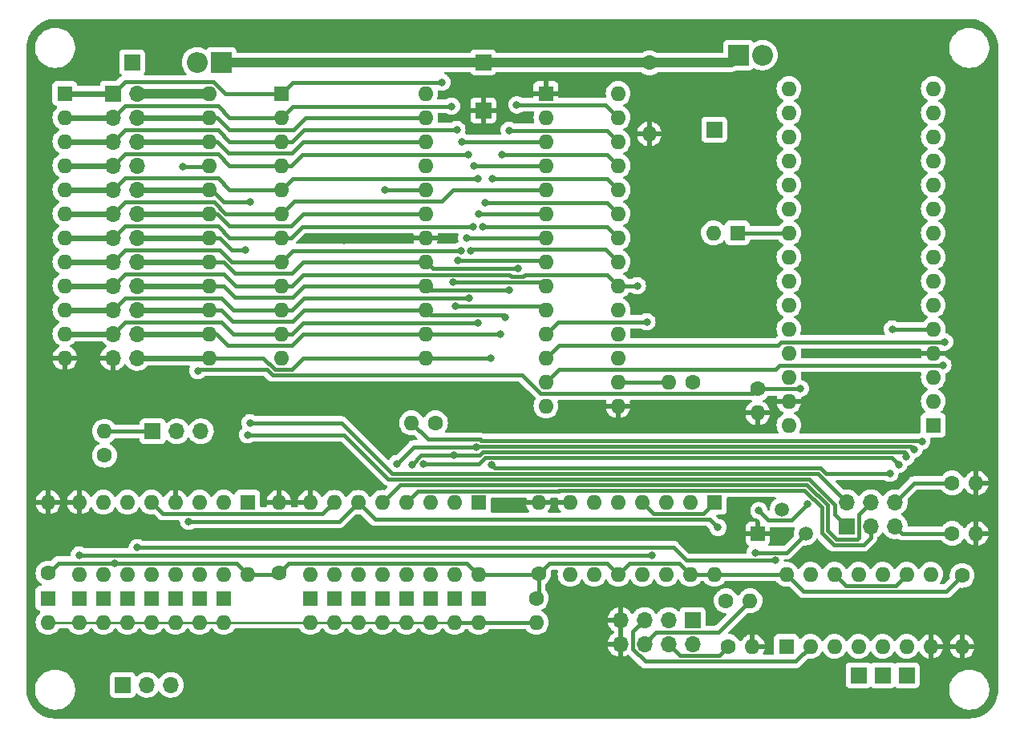
<source format=gtl>
G04 #@! TF.GenerationSoftware,KiCad,Pcbnew,(6.0.0)*
G04 #@! TF.CreationDate,2022-08-18T21:42:32-04:00*
G04 #@! TF.ProjectId,io_i2c,696f5f69-3263-42e6-9b69-6361645f7063,rev?*
G04 #@! TF.SameCoordinates,Original*
G04 #@! TF.FileFunction,Copper,L1,Top*
G04 #@! TF.FilePolarity,Positive*
%FSLAX46Y46*%
G04 Gerber Fmt 4.6, Leading zero omitted, Abs format (unit mm)*
G04 Created by KiCad (PCBNEW (6.0.0)) date 2022-08-18 21:42:32*
%MOMM*%
%LPD*%
G01*
G04 APERTURE LIST*
G04 #@! TA.AperFunction,ComponentPad*
%ADD10R,1.600000X1.600000*%
G04 #@! TD*
G04 #@! TA.AperFunction,ComponentPad*
%ADD11O,1.600000X1.600000*%
G04 #@! TD*
G04 #@! TA.AperFunction,ComponentPad*
%ADD12R,1.700000X1.700000*%
G04 #@! TD*
G04 #@! TA.AperFunction,ComponentPad*
%ADD13C,1.600000*%
G04 #@! TD*
G04 #@! TA.AperFunction,ComponentPad*
%ADD14O,1.700000X1.700000*%
G04 #@! TD*
G04 #@! TA.AperFunction,ComponentPad*
%ADD15R,2.200000X2.200000*%
G04 #@! TD*
G04 #@! TA.AperFunction,ComponentPad*
%ADD16O,2.200000X2.200000*%
G04 #@! TD*
G04 #@! TA.AperFunction,ComponentPad*
%ADD17R,1.500000X1.500000*%
G04 #@! TD*
G04 #@! TA.AperFunction,ComponentPad*
%ADD18C,1.500000*%
G04 #@! TD*
G04 #@! TA.AperFunction,ViaPad*
%ADD19C,0.800000*%
G04 #@! TD*
G04 #@! TA.AperFunction,Conductor*
%ADD20C,0.400000*%
G04 #@! TD*
G04 #@! TA.AperFunction,Conductor*
%ADD21C,1.000000*%
G04 #@! TD*
G04 #@! TA.AperFunction,Conductor*
%ADD22C,0.600000*%
G04 #@! TD*
G04 #@! TA.AperFunction,Conductor*
%ADD23C,0.250000*%
G04 #@! TD*
G04 APERTURE END LIST*
D10*
X93218000Y-155448000D03*
D11*
X93218000Y-157988000D03*
D10*
X103378000Y-155448000D03*
D11*
X103378000Y-157988000D03*
D12*
X172974000Y-163576000D03*
D13*
X128299000Y-136906000D03*
D11*
X125759000Y-136906000D03*
D10*
X89154000Y-102108000D03*
D11*
X89154000Y-104648000D03*
X89154000Y-107188000D03*
X89154000Y-109728000D03*
X89154000Y-112268000D03*
X89154000Y-114808000D03*
X89154000Y-117348000D03*
X89154000Y-119888000D03*
X89154000Y-122428000D03*
X89154000Y-124968000D03*
X89154000Y-127508000D03*
X89154000Y-130048000D03*
X104394000Y-130048000D03*
X104394000Y-127508000D03*
X104394000Y-124968000D03*
X104394000Y-122428000D03*
X104394000Y-119888000D03*
X104394000Y-117348000D03*
X104394000Y-114808000D03*
X104394000Y-112268000D03*
X104394000Y-109728000D03*
X104394000Y-107188000D03*
X104394000Y-104648000D03*
X104394000Y-102108000D03*
D13*
X87376000Y-152788000D03*
D11*
X87376000Y-145288000D03*
D12*
X171704000Y-147828000D03*
D14*
X171704000Y-145288000D03*
X174244000Y-147828000D03*
X174244000Y-145288000D03*
X176784000Y-147828000D03*
X176784000Y-145288000D03*
D10*
X95758000Y-155448000D03*
D11*
X95758000Y-157988000D03*
D10*
X108458000Y-145288000D03*
D11*
X105918000Y-145288000D03*
X103378000Y-145288000D03*
X100838000Y-145288000D03*
X98298000Y-145288000D03*
X95758000Y-145288000D03*
X93218000Y-145288000D03*
X90678000Y-145288000D03*
X90678000Y-152908000D03*
X93218000Y-152908000D03*
X95758000Y-152908000D03*
X98298000Y-152908000D03*
X100838000Y-152908000D03*
X103378000Y-152908000D03*
X105918000Y-152908000D03*
X108458000Y-152908000D03*
D10*
X115062000Y-155448000D03*
D11*
X115062000Y-157988000D03*
D15*
X105664000Y-98806000D03*
D16*
X103124000Y-98806000D03*
D10*
X160175686Y-116840000D03*
D11*
X157635686Y-116840000D03*
D10*
X87376000Y-155448000D03*
D11*
X87376000Y-157988000D03*
D13*
X182851000Y-148590000D03*
D11*
X185391000Y-148590000D03*
D10*
X127762000Y-155448000D03*
D11*
X127762000Y-157988000D03*
D10*
X100838000Y-155448000D03*
D11*
X100838000Y-157988000D03*
D15*
X160274000Y-98044000D03*
D16*
X162814000Y-98044000D03*
D10*
X120142000Y-155448000D03*
D11*
X120142000Y-157988000D03*
D12*
X155438000Y-157729000D03*
D14*
X155438000Y-160269000D03*
X152898000Y-157729000D03*
X152898000Y-160269000D03*
X150358000Y-157729000D03*
X150358000Y-160269000D03*
X147818000Y-157729000D03*
X147818000Y-160269000D03*
D13*
X150876000Y-98866000D03*
D11*
X150876000Y-106366000D03*
D13*
X182851000Y-143256000D03*
D11*
X185391000Y-143256000D03*
D10*
X130302000Y-155448000D03*
D11*
X130302000Y-157988000D03*
D10*
X112014000Y-102108000D03*
D11*
X112014000Y-104648000D03*
X112014000Y-107188000D03*
X112014000Y-109728000D03*
X112014000Y-112268000D03*
X112014000Y-114808000D03*
X112014000Y-117348000D03*
X112014000Y-119888000D03*
X112014000Y-122428000D03*
X112014000Y-124968000D03*
X112014000Y-127508000D03*
X112014000Y-130048000D03*
X127254000Y-130048000D03*
X127254000Y-127508000D03*
X127254000Y-124968000D03*
X127254000Y-122428000D03*
X127254000Y-119888000D03*
X127254000Y-117348000D03*
X127254000Y-114808000D03*
X127254000Y-112268000D03*
X127254000Y-109728000D03*
X127254000Y-107188000D03*
X127254000Y-104648000D03*
X127254000Y-102108000D03*
D10*
X139954000Y-102108000D03*
D11*
X139954000Y-104648000D03*
X139954000Y-107188000D03*
X139954000Y-109728000D03*
X139954000Y-112268000D03*
X139954000Y-114808000D03*
X139954000Y-117348000D03*
X139954000Y-119888000D03*
X139954000Y-122428000D03*
X139954000Y-124968000D03*
X139954000Y-127508000D03*
X139954000Y-130048000D03*
X139954000Y-132588000D03*
X139954000Y-135128000D03*
X147574000Y-135128000D03*
X147574000Y-132588000D03*
X147574000Y-130048000D03*
X147574000Y-127508000D03*
X147574000Y-124968000D03*
X147574000Y-122428000D03*
X147574000Y-119888000D03*
X147574000Y-117348000D03*
X147574000Y-114808000D03*
X147574000Y-112268000D03*
X147574000Y-109728000D03*
X147574000Y-107188000D03*
X147574000Y-104648000D03*
X147574000Y-102108000D03*
D12*
X98440000Y-137795000D03*
D14*
X100980000Y-137795000D03*
X103520000Y-137795000D03*
D12*
X157734000Y-105918000D03*
X94234000Y-102108000D03*
D14*
X96774000Y-102108000D03*
X94234000Y-104648000D03*
X96774000Y-104648000D03*
X94234000Y-107188000D03*
X96774000Y-107188000D03*
X94234000Y-109728000D03*
X96774000Y-109728000D03*
X94234000Y-112268000D03*
X96774000Y-112268000D03*
X94234000Y-114808000D03*
X96774000Y-114808000D03*
X94234000Y-117348000D03*
X96774000Y-117348000D03*
X94234000Y-119888000D03*
X96774000Y-119888000D03*
X94234000Y-122428000D03*
X96774000Y-122428000D03*
X94234000Y-124968000D03*
X96774000Y-124968000D03*
X94234000Y-127508000D03*
X96774000Y-127508000D03*
X94234000Y-130048000D03*
X96774000Y-130048000D03*
D13*
X158975000Y-155702000D03*
D11*
X161515000Y-155702000D03*
D17*
X162306000Y-148598000D03*
D18*
X164846000Y-146058000D03*
X167386000Y-148598000D03*
D10*
X105918000Y-155448000D03*
D11*
X105918000Y-157988000D03*
D10*
X98298000Y-155448000D03*
D11*
X98298000Y-157988000D03*
D12*
X133350000Y-103886000D03*
D13*
X139169000Y-152838000D03*
D11*
X139169000Y-145338000D03*
D12*
X178054000Y-163576000D03*
D10*
X180848000Y-137160000D03*
D11*
X180848000Y-134620000D03*
X180848000Y-132080000D03*
X180848000Y-129540000D03*
X180848000Y-127000000D03*
X180848000Y-124460000D03*
X180848000Y-121920000D03*
X180848000Y-119380000D03*
X180848000Y-116840000D03*
X180848000Y-114300000D03*
X180848000Y-111760000D03*
X180848000Y-109220000D03*
X180848000Y-106680000D03*
X180848000Y-104140000D03*
X180848000Y-101600000D03*
X165608000Y-101600000D03*
X165608000Y-104140000D03*
X165608000Y-106680000D03*
X165608000Y-109220000D03*
X165608000Y-111760000D03*
X165608000Y-114300000D03*
X165608000Y-116840000D03*
X165608000Y-119380000D03*
X165608000Y-121920000D03*
X165608000Y-124460000D03*
X165608000Y-127000000D03*
X165608000Y-129540000D03*
X165608000Y-132080000D03*
X165608000Y-134620000D03*
X165608000Y-137160000D03*
D13*
X159229000Y-160528000D03*
D11*
X161769000Y-160528000D03*
D12*
X96266000Y-98806000D03*
D13*
X162306000Y-133321000D03*
D11*
X162306000Y-135861000D03*
D12*
X133350000Y-98806000D03*
D10*
X157739000Y-145298000D03*
D11*
X155199000Y-145298000D03*
X152659000Y-145298000D03*
X150119000Y-145298000D03*
X147579000Y-145298000D03*
X145039000Y-145298000D03*
X142499000Y-145298000D03*
X142499000Y-152918000D03*
X145039000Y-152918000D03*
X147579000Y-152918000D03*
X150119000Y-152918000D03*
X152659000Y-152918000D03*
X155199000Y-152918000D03*
X157739000Y-152918000D03*
D10*
X132827000Y-145298000D03*
D11*
X130287000Y-145298000D03*
X127747000Y-145298000D03*
X125207000Y-145298000D03*
X122667000Y-145298000D03*
X120127000Y-145298000D03*
X117587000Y-145298000D03*
X115047000Y-145298000D03*
X115047000Y-152918000D03*
X117587000Y-152918000D03*
X120127000Y-152918000D03*
X122667000Y-152918000D03*
X125207000Y-152918000D03*
X127747000Y-152918000D03*
X130287000Y-152918000D03*
X132827000Y-152918000D03*
D10*
X165349000Y-160518000D03*
D11*
X167889000Y-160518000D03*
X170429000Y-160518000D03*
X172969000Y-160518000D03*
X175509000Y-160518000D03*
X178049000Y-160518000D03*
X180589000Y-160518000D03*
X180589000Y-152898000D03*
X178049000Y-152898000D03*
X175509000Y-152898000D03*
X172969000Y-152898000D03*
X170429000Y-152898000D03*
X167889000Y-152898000D03*
X165349000Y-152898000D03*
D10*
X132842000Y-155448000D03*
D11*
X132842000Y-157988000D03*
D10*
X117602000Y-155448000D03*
D11*
X117602000Y-157988000D03*
D13*
X183896000Y-153028000D03*
D11*
X183896000Y-160528000D03*
D10*
X90678000Y-155448000D03*
D11*
X90678000Y-157988000D03*
D13*
X111760000Y-152788000D03*
D11*
X111760000Y-145288000D03*
D13*
X155448000Y-132588000D03*
D11*
X152908000Y-132588000D03*
D13*
X138938000Y-155448000D03*
D11*
X138938000Y-157988000D03*
D12*
X175514000Y-163576000D03*
D10*
X122682000Y-155448000D03*
D11*
X122682000Y-157988000D03*
D13*
X93345000Y-140335000D03*
D11*
X93345000Y-137795000D03*
D12*
X95265000Y-164592000D03*
D14*
X97805000Y-164592000D03*
X100345000Y-164592000D03*
D10*
X125222000Y-155448000D03*
D11*
X125222000Y-157988000D03*
D19*
X118618000Y-117602000D03*
X162052000Y-150622000D03*
X150622000Y-126238000D03*
X127254000Y-98806000D03*
X138430000Y-98806000D03*
X94417511Y-151708489D03*
X132588000Y-139446000D03*
X178816000Y-139700000D03*
X124206000Y-141224000D03*
X132771511Y-126308489D03*
X133279511Y-116148489D03*
X130210480Y-140299520D03*
X125799660Y-141293660D03*
X178016489Y-140499511D03*
X131826000Y-123698000D03*
X132009511Y-118688489D03*
X149606000Y-122428000D03*
X130993511Y-118688489D03*
X131064000Y-107188000D03*
X127000000Y-141224000D03*
X177216978Y-141299022D03*
X132334000Y-109728000D03*
X132263511Y-116148489D03*
X136874889Y-103307511D03*
X136977831Y-120628969D03*
X132842000Y-114808000D03*
X132771511Y-111068489D03*
X136105311Y-122898489D03*
X136073511Y-105988489D03*
X131755511Y-108528489D03*
X131572000Y-117348000D03*
X135636000Y-125730000D03*
X135278062Y-108561938D03*
X130619500Y-119748300D03*
X130556000Y-105918000D03*
X134295511Y-111068489D03*
X135128000Y-127508000D03*
X129977511Y-103448489D03*
X130149600Y-122072400D03*
X133533511Y-113608489D03*
X134112000Y-130048000D03*
X130429000Y-124587000D03*
X128961511Y-100908489D03*
X162433000Y-146177000D03*
X167607022Y-145509022D03*
X103194489Y-131388489D03*
X166807511Y-133279511D03*
X102235000Y-147320000D03*
X158115000Y-147955000D03*
X179648489Y-138867511D03*
X176276000Y-142240000D03*
X134239000Y-141351000D03*
X176530000Y-127000000D03*
X108712000Y-136906000D03*
X108712000Y-113538000D03*
X108204000Y-118618000D03*
X108458000Y-138176000D03*
X90678000Y-150876000D03*
X151130000Y-150876000D03*
X182047511Y-128340489D03*
X181864000Y-130810000D03*
X122936000Y-112268000D03*
X101600000Y-109855000D03*
X164149489Y-151449489D03*
X96811511Y-150076489D03*
D20*
X162052000Y-150622000D02*
X165362000Y-150622000D01*
X151607511Y-159019489D02*
X150358000Y-160269000D01*
X158197511Y-159019489D02*
X151607511Y-159019489D01*
X161515000Y-155702000D02*
X158197511Y-159019489D01*
X165362000Y-150622000D02*
X167386000Y-148598000D01*
X131627489Y-151718489D02*
X112829511Y-151718489D01*
X157759000Y-152898000D02*
X157739000Y-152918000D01*
X111640000Y-152908000D02*
X111760000Y-152788000D01*
X167148031Y-154697031D02*
X165349000Y-152898000D01*
X132827000Y-152918000D02*
X139089000Y-152918000D01*
X108458000Y-152908000D02*
X111640000Y-152908000D01*
X147579000Y-152918000D02*
X148778511Y-151718489D01*
X88455511Y-151708489D02*
X87376000Y-152788000D01*
X107258489Y-151708489D02*
X96957511Y-151708489D01*
X139169000Y-152838000D02*
X139169000Y-155217000D01*
X108458000Y-152908000D02*
X107258489Y-151708489D01*
X94417511Y-151708489D02*
X88455511Y-151708489D01*
X146379489Y-151718489D02*
X147579000Y-152918000D01*
D21*
X138684000Y-98806000D02*
X159512000Y-98806000D01*
D20*
X151318511Y-146497511D02*
X150119000Y-145298000D01*
X96957511Y-151708489D02*
X94417511Y-151708489D01*
X141224000Y-126238000D02*
X150622000Y-126238000D01*
X139169000Y-155217000D02*
X138938000Y-155448000D01*
X148778511Y-151718489D02*
X151303511Y-151718489D01*
X139089000Y-152918000D02*
X139169000Y-152838000D01*
X140288511Y-151718489D02*
X146379489Y-151718489D01*
D21*
X127254000Y-98806000D02*
X138684000Y-98806000D01*
D20*
X132827000Y-152918000D02*
X131627489Y-151718489D01*
X157739000Y-145298000D02*
X156539489Y-146497511D01*
X155199000Y-152918000D02*
X157739000Y-152918000D01*
X153999489Y-151718489D02*
X155199000Y-152918000D01*
X165349000Y-152898000D02*
X157759000Y-152898000D01*
X156539489Y-146497511D02*
X151318511Y-146497511D01*
X139954000Y-127508000D02*
X141224000Y-126238000D01*
X182226969Y-154697031D02*
X167148031Y-154697031D01*
X151303511Y-151718489D02*
X153999489Y-151718489D01*
D21*
X105664000Y-98806000D02*
X127254000Y-98806000D01*
D20*
X139169000Y-152838000D02*
X140288511Y-151718489D01*
X183896000Y-153028000D02*
X182226969Y-154697031D01*
X112829511Y-151718489D02*
X111760000Y-152788000D01*
D21*
X159512000Y-98806000D02*
X160020000Y-98298000D01*
D20*
X125984000Y-139446000D02*
X132588000Y-139446000D01*
X127254000Y-104648000D02*
X114554000Y-104648000D01*
D22*
X96774000Y-104648000D02*
X104394000Y-104648000D01*
D20*
X113284000Y-105918000D02*
X106553000Y-105918000D01*
X114554000Y-104648000D02*
X113284000Y-105918000D01*
X132681551Y-139352449D02*
X132588000Y-139446000D01*
X105283000Y-104648000D02*
X104394000Y-104648000D01*
X178816000Y-139700000D02*
X178483542Y-139367542D01*
X150782449Y-139352449D02*
X132681551Y-139352449D01*
X150797542Y-139367542D02*
X150782449Y-139352449D01*
X124206000Y-141224000D02*
X125984000Y-139446000D01*
X178483542Y-139367542D02*
X150797542Y-139367542D01*
X106553000Y-105918000D02*
X105283000Y-104648000D01*
D22*
X89154000Y-127508000D02*
X94234000Y-127508000D01*
D20*
X94234000Y-127508000D02*
X95483511Y-126258489D01*
X133279511Y-116148489D02*
X146374489Y-116148489D01*
X146374489Y-116148489D02*
X147574000Y-117348000D01*
X112014000Y-127508000D02*
X106934000Y-127508000D01*
X106934000Y-127508000D02*
X105684489Y-126258489D01*
X113145370Y-127508000D02*
X114344881Y-126308489D01*
X95483511Y-126258489D02*
X105684489Y-126258489D01*
X114344881Y-126308489D02*
X132771511Y-126308489D01*
X112014000Y-127508000D02*
X113145370Y-127508000D01*
X126793800Y-140299520D02*
X125799660Y-141293660D01*
D22*
X96774000Y-107188000D02*
X104394000Y-107188000D01*
D20*
X105283000Y-107188000D02*
X104394000Y-107188000D01*
X150534119Y-139951969D02*
X133281071Y-139951969D01*
X150549212Y-139967062D02*
X150534119Y-139951969D01*
X113100489Y-108387511D02*
X106482511Y-108387511D01*
X106482511Y-108387511D02*
X105283000Y-107188000D01*
X132933520Y-140299520D02*
X130210480Y-140299520D01*
X178016489Y-140170489D02*
X177813062Y-139967062D01*
X133281071Y-139951969D02*
X132933520Y-140299520D01*
X127254000Y-107188000D02*
X114300000Y-107188000D01*
X114300000Y-107188000D02*
X113100489Y-108387511D01*
X178016489Y-140499511D02*
X178016489Y-140170489D01*
X177813062Y-139967062D02*
X150549212Y-139967062D01*
X130210480Y-140299520D02*
X126793800Y-140299520D01*
X112014000Y-124968000D02*
X106934000Y-124968000D01*
X113145370Y-124968000D02*
X114415370Y-123698000D01*
X94234000Y-124968000D02*
X95483511Y-123718489D01*
X114415370Y-123698000D02*
X131826000Y-123698000D01*
X112014000Y-124968000D02*
X113145370Y-124968000D01*
X95483511Y-123718489D02*
X105684489Y-123718489D01*
D22*
X89154000Y-124968000D02*
X94234000Y-124968000D01*
D20*
X132150489Y-118547511D02*
X146233511Y-118547511D01*
X106934000Y-124968000D02*
X105684489Y-123718489D01*
X132009511Y-118688489D02*
X132150489Y-118547511D01*
X146233511Y-118547511D02*
X147574000Y-119888000D01*
X95483511Y-121178489D02*
X105938489Y-121178489D01*
X136112889Y-121228489D02*
X136312880Y-121428480D01*
D22*
X89154000Y-122428000D02*
X94234000Y-122428000D01*
D20*
X137549920Y-121428480D02*
X137749911Y-121228489D01*
X136312880Y-121428480D02*
X137549920Y-121428480D01*
X114344881Y-121228489D02*
X136112889Y-121228489D01*
X107188000Y-122428000D02*
X105938489Y-121178489D01*
X113145370Y-122428000D02*
X114344881Y-121228489D01*
X146374489Y-121228489D02*
X147574000Y-122428000D01*
X137749911Y-121228489D02*
X146374489Y-121228489D01*
X112014000Y-122428000D02*
X113145370Y-122428000D01*
X94234000Y-122428000D02*
X95483511Y-121178489D01*
X149606000Y-122428000D02*
X147574000Y-122428000D01*
X112014000Y-122428000D02*
X107188000Y-122428000D01*
X95483511Y-118638489D02*
X105516339Y-118638489D01*
X112014000Y-119888000D02*
X113213511Y-118688489D01*
D22*
X89154000Y-119888000D02*
X94234000Y-119888000D01*
D20*
X106765850Y-119888000D02*
X112014000Y-119888000D01*
X105516339Y-118638489D02*
X106765850Y-119888000D01*
X131064000Y-107188000D02*
X139954000Y-107188000D01*
X113213511Y-118688489D02*
X130993511Y-118688489D01*
X94234000Y-119888000D02*
X95483511Y-118638489D01*
X132856890Y-141224000D02*
X127000000Y-141224000D01*
X144914325Y-140551489D02*
X133529401Y-140551489D01*
X176484538Y-140566582D02*
X144929418Y-140566582D01*
X105283000Y-114808000D02*
X104394000Y-114808000D01*
X144929418Y-140566582D02*
X144914325Y-140551489D01*
X177216978Y-141299022D02*
X176484538Y-140566582D01*
X127254000Y-114808000D02*
X114300000Y-114808000D01*
D22*
X96774000Y-114808000D02*
X104394000Y-114808000D01*
D20*
X133529401Y-140551489D02*
X132856890Y-141224000D01*
X114300000Y-114808000D02*
X113030000Y-116078000D01*
X113030000Y-116078000D02*
X106553000Y-116078000D01*
X106553000Y-116078000D02*
X105283000Y-114808000D01*
X106553000Y-117348000D02*
X112014000Y-117348000D01*
X113030000Y-117348000D02*
X114229511Y-116148489D01*
D22*
X89154000Y-117348000D02*
X94234000Y-117348000D01*
D20*
X94234000Y-117348000D02*
X95483511Y-116098489D01*
X95483511Y-116098489D02*
X105303489Y-116098489D01*
X112014000Y-117348000D02*
X113030000Y-117348000D01*
X132334000Y-109728000D02*
X139954000Y-109728000D01*
X114229511Y-116148489D02*
X132263511Y-116148489D01*
X105303489Y-116098489D02*
X106553000Y-117348000D01*
X94234000Y-114808000D02*
X95483511Y-113558489D01*
X106130850Y-114808000D02*
X112014000Y-114808000D01*
X104881339Y-113558489D02*
X106130850Y-114808000D01*
X95483511Y-113558489D02*
X104881339Y-113558489D01*
X128961511Y-113467511D02*
X113354489Y-113467511D01*
X139954000Y-112268000D02*
X130161022Y-112268000D01*
D22*
X89154000Y-114808000D02*
X94234000Y-114808000D01*
D20*
X130161022Y-112268000D02*
X128961511Y-113467511D01*
X113354489Y-113467511D02*
X112014000Y-114808000D01*
X107117511Y-121087511D02*
X105918000Y-119888000D01*
X127254000Y-119888000D02*
X127994969Y-120628969D01*
X146233511Y-103307511D02*
X147574000Y-104648000D01*
X127994969Y-120628969D02*
X136977831Y-120628969D01*
X127254000Y-119888000D02*
X114300000Y-119888000D01*
X105918000Y-119888000D02*
X104394000Y-119888000D01*
X136874889Y-103307511D02*
X146233511Y-103307511D01*
X113100489Y-121087511D02*
X107117511Y-121087511D01*
X114300000Y-119888000D02*
X113100489Y-121087511D01*
D22*
X96774000Y-119888000D02*
X104394000Y-119888000D01*
X89154000Y-112268000D02*
X94234000Y-112268000D01*
D20*
X112014000Y-112268000D02*
X106553000Y-112268000D01*
X132842000Y-114808000D02*
X139954000Y-114808000D01*
X106553000Y-112268000D02*
X105303489Y-111018489D01*
X105303489Y-111018489D02*
X95483511Y-111018489D01*
X112014000Y-112268000D02*
X113213511Y-111068489D01*
X131388489Y-111068489D02*
X132771511Y-111068489D01*
X95483511Y-111018489D02*
X94234000Y-112268000D01*
X113213511Y-111068489D02*
X131388489Y-111068489D01*
X131388489Y-111068489D02*
X132517511Y-111068489D01*
X114413022Y-122428000D02*
X113213511Y-123627511D01*
X127724489Y-122898489D02*
X127254000Y-122428000D01*
X113213511Y-123627511D02*
X107117511Y-123627511D01*
D22*
X96774000Y-122428000D02*
X104394000Y-122428000D01*
D20*
X127254000Y-122428000D02*
X114413022Y-122428000D01*
X105918000Y-122428000D02*
X107117511Y-123627511D01*
X104394000Y-122428000D02*
X105918000Y-122428000D01*
X136105311Y-122898489D02*
X127724489Y-122898489D01*
X146374489Y-105988489D02*
X147574000Y-107188000D01*
X136073511Y-105988489D02*
X146374489Y-105988489D01*
X106553000Y-109728000D02*
X112014000Y-109728000D01*
X112014000Y-109728000D02*
X113030000Y-109728000D01*
D22*
X89154000Y-109728000D02*
X94234000Y-109728000D01*
D20*
X114229511Y-108528489D02*
X131755511Y-108528489D01*
X105303489Y-108478489D02*
X106553000Y-109728000D01*
X95483511Y-108478489D02*
X94234000Y-109728000D01*
X113030000Y-109728000D02*
X114229511Y-108528489D01*
X95483511Y-108478489D02*
X105303489Y-108478489D01*
X131572000Y-117348000D02*
X139954000Y-117348000D01*
X114413022Y-124968000D02*
X113213511Y-126167511D01*
X127254000Y-124968000D02*
X114413022Y-124968000D01*
X105664000Y-124968000D02*
X104394000Y-124968000D01*
X127794978Y-125508978D02*
X127254000Y-124968000D01*
X146374489Y-108528489D02*
X147574000Y-109728000D01*
X113213511Y-126167511D02*
X106863511Y-126167511D01*
X135636000Y-125730000D02*
X135414978Y-125508978D01*
D22*
X96774000Y-124968000D02*
X104394000Y-124968000D01*
D20*
X135278062Y-108561938D02*
X135311511Y-108528489D01*
X106863511Y-126167511D02*
X105664000Y-124968000D01*
X135414978Y-125508978D02*
X127794978Y-125508978D01*
X135311511Y-108528489D02*
X146374489Y-108528489D01*
X112014000Y-107188000D02*
X113145370Y-107188000D01*
X106553000Y-107188000D02*
X105303489Y-105938489D01*
X112014000Y-107188000D02*
X106553000Y-107188000D01*
D22*
X89154000Y-107188000D02*
X94234000Y-107188000D01*
D20*
X114415370Y-105918000D02*
X130556000Y-105918000D01*
X130619500Y-119748300D02*
X139814300Y-119748300D01*
X95483511Y-105938489D02*
X94234000Y-107188000D01*
X113145370Y-107188000D02*
X114415370Y-105918000D01*
X139814300Y-119748300D02*
X139954000Y-119888000D01*
X105303489Y-105938489D02*
X95483511Y-105938489D01*
X146374489Y-111068489D02*
X147574000Y-112268000D01*
X134295511Y-111068489D02*
X146374489Y-111068489D01*
D22*
X96774000Y-127508000D02*
X104394000Y-127508000D01*
D20*
X113100489Y-128707511D02*
X106355511Y-128707511D01*
X105156000Y-127508000D02*
X104394000Y-127508000D01*
X127254000Y-127508000D02*
X135128000Y-127508000D01*
X127254000Y-127508000D02*
X114300000Y-127508000D01*
X106355511Y-128707511D02*
X105156000Y-127508000D01*
X114300000Y-127508000D02*
X113100489Y-128707511D01*
X105303489Y-103398489D02*
X95483511Y-103398489D01*
X112014000Y-104648000D02*
X106553000Y-104648000D01*
D22*
X89154000Y-104648000D02*
X94234000Y-104648000D01*
D20*
X139598400Y-122072400D02*
X139954000Y-122428000D01*
X113213511Y-103448489D02*
X112014000Y-104648000D01*
X129977511Y-103448489D02*
X113213511Y-103448489D01*
X95483511Y-103398489D02*
X94234000Y-104648000D01*
X106553000Y-104648000D02*
X105303489Y-103398489D01*
X130149600Y-122072400D02*
X139598400Y-122072400D01*
X127254000Y-130048000D02*
X114300000Y-130048000D01*
X127254000Y-130048000D02*
X134112000Y-130048000D01*
X110122978Y-130048000D02*
X111322489Y-131247511D01*
X114300000Y-130048000D02*
X113100489Y-131247511D01*
X146374489Y-113608489D02*
X147574000Y-114808000D01*
D22*
X96774000Y-130048000D02*
X104394000Y-130048000D01*
D20*
X111322489Y-131247511D02*
X113100489Y-131247511D01*
X133533511Y-113608489D02*
X146374489Y-113608489D01*
X110122978Y-130048000D02*
X104394000Y-130048000D01*
D22*
X89154000Y-102108000D02*
X94234000Y-102108000D01*
D20*
X139573000Y-124587000D02*
X130429000Y-124587000D01*
X113213511Y-100908489D02*
X128961511Y-100908489D01*
X112014000Y-102108000D02*
X113213511Y-100908489D01*
X95483511Y-100858489D02*
X104840855Y-100858489D01*
X139954000Y-124968000D02*
X139573000Y-124587000D01*
X94234000Y-102108000D02*
X95483511Y-100858489D01*
X104840855Y-100858489D02*
X106090366Y-102108000D01*
X106090366Y-102108000D02*
X112014000Y-102108000D01*
X163463511Y-147207511D02*
X165908533Y-147207511D01*
X165908533Y-147207511D02*
X167607022Y-145509022D01*
X162433000Y-146177000D02*
X163463511Y-147207511D01*
X166288969Y-162118031D02*
X150439955Y-162118031D01*
X149108489Y-160786565D02*
X149108489Y-158978511D01*
X150439955Y-162118031D02*
X149108489Y-160786565D01*
X149108489Y-158978511D02*
X150358000Y-157729000D01*
X167889000Y-160518000D02*
X166288969Y-162118031D01*
X154147511Y-161518511D02*
X158238489Y-161518511D01*
X152898000Y-160269000D02*
X154147511Y-161518511D01*
X158238489Y-161518511D02*
X159229000Y-160528000D01*
X171628511Y-154097511D02*
X176849489Y-154097511D01*
X110474639Y-131247511D02*
X103335467Y-131247511D01*
X103335467Y-131247511D02*
X103194489Y-131388489D01*
X170429000Y-152898000D02*
X171628511Y-154097511D01*
X139375511Y-133787511D02*
X161839489Y-133787511D01*
X176849489Y-154097511D02*
X178049000Y-152898000D01*
X110474639Y-131247511D02*
X111074160Y-131847031D01*
X137435031Y-131847031D02*
X139375511Y-133787511D01*
X161839489Y-133787511D02*
X162306000Y-133321000D01*
X111074160Y-131847031D02*
X137435031Y-131847031D01*
X166766022Y-133321000D02*
X162306000Y-133321000D01*
X166807511Y-133279511D02*
X166766022Y-133321000D01*
D21*
X96774000Y-102108000D02*
X104394000Y-102108000D01*
D20*
X120127000Y-145298000D02*
X121926031Y-147097031D01*
X102235000Y-147320000D02*
X118105000Y-147320000D01*
X157257031Y-147097031D02*
X158115000Y-147955000D01*
X118105000Y-147320000D02*
X120127000Y-145298000D01*
X121926031Y-147097031D02*
X157257031Y-147097031D01*
X152468929Y-138752929D02*
X136837071Y-138752929D01*
X136837071Y-138752929D02*
X133096000Y-138752929D01*
X179549000Y-138768022D02*
X152484022Y-138768022D01*
X152484022Y-138768022D02*
X152468929Y-138752929D01*
X127499489Y-138646489D02*
X132371511Y-138646489D01*
X132989560Y-138646489D02*
X132371511Y-138646489D01*
X133096000Y-138752929D02*
X132989560Y-138646489D01*
X179648489Y-138867511D02*
X179549000Y-138768022D01*
X125759000Y-136906000D02*
X127499489Y-138646489D01*
X169503849Y-142240000D02*
X168904258Y-141640409D01*
X134528409Y-141640409D02*
X134239000Y-141351000D01*
X168904258Y-141640409D02*
X134528409Y-141640409D01*
X176276000Y-142240000D02*
X169503849Y-142240000D01*
X180848000Y-127000000D02*
X176530000Y-127000000D01*
X165608000Y-116840000D02*
X160175686Y-116840000D01*
X108712000Y-136906000D02*
X118364142Y-136906000D01*
X123698071Y-142239929D02*
X168655929Y-142239929D01*
X104648000Y-112268000D02*
X104394000Y-112268000D01*
D22*
X96774000Y-112268000D02*
X104394000Y-112268000D01*
D20*
X118364142Y-136906000D02*
X123698071Y-142239929D01*
X108712000Y-113538000D02*
X105918000Y-113538000D01*
X105918000Y-113538000D02*
X104648000Y-112268000D01*
X168655929Y-142239929D02*
X171704000Y-145288000D01*
X108204000Y-118618000D02*
X106807000Y-118618000D01*
X170454489Y-145530110D02*
X170454489Y-146578489D01*
X118618000Y-138176000D02*
X123281449Y-142839449D01*
X123281449Y-142839449D02*
X167763827Y-142839449D01*
X105537000Y-117348000D02*
X106807000Y-118618000D01*
X167763827Y-142839449D02*
X170454489Y-145530110D01*
X170454489Y-146578489D02*
X171704000Y-147828000D01*
X108458000Y-138176000D02*
X118618000Y-138176000D01*
D22*
X96774000Y-117348000D02*
X104394000Y-117348000D01*
D20*
X104394000Y-117348000D02*
X105537000Y-117348000D01*
X173470050Y-149804031D02*
X174244000Y-149030081D01*
X126406511Y-144098489D02*
X141304489Y-144098489D01*
X125207000Y-145298000D02*
X126406511Y-144098489D01*
X170333160Y-149804031D02*
X173470050Y-149804031D01*
X167267169Y-144038489D02*
X169072480Y-145843800D01*
X174244000Y-149030081D02*
X174244000Y-147828000D01*
X141304489Y-144098489D02*
X141364489Y-144038489D01*
X169072480Y-145843800D02*
X169072480Y-148543351D01*
X169072480Y-148543351D02*
X170333160Y-149804031D01*
X141364489Y-144038489D02*
X167267169Y-144038489D01*
X170581489Y-149204511D02*
X172826511Y-149204511D01*
X124526031Y-143438969D02*
X167515499Y-143438969D01*
X169672000Y-145595470D02*
X169672000Y-148295022D01*
X172826511Y-149204511D02*
X172974000Y-149057022D01*
X122667000Y-145298000D02*
X124526031Y-143438969D01*
X172974000Y-149057022D02*
X172974000Y-146558000D01*
X172974000Y-146558000D02*
X174244000Y-145288000D01*
X167515499Y-143438969D02*
X169672000Y-145595470D01*
X169672000Y-148295022D02*
X170581489Y-149204511D01*
X182851000Y-148590000D02*
X177546000Y-148590000D01*
X177546000Y-148590000D02*
X176784000Y-147828000D01*
X176784000Y-145288000D02*
X178816000Y-143256000D01*
X178816000Y-143256000D02*
X182851000Y-143256000D01*
X152908000Y-132588000D02*
X147574000Y-132588000D01*
X90678000Y-150876000D02*
X151130000Y-150876000D01*
X93345000Y-137795000D02*
X98440000Y-137795000D01*
X182047511Y-128340489D02*
X164775511Y-128340489D01*
X164408489Y-128707511D02*
X164775511Y-128340489D01*
X141294489Y-128707511D02*
X164408489Y-128707511D01*
X139954000Y-130048000D02*
X141294489Y-128707511D01*
X164154489Y-131247511D02*
X141294489Y-131247511D01*
X141294489Y-131247511D02*
X139954000Y-132588000D01*
X181864000Y-130810000D02*
X164592000Y-130810000D01*
X164592000Y-130810000D02*
X164154489Y-131247511D01*
X99507511Y-146497511D02*
X98298000Y-145288000D01*
X117587000Y-145298000D02*
X116387489Y-146497511D01*
X116387489Y-146497511D02*
X99507511Y-146497511D01*
D23*
X87376000Y-157988000D02*
X90678000Y-157988000D01*
D20*
X132842000Y-157988000D02*
X138938000Y-157988000D01*
D23*
X93218000Y-157988000D02*
X95758000Y-157988000D01*
X90678000Y-157988000D02*
X93218000Y-157988000D01*
X95758000Y-157988000D02*
X132842000Y-157988000D01*
D20*
X130302000Y-157988000D02*
X132842000Y-157988000D01*
X127254000Y-112268000D02*
X122936000Y-112268000D01*
X104267000Y-109855000D02*
X104394000Y-109728000D01*
X101600000Y-109855000D02*
X104267000Y-109855000D01*
X164149489Y-151449489D02*
X154826511Y-151449489D01*
X153453511Y-150076489D02*
X96811511Y-150076489D01*
X154826511Y-151449489D02*
X153453511Y-150076489D01*
G04 #@! TA.AperFunction,Conductor*
G36*
X184628057Y-94235500D02*
G01*
X184642858Y-94237805D01*
X184642861Y-94237805D01*
X184651730Y-94239186D01*
X184660631Y-94238022D01*
X184660635Y-94238022D01*
X184670411Y-94236743D01*
X184693342Y-94235852D01*
X184970003Y-94250351D01*
X184983119Y-94251729D01*
X185285193Y-94299573D01*
X185298093Y-94302315D01*
X185593510Y-94381472D01*
X185606053Y-94385548D01*
X185891565Y-94495145D01*
X185903614Y-94500509D01*
X186176120Y-94639358D01*
X186187536Y-94645949D01*
X186444042Y-94812526D01*
X186454702Y-94820272D01*
X186687689Y-95008941D01*
X186692379Y-95012739D01*
X186702180Y-95021564D01*
X186918436Y-95237820D01*
X186927261Y-95247621D01*
X187118519Y-95483804D01*
X187119726Y-95485295D01*
X187127474Y-95495958D01*
X187229833Y-95653577D01*
X187294048Y-95752459D01*
X187300642Y-95763880D01*
X187439491Y-96036386D01*
X187444855Y-96048435D01*
X187554452Y-96333947D01*
X187558528Y-96346489D01*
X187599332Y-96498771D01*
X187637685Y-96641907D01*
X187640427Y-96654807D01*
X187688271Y-96956881D01*
X187689649Y-96969997D01*
X187702413Y-97213546D01*
X187703764Y-97239330D01*
X187702436Y-97265312D01*
X187702195Y-97266856D01*
X187702195Y-97266860D01*
X187700814Y-97275730D01*
X187701978Y-97284632D01*
X187701978Y-97284635D01*
X187704936Y-97307251D01*
X187706000Y-97323589D01*
X187706000Y-165050672D01*
X187704500Y-165070057D01*
X187703002Y-165079680D01*
X187700814Y-165093730D01*
X187701978Y-165102631D01*
X187701978Y-165102635D01*
X187703257Y-165112411D01*
X187704148Y-165135342D01*
X187698114Y-165250488D01*
X187689649Y-165412002D01*
X187688271Y-165425118D01*
X187655318Y-165633173D01*
X187640427Y-165727193D01*
X187637685Y-165740093D01*
X187587865Y-165926025D01*
X187558528Y-166035510D01*
X187554452Y-166048053D01*
X187444855Y-166333565D01*
X187439491Y-166345614D01*
X187300642Y-166618120D01*
X187294051Y-166629536D01*
X187127474Y-166886042D01*
X187119728Y-166896702D01*
X187011209Y-167030712D01*
X186927261Y-167134379D01*
X186918436Y-167144180D01*
X186702180Y-167360436D01*
X186692379Y-167369261D01*
X186467058Y-167551723D01*
X186454705Y-167561726D01*
X186444042Y-167569474D01*
X186187536Y-167736051D01*
X186176120Y-167742642D01*
X185903614Y-167881491D01*
X185891565Y-167886855D01*
X185606053Y-167996452D01*
X185593510Y-168000528D01*
X185298093Y-168079685D01*
X185285193Y-168082427D01*
X184983119Y-168130271D01*
X184970003Y-168131649D01*
X184700666Y-168145764D01*
X184674688Y-168144436D01*
X184673144Y-168144195D01*
X184673140Y-168144195D01*
X184664270Y-168142814D01*
X184655368Y-168143978D01*
X184655365Y-168143978D01*
X184632749Y-168146936D01*
X184616411Y-168148000D01*
X88187328Y-168148000D01*
X88167943Y-168146500D01*
X88153142Y-168144195D01*
X88153139Y-168144195D01*
X88144270Y-168142814D01*
X88135369Y-168143978D01*
X88135365Y-168143978D01*
X88125589Y-168145257D01*
X88102658Y-168146148D01*
X87825997Y-168131649D01*
X87812881Y-168130271D01*
X87510807Y-168082427D01*
X87497907Y-168079685D01*
X87202490Y-168000528D01*
X87189947Y-167996452D01*
X86904435Y-167886855D01*
X86892386Y-167881491D01*
X86619880Y-167742642D01*
X86608464Y-167736051D01*
X86351958Y-167569474D01*
X86341295Y-167561726D01*
X86328943Y-167551723D01*
X86103621Y-167369261D01*
X86093820Y-167360436D01*
X85877564Y-167144180D01*
X85868739Y-167134379D01*
X85784791Y-167030712D01*
X85676272Y-166896702D01*
X85668526Y-166886042D01*
X85501949Y-166629536D01*
X85495358Y-166618120D01*
X85356509Y-166345614D01*
X85351145Y-166333565D01*
X85241548Y-166048053D01*
X85237472Y-166035510D01*
X85208136Y-165926025D01*
X85158315Y-165740093D01*
X85155573Y-165727193D01*
X85140682Y-165633173D01*
X85107729Y-165425118D01*
X85106351Y-165412002D01*
X85099928Y-165289438D01*
X85096955Y-165232703D01*
X86028743Y-165232703D01*
X86029302Y-165236947D01*
X86029302Y-165236951D01*
X86031650Y-165254784D01*
X86066268Y-165517734D01*
X86067401Y-165521874D01*
X86067401Y-165521876D01*
X86079455Y-165565938D01*
X86142129Y-165795036D01*
X86143813Y-165798984D01*
X86250051Y-166048053D01*
X86254923Y-166059476D01*
X86402561Y-166306161D01*
X86582313Y-166530528D01*
X86790851Y-166728423D01*
X87024317Y-166896186D01*
X87028112Y-166898195D01*
X87028113Y-166898196D01*
X87049869Y-166909715D01*
X87278392Y-167030712D01*
X87548373Y-167129511D01*
X87829264Y-167190755D01*
X87857841Y-167193004D01*
X88052282Y-167208307D01*
X88052291Y-167208307D01*
X88054739Y-167208500D01*
X88210271Y-167208500D01*
X88212407Y-167208354D01*
X88212418Y-167208354D01*
X88420548Y-167194165D01*
X88420554Y-167194164D01*
X88424825Y-167193873D01*
X88429020Y-167193004D01*
X88429022Y-167193004D01*
X88565584Y-167164723D01*
X88706342Y-167135574D01*
X88977343Y-167039607D01*
X89232812Y-166907750D01*
X89236313Y-166905289D01*
X89236317Y-166905287D01*
X89350417Y-166825096D01*
X89468023Y-166742441D01*
X89589518Y-166629541D01*
X89675479Y-166549661D01*
X89675481Y-166549658D01*
X89678622Y-166546740D01*
X89860713Y-166324268D01*
X90010927Y-166079142D01*
X90105956Y-165862661D01*
X90124757Y-165819830D01*
X90126483Y-165815898D01*
X90149894Y-165733715D01*
X90196135Y-165571382D01*
X90205244Y-165539406D01*
X90212256Y-165490134D01*
X93906500Y-165490134D01*
X93913255Y-165552316D01*
X93964385Y-165688705D01*
X94051739Y-165805261D01*
X94168295Y-165892615D01*
X94304684Y-165943745D01*
X94366866Y-165950500D01*
X96163134Y-165950500D01*
X96225316Y-165943745D01*
X96361705Y-165892615D01*
X96478261Y-165805261D01*
X96565615Y-165688705D01*
X96587799Y-165629529D01*
X96609598Y-165571382D01*
X96652240Y-165514618D01*
X96718802Y-165489918D01*
X96788150Y-165505126D01*
X96822817Y-165533114D01*
X96851250Y-165565938D01*
X97023126Y-165708632D01*
X97216000Y-165821338D01*
X97424692Y-165901030D01*
X97429760Y-165902061D01*
X97429763Y-165902062D01*
X97537017Y-165923883D01*
X97643597Y-165945567D01*
X97648772Y-165945757D01*
X97648774Y-165945757D01*
X97861673Y-165953564D01*
X97861677Y-165953564D01*
X97866837Y-165953753D01*
X97871957Y-165953097D01*
X97871959Y-165953097D01*
X98083288Y-165926025D01*
X98083289Y-165926025D01*
X98088416Y-165925368D01*
X98093366Y-165923883D01*
X98297429Y-165862661D01*
X98297434Y-165862659D01*
X98302384Y-165861174D01*
X98502994Y-165762896D01*
X98684860Y-165633173D01*
X98843096Y-165475489D01*
X98973453Y-165294077D01*
X98974776Y-165295028D01*
X99021645Y-165251857D01*
X99091580Y-165239625D01*
X99157026Y-165267144D01*
X99184875Y-165298994D01*
X99244987Y-165397088D01*
X99391250Y-165565938D01*
X99563126Y-165708632D01*
X99756000Y-165821338D01*
X99964692Y-165901030D01*
X99969760Y-165902061D01*
X99969763Y-165902062D01*
X100077017Y-165923883D01*
X100183597Y-165945567D01*
X100188772Y-165945757D01*
X100188774Y-165945757D01*
X100401673Y-165953564D01*
X100401677Y-165953564D01*
X100406837Y-165953753D01*
X100411957Y-165953097D01*
X100411959Y-165953097D01*
X100623288Y-165926025D01*
X100623289Y-165926025D01*
X100628416Y-165925368D01*
X100633366Y-165923883D01*
X100837429Y-165862661D01*
X100837434Y-165862659D01*
X100842384Y-165861174D01*
X101042994Y-165762896D01*
X101224860Y-165633173D01*
X101383096Y-165475489D01*
X101513453Y-165294077D01*
X101534320Y-165251857D01*
X101543786Y-165232703D01*
X182548743Y-165232703D01*
X182549302Y-165236947D01*
X182549302Y-165236951D01*
X182551650Y-165254784D01*
X182586268Y-165517734D01*
X182587401Y-165521874D01*
X182587401Y-165521876D01*
X182599455Y-165565938D01*
X182662129Y-165795036D01*
X182663813Y-165798984D01*
X182770051Y-166048053D01*
X182774923Y-166059476D01*
X182922561Y-166306161D01*
X183102313Y-166530528D01*
X183310851Y-166728423D01*
X183544317Y-166896186D01*
X183548112Y-166898195D01*
X183548113Y-166898196D01*
X183569869Y-166909715D01*
X183798392Y-167030712D01*
X184068373Y-167129511D01*
X184349264Y-167190755D01*
X184377841Y-167193004D01*
X184572282Y-167208307D01*
X184572291Y-167208307D01*
X184574739Y-167208500D01*
X184730271Y-167208500D01*
X184732407Y-167208354D01*
X184732418Y-167208354D01*
X184940548Y-167194165D01*
X184940554Y-167194164D01*
X184944825Y-167193873D01*
X184949020Y-167193004D01*
X184949022Y-167193004D01*
X185085584Y-167164723D01*
X185226342Y-167135574D01*
X185497343Y-167039607D01*
X185752812Y-166907750D01*
X185756313Y-166905289D01*
X185756317Y-166905287D01*
X185870417Y-166825096D01*
X185988023Y-166742441D01*
X186109518Y-166629541D01*
X186195479Y-166549661D01*
X186195481Y-166549658D01*
X186198622Y-166546740D01*
X186380713Y-166324268D01*
X186530927Y-166079142D01*
X186625956Y-165862661D01*
X186644757Y-165819830D01*
X186646483Y-165815898D01*
X186669894Y-165733715D01*
X186716135Y-165571382D01*
X186725244Y-165539406D01*
X186765751Y-165254784D01*
X186765831Y-165239625D01*
X186767235Y-164971583D01*
X186767235Y-164971576D01*
X186767257Y-164967297D01*
X186756426Y-164885023D01*
X186745676Y-164803370D01*
X186729732Y-164682266D01*
X186727117Y-164672705D01*
X186689805Y-164536316D01*
X186653871Y-164404964D01*
X186548412Y-164157720D01*
X186542763Y-164144476D01*
X186542761Y-164144472D01*
X186541077Y-164140524D01*
X186393439Y-163893839D01*
X186213687Y-163669472D01*
X186005149Y-163471577D01*
X185771683Y-163303814D01*
X185749843Y-163292250D01*
X185718764Y-163275795D01*
X185517608Y-163169288D01*
X185247627Y-163070489D01*
X184966736Y-163009245D01*
X184935685Y-163006801D01*
X184743718Y-162991693D01*
X184743709Y-162991693D01*
X184741261Y-162991500D01*
X184585729Y-162991500D01*
X184583593Y-162991646D01*
X184583582Y-162991646D01*
X184375452Y-163005835D01*
X184375446Y-163005836D01*
X184371175Y-163006127D01*
X184366980Y-163006996D01*
X184366978Y-163006996D01*
X184230417Y-163035276D01*
X184089658Y-163064426D01*
X183818657Y-163160393D01*
X183814848Y-163162359D01*
X183674314Y-163234894D01*
X183563188Y-163292250D01*
X183559687Y-163294711D01*
X183559683Y-163294713D01*
X183556755Y-163296771D01*
X183327977Y-163457559D01*
X183312892Y-163471577D01*
X183140597Y-163631684D01*
X183117378Y-163653260D01*
X182935287Y-163875732D01*
X182785073Y-164120858D01*
X182669517Y-164384102D01*
X182590756Y-164660594D01*
X182570436Y-164803370D01*
X182551827Y-164934131D01*
X182550249Y-164945216D01*
X182550227Y-164949505D01*
X182550226Y-164949512D01*
X182548765Y-165228417D01*
X182548743Y-165232703D01*
X101543786Y-165232703D01*
X101610136Y-165098453D01*
X101610137Y-165098451D01*
X101612430Y-165093811D01*
X101677370Y-164880069D01*
X101706529Y-164658590D01*
X101708156Y-164592000D01*
X101698466Y-164474134D01*
X171615500Y-164474134D01*
X171622255Y-164536316D01*
X171673385Y-164672705D01*
X171760739Y-164789261D01*
X171877295Y-164876615D01*
X172013684Y-164927745D01*
X172075866Y-164934500D01*
X173872134Y-164934500D01*
X173934316Y-164927745D01*
X174070705Y-164876615D01*
X174168436Y-164803370D01*
X174234941Y-164778522D01*
X174304324Y-164793575D01*
X174319562Y-164803368D01*
X174417295Y-164876615D01*
X174553684Y-164927745D01*
X174615866Y-164934500D01*
X176412134Y-164934500D01*
X176474316Y-164927745D01*
X176610705Y-164876615D01*
X176708436Y-164803370D01*
X176774941Y-164778522D01*
X176844324Y-164793575D01*
X176859562Y-164803368D01*
X176957295Y-164876615D01*
X177093684Y-164927745D01*
X177155866Y-164934500D01*
X178952134Y-164934500D01*
X179014316Y-164927745D01*
X179150705Y-164876615D01*
X179267261Y-164789261D01*
X179354615Y-164672705D01*
X179405745Y-164536316D01*
X179412500Y-164474134D01*
X179412500Y-162677866D01*
X179405745Y-162615684D01*
X179354615Y-162479295D01*
X179267261Y-162362739D01*
X179150705Y-162275385D01*
X179014316Y-162224255D01*
X178952134Y-162217500D01*
X177155866Y-162217500D01*
X177093684Y-162224255D01*
X176957295Y-162275385D01*
X176859565Y-162348630D01*
X176793059Y-162373478D01*
X176723676Y-162358425D01*
X176708435Y-162348630D01*
X176610705Y-162275385D01*
X176474316Y-162224255D01*
X176412134Y-162217500D01*
X174615866Y-162217500D01*
X174553684Y-162224255D01*
X174417295Y-162275385D01*
X174319565Y-162348630D01*
X174253059Y-162373478D01*
X174183676Y-162358425D01*
X174168435Y-162348630D01*
X174070705Y-162275385D01*
X173934316Y-162224255D01*
X173872134Y-162217500D01*
X172075866Y-162217500D01*
X172013684Y-162224255D01*
X171877295Y-162275385D01*
X171760739Y-162362739D01*
X171673385Y-162479295D01*
X171622255Y-162615684D01*
X171615500Y-162677866D01*
X171615500Y-164474134D01*
X101698466Y-164474134D01*
X101689852Y-164369361D01*
X101635431Y-164152702D01*
X101546354Y-163947840D01*
X101425014Y-163760277D01*
X101274670Y-163595051D01*
X101270619Y-163591852D01*
X101270615Y-163591848D01*
X101103414Y-163459800D01*
X101103410Y-163459798D01*
X101099359Y-163456598D01*
X100903789Y-163348638D01*
X100898920Y-163346914D01*
X100898916Y-163346912D01*
X100698087Y-163275795D01*
X100698083Y-163275794D01*
X100693212Y-163274069D01*
X100688119Y-163273162D01*
X100688116Y-163273161D01*
X100478373Y-163235800D01*
X100478367Y-163235799D01*
X100473284Y-163234894D01*
X100399452Y-163233992D01*
X100255081Y-163232228D01*
X100255079Y-163232228D01*
X100249911Y-163232165D01*
X100029091Y-163265955D01*
X99816756Y-163335357D01*
X99618607Y-163438507D01*
X99614474Y-163441610D01*
X99614471Y-163441612D01*
X99444100Y-163569530D01*
X99439965Y-163572635D01*
X99436393Y-163576373D01*
X99328729Y-163689037D01*
X99285629Y-163734138D01*
X99178201Y-163891621D01*
X99123293Y-163936621D01*
X99052768Y-163944792D01*
X98989021Y-163913538D01*
X98968324Y-163889054D01*
X98887822Y-163764617D01*
X98887820Y-163764614D01*
X98885014Y-163760277D01*
X98734670Y-163595051D01*
X98730619Y-163591852D01*
X98730615Y-163591848D01*
X98563414Y-163459800D01*
X98563410Y-163459798D01*
X98559359Y-163456598D01*
X98363789Y-163348638D01*
X98358920Y-163346914D01*
X98358916Y-163346912D01*
X98158087Y-163275795D01*
X98158083Y-163275794D01*
X98153212Y-163274069D01*
X98148119Y-163273162D01*
X98148116Y-163273161D01*
X97938373Y-163235800D01*
X97938367Y-163235799D01*
X97933284Y-163234894D01*
X97859452Y-163233992D01*
X97715081Y-163232228D01*
X97715079Y-163232228D01*
X97709911Y-163232165D01*
X97489091Y-163265955D01*
X97276756Y-163335357D01*
X97078607Y-163438507D01*
X97074474Y-163441610D01*
X97074471Y-163441612D01*
X96904100Y-163569530D01*
X96899965Y-163572635D01*
X96825710Y-163650339D01*
X96819283Y-163657064D01*
X96757759Y-163692494D01*
X96686846Y-163689037D01*
X96629060Y-163647791D01*
X96610207Y-163614243D01*
X96568767Y-163503703D01*
X96565615Y-163495295D01*
X96478261Y-163378739D01*
X96361705Y-163291385D01*
X96225316Y-163240255D01*
X96163134Y-163233500D01*
X94366866Y-163233500D01*
X94304684Y-163240255D01*
X94168295Y-163291385D01*
X94051739Y-163378739D01*
X93964385Y-163495295D01*
X93913255Y-163631684D01*
X93906500Y-163693866D01*
X93906500Y-165490134D01*
X90212256Y-165490134D01*
X90245751Y-165254784D01*
X90245831Y-165239625D01*
X90247235Y-164971583D01*
X90247235Y-164971576D01*
X90247257Y-164967297D01*
X90236426Y-164885023D01*
X90225676Y-164803370D01*
X90209732Y-164682266D01*
X90207117Y-164672705D01*
X90169805Y-164536316D01*
X90133871Y-164404964D01*
X90028412Y-164157720D01*
X90022763Y-164144476D01*
X90022761Y-164144472D01*
X90021077Y-164140524D01*
X89873439Y-163893839D01*
X89693687Y-163669472D01*
X89485149Y-163471577D01*
X89251683Y-163303814D01*
X89229843Y-163292250D01*
X89198764Y-163275795D01*
X88997608Y-163169288D01*
X88727627Y-163070489D01*
X88446736Y-163009245D01*
X88415685Y-163006801D01*
X88223718Y-162991693D01*
X88223709Y-162991693D01*
X88221261Y-162991500D01*
X88065729Y-162991500D01*
X88063593Y-162991646D01*
X88063582Y-162991646D01*
X87855452Y-163005835D01*
X87855446Y-163005836D01*
X87851175Y-163006127D01*
X87846980Y-163006996D01*
X87846978Y-163006996D01*
X87710417Y-163035276D01*
X87569658Y-163064426D01*
X87298657Y-163160393D01*
X87294848Y-163162359D01*
X87154314Y-163234894D01*
X87043188Y-163292250D01*
X87039687Y-163294711D01*
X87039683Y-163294713D01*
X87036755Y-163296771D01*
X86807977Y-163457559D01*
X86792892Y-163471577D01*
X86620597Y-163631684D01*
X86597378Y-163653260D01*
X86415287Y-163875732D01*
X86265073Y-164120858D01*
X86149517Y-164384102D01*
X86070756Y-164660594D01*
X86050436Y-164803370D01*
X86031827Y-164934131D01*
X86030249Y-164945216D01*
X86030227Y-164949505D01*
X86030226Y-164949512D01*
X86028765Y-165228417D01*
X86028743Y-165232703D01*
X85096955Y-165232703D01*
X85092236Y-165142666D01*
X85093564Y-165116688D01*
X85093805Y-165115144D01*
X85093805Y-165115140D01*
X85095186Y-165106270D01*
X85093547Y-165093730D01*
X85091064Y-165074749D01*
X85090000Y-165058411D01*
X85090000Y-160536966D01*
X146486257Y-160536966D01*
X146516565Y-160671446D01*
X146519645Y-160681275D01*
X146599770Y-160878603D01*
X146604413Y-160887794D01*
X146715694Y-161069388D01*
X146721777Y-161077699D01*
X146861213Y-161238667D01*
X146868580Y-161245883D01*
X147032434Y-161381916D01*
X147040881Y-161387831D01*
X147224756Y-161495279D01*
X147234042Y-161499729D01*
X147433001Y-161575703D01*
X147442899Y-161578579D01*
X147546250Y-161599606D01*
X147560299Y-161598410D01*
X147564000Y-161588065D01*
X147564000Y-161587517D01*
X148072000Y-161587517D01*
X148076064Y-161601359D01*
X148089478Y-161603393D01*
X148096184Y-161602534D01*
X148106262Y-161600392D01*
X148310255Y-161539191D01*
X148319842Y-161535433D01*
X148511095Y-161441739D01*
X148519947Y-161436462D01*
X148571128Y-161399955D01*
X148638201Y-161376681D01*
X148707210Y-161393364D01*
X148733392Y-161413438D01*
X149918512Y-162598559D01*
X149924366Y-162604824D01*
X149962394Y-162648416D01*
X150014684Y-162685167D01*
X150019926Y-162689059D01*
X150070237Y-162728507D01*
X150077156Y-162731631D01*
X150079448Y-162733019D01*
X150094120Y-162741388D01*
X150096480Y-162742653D01*
X150102694Y-162747021D01*
X150109773Y-162749781D01*
X150109775Y-162749782D01*
X150162230Y-162770233D01*
X150168299Y-162772784D01*
X150226528Y-162799076D01*
X150234001Y-162800461D01*
X150236567Y-162801265D01*
X150252790Y-162805886D01*
X150255382Y-162806551D01*
X150262464Y-162809313D01*
X150269999Y-162810305D01*
X150325816Y-162817653D01*
X150332332Y-162818685D01*
X150370725Y-162825801D01*
X150395141Y-162830326D01*
X150402721Y-162829889D01*
X150402722Y-162829889D01*
X150457335Y-162826740D01*
X150464588Y-162826531D01*
X166260057Y-162826531D01*
X166268627Y-162826823D01*
X166318745Y-162830240D01*
X166318749Y-162830240D01*
X166326321Y-162830756D01*
X166333798Y-162829451D01*
X166333799Y-162829451D01*
X166360277Y-162824830D01*
X166389272Y-162819769D01*
X166395790Y-162818808D01*
X166459211Y-162811133D01*
X166466312Y-162808450D01*
X166468921Y-162807809D01*
X166485231Y-162803346D01*
X166487767Y-162802581D01*
X166495253Y-162801274D01*
X166553769Y-162775587D01*
X166559873Y-162773096D01*
X166612517Y-162753204D01*
X166612518Y-162753203D01*
X166619625Y-162750518D01*
X166625888Y-162746214D01*
X166628254Y-162744977D01*
X166643066Y-162736732D01*
X166645320Y-162735399D01*
X166652274Y-162732346D01*
X166702971Y-162693444D01*
X166708301Y-162689572D01*
X166754689Y-162657692D01*
X166754694Y-162657687D01*
X166760950Y-162653388D01*
X166802405Y-162606860D01*
X166807385Y-162601585D01*
X167560988Y-161847982D01*
X167623300Y-161813956D01*
X167661063Y-161811556D01*
X167889000Y-161831498D01*
X168117087Y-161811543D01*
X168122400Y-161810119D01*
X168122402Y-161810119D01*
X168332933Y-161753707D01*
X168332935Y-161753706D01*
X168338243Y-161752284D01*
X168344235Y-161749490D01*
X168540762Y-161657849D01*
X168540767Y-161657846D01*
X168545749Y-161655523D01*
X168655636Y-161578579D01*
X168728789Y-161527357D01*
X168728792Y-161527355D01*
X168733300Y-161524198D01*
X168895198Y-161362300D01*
X168913703Y-161335873D01*
X168962909Y-161265599D01*
X169026523Y-161174749D01*
X169028846Y-161169767D01*
X169028849Y-161169762D01*
X169044805Y-161135543D01*
X169091722Y-161082258D01*
X169159999Y-161062797D01*
X169227959Y-161083339D01*
X169273195Y-161135543D01*
X169289151Y-161169762D01*
X169289154Y-161169767D01*
X169291477Y-161174749D01*
X169355091Y-161265599D01*
X169404298Y-161335873D01*
X169422802Y-161362300D01*
X169584700Y-161524198D01*
X169589208Y-161527355D01*
X169589211Y-161527357D01*
X169662364Y-161578579D01*
X169772251Y-161655523D01*
X169777233Y-161657846D01*
X169777238Y-161657849D01*
X169973765Y-161749490D01*
X169979757Y-161752284D01*
X169985065Y-161753706D01*
X169985067Y-161753707D01*
X170195598Y-161810119D01*
X170195600Y-161810119D01*
X170200913Y-161811543D01*
X170429000Y-161831498D01*
X170657087Y-161811543D01*
X170662400Y-161810119D01*
X170662402Y-161810119D01*
X170872933Y-161753707D01*
X170872935Y-161753706D01*
X170878243Y-161752284D01*
X170884235Y-161749490D01*
X171080762Y-161657849D01*
X171080767Y-161657846D01*
X171085749Y-161655523D01*
X171195636Y-161578579D01*
X171268789Y-161527357D01*
X171268792Y-161527355D01*
X171273300Y-161524198D01*
X171435198Y-161362300D01*
X171453703Y-161335873D01*
X171502909Y-161265599D01*
X171566523Y-161174749D01*
X171568846Y-161169767D01*
X171568849Y-161169762D01*
X171584805Y-161135543D01*
X171631722Y-161082258D01*
X171699999Y-161062797D01*
X171767959Y-161083339D01*
X171813195Y-161135543D01*
X171829151Y-161169762D01*
X171829154Y-161169767D01*
X171831477Y-161174749D01*
X171895091Y-161265599D01*
X171944298Y-161335873D01*
X171962802Y-161362300D01*
X172124700Y-161524198D01*
X172129208Y-161527355D01*
X172129211Y-161527357D01*
X172202364Y-161578579D01*
X172312251Y-161655523D01*
X172317233Y-161657846D01*
X172317238Y-161657849D01*
X172513765Y-161749490D01*
X172519757Y-161752284D01*
X172525065Y-161753706D01*
X172525067Y-161753707D01*
X172735598Y-161810119D01*
X172735600Y-161810119D01*
X172740913Y-161811543D01*
X172969000Y-161831498D01*
X173197087Y-161811543D01*
X173202400Y-161810119D01*
X173202402Y-161810119D01*
X173412933Y-161753707D01*
X173412935Y-161753706D01*
X173418243Y-161752284D01*
X173424235Y-161749490D01*
X173620762Y-161657849D01*
X173620767Y-161657846D01*
X173625749Y-161655523D01*
X173735636Y-161578579D01*
X173808789Y-161527357D01*
X173808792Y-161527355D01*
X173813300Y-161524198D01*
X173975198Y-161362300D01*
X173993703Y-161335873D01*
X174042909Y-161265599D01*
X174106523Y-161174749D01*
X174108846Y-161169767D01*
X174108849Y-161169762D01*
X174124805Y-161135543D01*
X174171722Y-161082258D01*
X174239999Y-161062797D01*
X174307959Y-161083339D01*
X174353195Y-161135543D01*
X174369151Y-161169762D01*
X174369154Y-161169767D01*
X174371477Y-161174749D01*
X174435091Y-161265599D01*
X174484298Y-161335873D01*
X174502802Y-161362300D01*
X174664700Y-161524198D01*
X174669208Y-161527355D01*
X174669211Y-161527357D01*
X174742364Y-161578579D01*
X174852251Y-161655523D01*
X174857233Y-161657846D01*
X174857238Y-161657849D01*
X175053765Y-161749490D01*
X175059757Y-161752284D01*
X175065065Y-161753706D01*
X175065067Y-161753707D01*
X175275598Y-161810119D01*
X175275600Y-161810119D01*
X175280913Y-161811543D01*
X175509000Y-161831498D01*
X175737087Y-161811543D01*
X175742400Y-161810119D01*
X175742402Y-161810119D01*
X175952933Y-161753707D01*
X175952935Y-161753706D01*
X175958243Y-161752284D01*
X175964235Y-161749490D01*
X176160762Y-161657849D01*
X176160767Y-161657846D01*
X176165749Y-161655523D01*
X176275636Y-161578579D01*
X176348789Y-161527357D01*
X176348792Y-161527355D01*
X176353300Y-161524198D01*
X176515198Y-161362300D01*
X176533703Y-161335873D01*
X176582909Y-161265599D01*
X176646523Y-161174749D01*
X176648846Y-161169767D01*
X176648849Y-161169762D01*
X176664805Y-161135543D01*
X176711722Y-161082258D01*
X176779999Y-161062797D01*
X176847959Y-161083339D01*
X176893195Y-161135543D01*
X176909151Y-161169762D01*
X176909154Y-161169767D01*
X176911477Y-161174749D01*
X176975091Y-161265599D01*
X177024298Y-161335873D01*
X177042802Y-161362300D01*
X177204700Y-161524198D01*
X177209208Y-161527355D01*
X177209211Y-161527357D01*
X177282364Y-161578579D01*
X177392251Y-161655523D01*
X177397233Y-161657846D01*
X177397238Y-161657849D01*
X177593765Y-161749490D01*
X177599757Y-161752284D01*
X177605065Y-161753706D01*
X177605067Y-161753707D01*
X177815598Y-161810119D01*
X177815600Y-161810119D01*
X177820913Y-161811543D01*
X178049000Y-161831498D01*
X178277087Y-161811543D01*
X178282400Y-161810119D01*
X178282402Y-161810119D01*
X178492933Y-161753707D01*
X178492935Y-161753706D01*
X178498243Y-161752284D01*
X178504235Y-161749490D01*
X178700762Y-161657849D01*
X178700767Y-161657846D01*
X178705749Y-161655523D01*
X178815636Y-161578579D01*
X178888789Y-161527357D01*
X178888792Y-161527355D01*
X178893300Y-161524198D01*
X179055198Y-161362300D01*
X179073703Y-161335873D01*
X179122909Y-161265599D01*
X179186523Y-161174749D01*
X179188846Y-161169767D01*
X179188849Y-161169762D01*
X179205081Y-161134951D01*
X179251998Y-161081666D01*
X179320275Y-161062205D01*
X179388235Y-161082747D01*
X179433471Y-161134951D01*
X179449586Y-161169511D01*
X179455069Y-161179007D01*
X179580028Y-161357467D01*
X179587084Y-161365875D01*
X179741125Y-161519916D01*
X179749533Y-161526972D01*
X179927993Y-161651931D01*
X179937489Y-161657414D01*
X180134947Y-161749490D01*
X180145239Y-161753236D01*
X180317503Y-161799394D01*
X180331599Y-161799058D01*
X180335000Y-161791116D01*
X180335000Y-161785967D01*
X180843000Y-161785967D01*
X180846973Y-161799498D01*
X180855522Y-161800727D01*
X181032761Y-161753236D01*
X181043053Y-161749490D01*
X181240511Y-161657414D01*
X181250007Y-161651931D01*
X181428467Y-161526972D01*
X181436875Y-161519916D01*
X181590916Y-161365875D01*
X181597972Y-161357467D01*
X181722931Y-161179007D01*
X181728414Y-161169511D01*
X181820490Y-160972053D01*
X181824236Y-160961761D01*
X181869048Y-160794522D01*
X182613273Y-160794522D01*
X182660764Y-160971761D01*
X182664510Y-160982053D01*
X182756586Y-161179511D01*
X182762069Y-161189007D01*
X182887028Y-161367467D01*
X182894084Y-161375875D01*
X183048125Y-161529916D01*
X183056533Y-161536972D01*
X183234993Y-161661931D01*
X183244489Y-161667414D01*
X183441947Y-161759490D01*
X183452239Y-161763236D01*
X183624503Y-161809394D01*
X183638599Y-161809058D01*
X183642000Y-161801116D01*
X183642000Y-161795967D01*
X184150000Y-161795967D01*
X184153973Y-161809498D01*
X184162522Y-161810727D01*
X184339761Y-161763236D01*
X184350053Y-161759490D01*
X184547511Y-161667414D01*
X184557007Y-161661931D01*
X184735467Y-161536972D01*
X184743875Y-161529916D01*
X184897916Y-161375875D01*
X184904972Y-161367467D01*
X185029931Y-161189007D01*
X185035414Y-161179511D01*
X185127490Y-160982053D01*
X185131236Y-160971761D01*
X185177394Y-160799497D01*
X185177058Y-160785401D01*
X185169116Y-160782000D01*
X184168115Y-160782000D01*
X184152876Y-160786475D01*
X184151671Y-160787865D01*
X184150000Y-160795548D01*
X184150000Y-161795967D01*
X183642000Y-161795967D01*
X183642000Y-160800115D01*
X183637525Y-160784876D01*
X183636135Y-160783671D01*
X183628452Y-160782000D01*
X182628033Y-160782000D01*
X182614502Y-160785973D01*
X182613273Y-160794522D01*
X181869048Y-160794522D01*
X181870394Y-160789497D01*
X181870058Y-160775401D01*
X181862116Y-160772000D01*
X180861115Y-160772000D01*
X180845876Y-160776475D01*
X180844671Y-160777865D01*
X180843000Y-160785548D01*
X180843000Y-161785967D01*
X180335000Y-161785967D01*
X180335000Y-160245885D01*
X180843000Y-160245885D01*
X180847475Y-160261124D01*
X180848865Y-160262329D01*
X180856548Y-160264000D01*
X181856967Y-160264000D01*
X181870498Y-160260027D01*
X181871005Y-160256503D01*
X182614606Y-160256503D01*
X182614942Y-160270599D01*
X182622884Y-160274000D01*
X183623885Y-160274000D01*
X183639124Y-160269525D01*
X183640329Y-160268135D01*
X183642000Y-160260452D01*
X183642000Y-160255885D01*
X184150000Y-160255885D01*
X184154475Y-160271124D01*
X184155865Y-160272329D01*
X184163548Y-160274000D01*
X185163967Y-160274000D01*
X185177498Y-160270027D01*
X185178727Y-160261478D01*
X185131236Y-160084239D01*
X185127490Y-160073947D01*
X185035414Y-159876489D01*
X185029931Y-159866993D01*
X184904972Y-159688533D01*
X184897916Y-159680125D01*
X184743875Y-159526084D01*
X184735467Y-159519028D01*
X184557007Y-159394069D01*
X184547511Y-159388586D01*
X184350053Y-159296510D01*
X184339761Y-159292764D01*
X184167497Y-159246606D01*
X184153401Y-159246942D01*
X184150000Y-159254884D01*
X184150000Y-160255885D01*
X183642000Y-160255885D01*
X183642000Y-159260033D01*
X183638027Y-159246502D01*
X183629478Y-159245273D01*
X183452239Y-159292764D01*
X183441947Y-159296510D01*
X183244489Y-159388586D01*
X183234993Y-159394069D01*
X183056533Y-159519028D01*
X183048125Y-159526084D01*
X182894084Y-159680125D01*
X182887028Y-159688533D01*
X182762069Y-159866993D01*
X182756586Y-159876489D01*
X182664510Y-160073947D01*
X182660764Y-160084239D01*
X182614606Y-160256503D01*
X181871005Y-160256503D01*
X181871727Y-160251478D01*
X181824236Y-160074239D01*
X181820490Y-160063947D01*
X181728414Y-159866489D01*
X181722931Y-159856993D01*
X181597972Y-159678533D01*
X181590916Y-159670125D01*
X181436875Y-159516084D01*
X181428467Y-159509028D01*
X181250007Y-159384069D01*
X181240511Y-159378586D01*
X181043053Y-159286510D01*
X181032761Y-159282764D01*
X180860497Y-159236606D01*
X180846401Y-159236942D01*
X180843000Y-159244884D01*
X180843000Y-160245885D01*
X180335000Y-160245885D01*
X180335000Y-159250033D01*
X180331027Y-159236502D01*
X180322478Y-159235273D01*
X180145239Y-159282764D01*
X180134947Y-159286510D01*
X179937489Y-159378586D01*
X179927993Y-159384069D01*
X179749533Y-159509028D01*
X179741125Y-159516084D01*
X179587084Y-159670125D01*
X179580028Y-159678533D01*
X179455069Y-159856993D01*
X179449586Y-159866489D01*
X179433471Y-159901049D01*
X179386554Y-159954334D01*
X179318277Y-159973795D01*
X179250317Y-159953253D01*
X179205081Y-159901049D01*
X179188849Y-159866238D01*
X179188846Y-159866233D01*
X179186523Y-159861251D01*
X179071332Y-159696742D01*
X179058357Y-159678211D01*
X179058355Y-159678208D01*
X179055198Y-159673700D01*
X178893300Y-159511802D01*
X178888792Y-159508645D01*
X178888789Y-159508643D01*
X178756091Y-159415727D01*
X178705749Y-159380477D01*
X178700767Y-159378154D01*
X178700762Y-159378151D01*
X178503225Y-159286039D01*
X178503224Y-159286039D01*
X178498243Y-159283716D01*
X178492935Y-159282294D01*
X178492933Y-159282293D01*
X178282402Y-159225881D01*
X178282400Y-159225881D01*
X178277087Y-159224457D01*
X178049000Y-159204502D01*
X177820913Y-159224457D01*
X177815600Y-159225881D01*
X177815598Y-159225881D01*
X177605067Y-159282293D01*
X177605065Y-159282294D01*
X177599757Y-159283716D01*
X177594776Y-159286039D01*
X177594775Y-159286039D01*
X177397238Y-159378151D01*
X177397233Y-159378154D01*
X177392251Y-159380477D01*
X177341909Y-159415727D01*
X177209211Y-159508643D01*
X177209208Y-159508645D01*
X177204700Y-159511802D01*
X177042802Y-159673700D01*
X177039645Y-159678208D01*
X177039643Y-159678211D01*
X177026668Y-159696742D01*
X176911477Y-159861251D01*
X176909154Y-159866233D01*
X176909151Y-159866238D01*
X176893195Y-159900457D01*
X176846278Y-159953742D01*
X176778001Y-159973203D01*
X176710041Y-159952661D01*
X176664805Y-159900457D01*
X176648849Y-159866238D01*
X176648846Y-159866233D01*
X176646523Y-159861251D01*
X176531332Y-159696742D01*
X176518357Y-159678211D01*
X176518355Y-159678208D01*
X176515198Y-159673700D01*
X176353300Y-159511802D01*
X176348792Y-159508645D01*
X176348789Y-159508643D01*
X176216091Y-159415727D01*
X176165749Y-159380477D01*
X176160767Y-159378154D01*
X176160762Y-159378151D01*
X175963225Y-159286039D01*
X175963224Y-159286039D01*
X175958243Y-159283716D01*
X175952935Y-159282294D01*
X175952933Y-159282293D01*
X175742402Y-159225881D01*
X175742400Y-159225881D01*
X175737087Y-159224457D01*
X175509000Y-159204502D01*
X175280913Y-159224457D01*
X175275600Y-159225881D01*
X175275598Y-159225881D01*
X175065067Y-159282293D01*
X175065065Y-159282294D01*
X175059757Y-159283716D01*
X175054776Y-159286039D01*
X175054775Y-159286039D01*
X174857238Y-159378151D01*
X174857233Y-159378154D01*
X174852251Y-159380477D01*
X174801909Y-159415727D01*
X174669211Y-159508643D01*
X174669208Y-159508645D01*
X174664700Y-159511802D01*
X174502802Y-159673700D01*
X174499645Y-159678208D01*
X174499643Y-159678211D01*
X174486668Y-159696742D01*
X174371477Y-159861251D01*
X174369154Y-159866233D01*
X174369151Y-159866238D01*
X174353195Y-159900457D01*
X174306278Y-159953742D01*
X174238001Y-159973203D01*
X174170041Y-159952661D01*
X174124805Y-159900457D01*
X174108849Y-159866238D01*
X174108846Y-159866233D01*
X174106523Y-159861251D01*
X173991332Y-159696742D01*
X173978357Y-159678211D01*
X173978355Y-159678208D01*
X173975198Y-159673700D01*
X173813300Y-159511802D01*
X173808792Y-159508645D01*
X173808789Y-159508643D01*
X173676091Y-159415727D01*
X173625749Y-159380477D01*
X173620767Y-159378154D01*
X173620762Y-159378151D01*
X173423225Y-159286039D01*
X173423224Y-159286039D01*
X173418243Y-159283716D01*
X173412935Y-159282294D01*
X173412933Y-159282293D01*
X173202402Y-159225881D01*
X173202400Y-159225881D01*
X173197087Y-159224457D01*
X172969000Y-159204502D01*
X172740913Y-159224457D01*
X172735600Y-159225881D01*
X172735598Y-159225881D01*
X172525067Y-159282293D01*
X172525065Y-159282294D01*
X172519757Y-159283716D01*
X172514776Y-159286039D01*
X172514775Y-159286039D01*
X172317238Y-159378151D01*
X172317233Y-159378154D01*
X172312251Y-159380477D01*
X172261909Y-159415727D01*
X172129211Y-159508643D01*
X172129208Y-159508645D01*
X172124700Y-159511802D01*
X171962802Y-159673700D01*
X171959645Y-159678208D01*
X171959643Y-159678211D01*
X171946668Y-159696742D01*
X171831477Y-159861251D01*
X171829154Y-159866233D01*
X171829151Y-159866238D01*
X171813195Y-159900457D01*
X171766278Y-159953742D01*
X171698001Y-159973203D01*
X171630041Y-159952661D01*
X171584805Y-159900457D01*
X171568849Y-159866238D01*
X171568846Y-159866233D01*
X171566523Y-159861251D01*
X171451332Y-159696742D01*
X171438357Y-159678211D01*
X171438355Y-159678208D01*
X171435198Y-159673700D01*
X171273300Y-159511802D01*
X171268792Y-159508645D01*
X171268789Y-159508643D01*
X171136091Y-159415727D01*
X171085749Y-159380477D01*
X171080767Y-159378154D01*
X171080762Y-159378151D01*
X170883225Y-159286039D01*
X170883224Y-159286039D01*
X170878243Y-159283716D01*
X170872935Y-159282294D01*
X170872933Y-159282293D01*
X170662402Y-159225881D01*
X170662400Y-159225881D01*
X170657087Y-159224457D01*
X170429000Y-159204502D01*
X170200913Y-159224457D01*
X170195600Y-159225881D01*
X170195598Y-159225881D01*
X169985067Y-159282293D01*
X169985065Y-159282294D01*
X169979757Y-159283716D01*
X169974776Y-159286039D01*
X169974775Y-159286039D01*
X169777238Y-159378151D01*
X169777233Y-159378154D01*
X169772251Y-159380477D01*
X169721909Y-159415727D01*
X169589211Y-159508643D01*
X169589208Y-159508645D01*
X169584700Y-159511802D01*
X169422802Y-159673700D01*
X169419645Y-159678208D01*
X169419643Y-159678211D01*
X169406668Y-159696742D01*
X169291477Y-159861251D01*
X169289154Y-159866233D01*
X169289151Y-159866238D01*
X169273195Y-159900457D01*
X169226278Y-159953742D01*
X169158001Y-159973203D01*
X169090041Y-159952661D01*
X169044805Y-159900457D01*
X169028849Y-159866238D01*
X169028846Y-159866233D01*
X169026523Y-159861251D01*
X168911332Y-159696742D01*
X168898357Y-159678211D01*
X168898355Y-159678208D01*
X168895198Y-159673700D01*
X168733300Y-159511802D01*
X168728792Y-159508645D01*
X168728789Y-159508643D01*
X168596091Y-159415727D01*
X168545749Y-159380477D01*
X168540767Y-159378154D01*
X168540762Y-159378151D01*
X168343225Y-159286039D01*
X168343224Y-159286039D01*
X168338243Y-159283716D01*
X168332935Y-159282294D01*
X168332933Y-159282293D01*
X168122402Y-159225881D01*
X168122400Y-159225881D01*
X168117087Y-159224457D01*
X167889000Y-159204502D01*
X167660913Y-159224457D01*
X167655600Y-159225881D01*
X167655598Y-159225881D01*
X167445067Y-159282293D01*
X167445065Y-159282294D01*
X167439757Y-159283716D01*
X167434776Y-159286039D01*
X167434775Y-159286039D01*
X167237238Y-159378151D01*
X167237233Y-159378154D01*
X167232251Y-159380477D01*
X167181909Y-159415727D01*
X167049211Y-159508643D01*
X167049208Y-159508645D01*
X167044700Y-159511802D01*
X166882802Y-159673700D01*
X166879643Y-159678211D01*
X166876108Y-159682424D01*
X166874974Y-159681473D01*
X166824929Y-159721471D01*
X166754310Y-159728776D01*
X166690951Y-159696742D01*
X166654970Y-159635538D01*
X166651918Y-159618483D01*
X166650745Y-159607684D01*
X166599615Y-159471295D01*
X166512261Y-159354739D01*
X166395705Y-159267385D01*
X166259316Y-159216255D01*
X166197134Y-159209500D01*
X164500866Y-159209500D01*
X164438684Y-159216255D01*
X164302295Y-159267385D01*
X164185739Y-159354739D01*
X164098385Y-159471295D01*
X164047255Y-159607684D01*
X164040500Y-159669866D01*
X164040500Y-161283531D01*
X164020498Y-161351652D01*
X163966842Y-161398145D01*
X163914500Y-161409531D01*
X162990562Y-161409531D01*
X162922441Y-161389529D01*
X162875948Y-161335873D01*
X162865844Y-161265599D01*
X162887349Y-161211260D01*
X162902931Y-161189006D01*
X162908414Y-161179511D01*
X163000490Y-160982053D01*
X163004236Y-160971761D01*
X163050394Y-160799497D01*
X163050058Y-160785401D01*
X163042116Y-160782000D01*
X161641000Y-160782000D01*
X161572879Y-160761998D01*
X161526386Y-160708342D01*
X161515000Y-160656000D01*
X161515000Y-160255885D01*
X162023000Y-160255885D01*
X162027475Y-160271124D01*
X162028865Y-160272329D01*
X162036548Y-160274000D01*
X163036967Y-160274000D01*
X163050498Y-160270027D01*
X163051727Y-160261478D01*
X163004236Y-160084239D01*
X163000490Y-160073947D01*
X162908414Y-159876489D01*
X162902931Y-159866993D01*
X162777972Y-159688533D01*
X162770916Y-159680125D01*
X162616875Y-159526084D01*
X162608467Y-159519028D01*
X162430007Y-159394069D01*
X162420511Y-159388586D01*
X162223053Y-159296510D01*
X162212761Y-159292764D01*
X162040497Y-159246606D01*
X162026401Y-159246942D01*
X162023000Y-159254884D01*
X162023000Y-160255885D01*
X161515000Y-160255885D01*
X161515000Y-159260033D01*
X161511027Y-159246502D01*
X161502478Y-159245273D01*
X161325239Y-159292764D01*
X161314947Y-159296510D01*
X161117489Y-159388586D01*
X161107993Y-159394069D01*
X160929533Y-159519028D01*
X160921125Y-159526084D01*
X160767084Y-159680125D01*
X160760028Y-159688533D01*
X160635069Y-159866993D01*
X160629586Y-159876489D01*
X160613471Y-159911049D01*
X160566554Y-159964334D01*
X160498277Y-159983795D01*
X160430317Y-159963253D01*
X160385081Y-159911049D01*
X160368849Y-159876238D01*
X160368846Y-159876233D01*
X160366523Y-159871251D01*
X160235198Y-159683700D01*
X160073300Y-159521802D01*
X160068792Y-159518645D01*
X160068789Y-159518643D01*
X159990611Y-159463902D01*
X159885749Y-159390477D01*
X159880767Y-159388154D01*
X159880762Y-159388151D01*
X159683225Y-159296039D01*
X159683224Y-159296039D01*
X159678243Y-159293716D01*
X159672935Y-159292294D01*
X159672933Y-159292293D01*
X159462402Y-159235881D01*
X159462400Y-159235881D01*
X159457087Y-159234457D01*
X159376550Y-159227411D01*
X159291711Y-159219988D01*
X159225593Y-159194124D01*
X159183953Y-159136621D01*
X159180013Y-159065733D01*
X159213598Y-159005372D01*
X161186988Y-157031982D01*
X161249300Y-156997956D01*
X161287063Y-156995556D01*
X161515000Y-157015498D01*
X161743087Y-156995543D01*
X161748400Y-156994119D01*
X161748402Y-156994119D01*
X161958933Y-156937707D01*
X161958935Y-156937706D01*
X161964243Y-156936284D01*
X161990739Y-156923929D01*
X162166762Y-156841849D01*
X162166767Y-156841846D01*
X162171749Y-156839523D01*
X162295533Y-156752848D01*
X162354789Y-156711357D01*
X162354792Y-156711355D01*
X162359300Y-156708198D01*
X162521198Y-156546300D01*
X162652523Y-156358749D01*
X162654846Y-156353767D01*
X162654849Y-156353762D01*
X162746961Y-156156225D01*
X162746961Y-156156224D01*
X162749284Y-156151243D01*
X162763079Y-156099762D01*
X162807119Y-155935402D01*
X162807119Y-155935400D01*
X162808543Y-155930087D01*
X162828498Y-155702000D01*
X162808543Y-155473913D01*
X162791120Y-155408890D01*
X162750707Y-155258067D01*
X162750706Y-155258065D01*
X162749284Y-155252757D01*
X162739504Y-155231783D01*
X162654849Y-155050238D01*
X162654846Y-155050233D01*
X162652523Y-155045251D01*
X162521198Y-154857700D01*
X162359300Y-154695802D01*
X162354792Y-154692645D01*
X162354789Y-154692643D01*
X162227765Y-154603700D01*
X162171749Y-154564477D01*
X162166767Y-154562154D01*
X162166762Y-154562151D01*
X161969225Y-154470039D01*
X161969224Y-154470039D01*
X161964243Y-154467716D01*
X161958935Y-154466294D01*
X161958933Y-154466293D01*
X161748402Y-154409881D01*
X161748400Y-154409881D01*
X161743087Y-154408457D01*
X161515000Y-154388502D01*
X161286913Y-154408457D01*
X161281600Y-154409881D01*
X161281598Y-154409881D01*
X161071067Y-154466293D01*
X161071065Y-154466294D01*
X161065757Y-154467716D01*
X161060776Y-154470039D01*
X161060775Y-154470039D01*
X160863238Y-154562151D01*
X160863233Y-154562154D01*
X160858251Y-154564477D01*
X160802235Y-154603700D01*
X160675211Y-154692643D01*
X160675208Y-154692645D01*
X160670700Y-154695802D01*
X160508802Y-154857700D01*
X160377477Y-155045251D01*
X160375154Y-155050233D01*
X160375151Y-155050238D01*
X160359195Y-155084457D01*
X160312278Y-155137742D01*
X160244001Y-155157203D01*
X160176041Y-155136661D01*
X160130805Y-155084457D01*
X160114849Y-155050238D01*
X160114846Y-155050233D01*
X160112523Y-155045251D01*
X159981198Y-154857700D01*
X159819300Y-154695802D01*
X159814792Y-154692645D01*
X159814789Y-154692643D01*
X159687765Y-154603700D01*
X159631749Y-154564477D01*
X159626767Y-154562154D01*
X159626762Y-154562151D01*
X159429225Y-154470039D01*
X159429224Y-154470039D01*
X159424243Y-154467716D01*
X159418935Y-154466294D01*
X159418933Y-154466293D01*
X159208402Y-154409881D01*
X159208400Y-154409881D01*
X159203087Y-154408457D01*
X158975000Y-154388502D01*
X158746913Y-154408457D01*
X158741600Y-154409881D01*
X158741598Y-154409881D01*
X158531067Y-154466293D01*
X158531065Y-154466294D01*
X158525757Y-154467716D01*
X158520776Y-154470039D01*
X158520775Y-154470039D01*
X158323238Y-154562151D01*
X158323233Y-154562154D01*
X158318251Y-154564477D01*
X158262235Y-154603700D01*
X158135211Y-154692643D01*
X158135208Y-154692645D01*
X158130700Y-154695802D01*
X157968802Y-154857700D01*
X157837477Y-155045251D01*
X157835154Y-155050233D01*
X157835151Y-155050238D01*
X157750496Y-155231783D01*
X157740716Y-155252757D01*
X157739294Y-155258065D01*
X157739293Y-155258067D01*
X157698880Y-155408890D01*
X157681457Y-155473913D01*
X157661502Y-155702000D01*
X157681457Y-155930087D01*
X157682881Y-155935400D01*
X157682881Y-155935402D01*
X157726922Y-156099762D01*
X157740716Y-156151243D01*
X157743039Y-156156224D01*
X157743039Y-156156225D01*
X157835151Y-156353762D01*
X157835154Y-156353767D01*
X157837477Y-156358749D01*
X157968802Y-156546300D01*
X158130700Y-156708198D01*
X158135208Y-156711355D01*
X158135211Y-156711357D01*
X158194467Y-156752848D01*
X158318251Y-156839523D01*
X158323233Y-156841846D01*
X158323238Y-156841849D01*
X158499261Y-156923929D01*
X158525757Y-156936284D01*
X158531065Y-156937706D01*
X158531067Y-156937707D01*
X158741598Y-156994119D01*
X158741600Y-156994119D01*
X158746913Y-156995543D01*
X158827450Y-157002589D01*
X158912289Y-157010012D01*
X158978407Y-157035876D01*
X159020047Y-157093379D01*
X159023987Y-157164267D01*
X158990402Y-157224628D01*
X157940946Y-158274084D01*
X157878634Y-158308110D01*
X157851851Y-158310989D01*
X156922500Y-158310989D01*
X156854379Y-158290987D01*
X156807886Y-158237331D01*
X156796500Y-158184989D01*
X156796500Y-156830866D01*
X156789745Y-156768684D01*
X156738615Y-156632295D01*
X156651261Y-156515739D01*
X156534705Y-156428385D01*
X156398316Y-156377255D01*
X156336134Y-156370500D01*
X154539866Y-156370500D01*
X154477684Y-156377255D01*
X154341295Y-156428385D01*
X154224739Y-156515739D01*
X154137385Y-156632295D01*
X154134233Y-156640703D01*
X154092919Y-156750907D01*
X154050277Y-156807671D01*
X153983716Y-156832371D01*
X153914367Y-156817163D01*
X153881743Y-156791476D01*
X153831151Y-156735875D01*
X153831142Y-156735866D01*
X153827670Y-156732051D01*
X153823619Y-156728852D01*
X153823615Y-156728848D01*
X153656414Y-156596800D01*
X153656410Y-156596798D01*
X153652359Y-156593598D01*
X153645639Y-156589888D01*
X153600136Y-156564769D01*
X153456789Y-156485638D01*
X153451920Y-156483914D01*
X153451916Y-156483912D01*
X153251087Y-156412795D01*
X153251083Y-156412794D01*
X153246212Y-156411069D01*
X153241119Y-156410162D01*
X153241116Y-156410161D01*
X153031373Y-156372800D01*
X153031367Y-156372799D01*
X153026284Y-156371894D01*
X152952452Y-156370992D01*
X152808081Y-156369228D01*
X152808079Y-156369228D01*
X152802911Y-156369165D01*
X152582091Y-156402955D01*
X152369756Y-156472357D01*
X152326826Y-156494705D01*
X152236379Y-156541789D01*
X152171607Y-156575507D01*
X152167474Y-156578610D01*
X152167471Y-156578612D01*
X152007642Y-156698615D01*
X151992965Y-156709635D01*
X151967541Y-156736240D01*
X151899280Y-156807671D01*
X151838629Y-156871138D01*
X151731201Y-157028621D01*
X151676293Y-157073621D01*
X151605768Y-157081792D01*
X151542021Y-157050538D01*
X151521324Y-157026054D01*
X151440822Y-156901617D01*
X151440820Y-156901614D01*
X151438014Y-156897277D01*
X151287670Y-156732051D01*
X151283619Y-156728852D01*
X151283615Y-156728848D01*
X151116414Y-156596800D01*
X151116410Y-156596798D01*
X151112359Y-156593598D01*
X151105639Y-156589888D01*
X151060136Y-156564769D01*
X150916789Y-156485638D01*
X150911920Y-156483914D01*
X150911916Y-156483912D01*
X150711087Y-156412795D01*
X150711083Y-156412794D01*
X150706212Y-156411069D01*
X150701119Y-156410162D01*
X150701116Y-156410161D01*
X150491373Y-156372800D01*
X150491367Y-156372799D01*
X150486284Y-156371894D01*
X150412452Y-156370992D01*
X150268081Y-156369228D01*
X150268079Y-156369228D01*
X150262911Y-156369165D01*
X150042091Y-156402955D01*
X149829756Y-156472357D01*
X149786826Y-156494705D01*
X149696379Y-156541789D01*
X149631607Y-156575507D01*
X149627474Y-156578610D01*
X149627471Y-156578612D01*
X149467642Y-156698615D01*
X149452965Y-156709635D01*
X149427541Y-156736240D01*
X149359280Y-156807671D01*
X149298629Y-156871138D01*
X149295720Y-156875403D01*
X149295714Y-156875411D01*
X149283404Y-156893457D01*
X149191204Y-157028618D01*
X149190898Y-157029066D01*
X149135987Y-157074069D01*
X149065462Y-157082240D01*
X149001715Y-157050986D01*
X148981018Y-157026502D01*
X148900426Y-156901926D01*
X148894136Y-156893757D01*
X148750806Y-156736240D01*
X148743273Y-156729215D01*
X148576139Y-156597222D01*
X148567552Y-156591517D01*
X148381117Y-156488599D01*
X148371705Y-156484369D01*
X148170959Y-156413280D01*
X148160988Y-156410646D01*
X148089837Y-156397972D01*
X148076540Y-156399432D01*
X148072000Y-156413989D01*
X148072000Y-161587517D01*
X147564000Y-161587517D01*
X147564000Y-160541115D01*
X147559525Y-160525876D01*
X147558135Y-160524671D01*
X147550452Y-160523000D01*
X146501225Y-160523000D01*
X146487694Y-160526973D01*
X146486257Y-160536966D01*
X85090000Y-160536966D01*
X85090000Y-160003183D01*
X146482389Y-160003183D01*
X146483912Y-160011607D01*
X146496292Y-160015000D01*
X147545885Y-160015000D01*
X147561124Y-160010525D01*
X147562329Y-160009135D01*
X147564000Y-160001452D01*
X147564000Y-158001115D01*
X147559525Y-157985876D01*
X147558135Y-157984671D01*
X147550452Y-157983000D01*
X146501225Y-157983000D01*
X146487694Y-157986973D01*
X146486257Y-157996966D01*
X146516565Y-158131446D01*
X146519645Y-158141275D01*
X146599770Y-158338603D01*
X146604413Y-158347794D01*
X146715694Y-158529388D01*
X146721777Y-158537699D01*
X146861213Y-158698667D01*
X146868580Y-158705883D01*
X147032434Y-158841916D01*
X147040881Y-158847831D01*
X147110479Y-158888501D01*
X147159203Y-158940140D01*
X147172274Y-159009923D01*
X147145543Y-159075694D01*
X147105087Y-159109053D01*
X147096462Y-159113542D01*
X147087738Y-159119036D01*
X146917433Y-159246905D01*
X146909726Y-159253748D01*
X146762590Y-159407717D01*
X146756104Y-159415727D01*
X146636098Y-159591649D01*
X146631000Y-159600623D01*
X146541338Y-159793783D01*
X146537775Y-159803470D01*
X146482389Y-160003183D01*
X85090000Y-160003183D01*
X85090000Y-157988000D01*
X86062502Y-157988000D01*
X86082457Y-158216087D01*
X86083881Y-158221400D01*
X86083881Y-158221402D01*
X86107115Y-158308110D01*
X86141716Y-158437243D01*
X86144039Y-158442224D01*
X86144039Y-158442225D01*
X86236151Y-158639762D01*
X86236154Y-158639767D01*
X86238477Y-158644749D01*
X86274714Y-158696500D01*
X86335656Y-158783534D01*
X86369802Y-158832300D01*
X86531700Y-158994198D01*
X86536208Y-158997355D01*
X86536211Y-158997357D01*
X86614389Y-159052098D01*
X86719251Y-159125523D01*
X86724233Y-159127846D01*
X86724238Y-159127849D01*
X86921775Y-159219961D01*
X86926757Y-159222284D01*
X86932065Y-159223706D01*
X86932067Y-159223707D01*
X87142598Y-159280119D01*
X87142600Y-159280119D01*
X87147913Y-159281543D01*
X87376000Y-159301498D01*
X87604087Y-159281543D01*
X87609400Y-159280119D01*
X87609402Y-159280119D01*
X87819933Y-159223707D01*
X87819935Y-159223706D01*
X87825243Y-159222284D01*
X87830225Y-159219961D01*
X88027762Y-159127849D01*
X88027767Y-159127846D01*
X88032749Y-159125523D01*
X88137611Y-159052098D01*
X88215789Y-158997357D01*
X88215792Y-158997355D01*
X88220300Y-158994198D01*
X88382198Y-158832300D01*
X88404101Y-158801020D01*
X88492181Y-158675229D01*
X88547638Y-158630901D01*
X88595394Y-158621500D01*
X89458606Y-158621500D01*
X89526727Y-158641502D01*
X89561819Y-158675229D01*
X89649899Y-158801020D01*
X89671802Y-158832300D01*
X89833700Y-158994198D01*
X89838208Y-158997355D01*
X89838211Y-158997357D01*
X89916389Y-159052098D01*
X90021251Y-159125523D01*
X90026233Y-159127846D01*
X90026238Y-159127849D01*
X90223775Y-159219961D01*
X90228757Y-159222284D01*
X90234065Y-159223706D01*
X90234067Y-159223707D01*
X90444598Y-159280119D01*
X90444600Y-159280119D01*
X90449913Y-159281543D01*
X90678000Y-159301498D01*
X90906087Y-159281543D01*
X90911400Y-159280119D01*
X90911402Y-159280119D01*
X91121933Y-159223707D01*
X91121935Y-159223706D01*
X91127243Y-159222284D01*
X91132225Y-159219961D01*
X91329762Y-159127849D01*
X91329767Y-159127846D01*
X91334749Y-159125523D01*
X91439611Y-159052098D01*
X91517789Y-158997357D01*
X91517792Y-158997355D01*
X91522300Y-158994198D01*
X91684198Y-158832300D01*
X91706101Y-158801020D01*
X91794181Y-158675229D01*
X91849638Y-158630901D01*
X91897394Y-158621500D01*
X91998606Y-158621500D01*
X92066727Y-158641502D01*
X92101819Y-158675229D01*
X92189899Y-158801020D01*
X92211802Y-158832300D01*
X92373700Y-158994198D01*
X92378208Y-158997355D01*
X92378211Y-158997357D01*
X92456389Y-159052098D01*
X92561251Y-159125523D01*
X92566233Y-159127846D01*
X92566238Y-159127849D01*
X92763775Y-159219961D01*
X92768757Y-159222284D01*
X92774065Y-159223706D01*
X92774067Y-159223707D01*
X92984598Y-159280119D01*
X92984600Y-159280119D01*
X92989913Y-159281543D01*
X93218000Y-159301498D01*
X93446087Y-159281543D01*
X93451400Y-159280119D01*
X93451402Y-159280119D01*
X93661933Y-159223707D01*
X93661935Y-159223706D01*
X93667243Y-159222284D01*
X93672225Y-159219961D01*
X93869762Y-159127849D01*
X93869767Y-159127846D01*
X93874749Y-159125523D01*
X93979611Y-159052098D01*
X94057789Y-158997357D01*
X94057792Y-158997355D01*
X94062300Y-158994198D01*
X94224198Y-158832300D01*
X94246101Y-158801020D01*
X94334181Y-158675229D01*
X94389638Y-158630901D01*
X94437394Y-158621500D01*
X94538606Y-158621500D01*
X94606727Y-158641502D01*
X94641819Y-158675229D01*
X94729899Y-158801020D01*
X94751802Y-158832300D01*
X94913700Y-158994198D01*
X94918208Y-158997355D01*
X94918211Y-158997357D01*
X94996389Y-159052098D01*
X95101251Y-159125523D01*
X95106233Y-159127846D01*
X95106238Y-159127849D01*
X95303775Y-159219961D01*
X95308757Y-159222284D01*
X95314065Y-159223706D01*
X95314067Y-159223707D01*
X95524598Y-159280119D01*
X95524600Y-159280119D01*
X95529913Y-159281543D01*
X95758000Y-159301498D01*
X95986087Y-159281543D01*
X95991400Y-159280119D01*
X95991402Y-159280119D01*
X96201933Y-159223707D01*
X96201935Y-159223706D01*
X96207243Y-159222284D01*
X96212225Y-159219961D01*
X96409762Y-159127849D01*
X96409767Y-159127846D01*
X96414749Y-159125523D01*
X96519611Y-159052098D01*
X96597789Y-158997357D01*
X96597792Y-158997355D01*
X96602300Y-158994198D01*
X96764198Y-158832300D01*
X96786101Y-158801020D01*
X96874181Y-158675229D01*
X96929638Y-158630901D01*
X96977394Y-158621500D01*
X97078606Y-158621500D01*
X97146727Y-158641502D01*
X97181819Y-158675229D01*
X97269899Y-158801020D01*
X97291802Y-158832300D01*
X97453700Y-158994198D01*
X97458208Y-158997355D01*
X97458211Y-158997357D01*
X97536389Y-159052098D01*
X97641251Y-159125523D01*
X97646233Y-159127846D01*
X97646238Y-159127849D01*
X97843775Y-159219961D01*
X97848757Y-159222284D01*
X97854065Y-159223706D01*
X97854067Y-159223707D01*
X98064598Y-159280119D01*
X98064600Y-159280119D01*
X98069913Y-159281543D01*
X98298000Y-159301498D01*
X98526087Y-159281543D01*
X98531400Y-159280119D01*
X98531402Y-159280119D01*
X98741933Y-159223707D01*
X98741935Y-159223706D01*
X98747243Y-159222284D01*
X98752225Y-159219961D01*
X98949762Y-159127849D01*
X98949767Y-159127846D01*
X98954749Y-159125523D01*
X99059611Y-159052098D01*
X99137789Y-158997357D01*
X99137792Y-158997355D01*
X99142300Y-158994198D01*
X99304198Y-158832300D01*
X99326101Y-158801020D01*
X99414181Y-158675229D01*
X99469638Y-158630901D01*
X99517394Y-158621500D01*
X99618606Y-158621500D01*
X99686727Y-158641502D01*
X99721819Y-158675229D01*
X99809899Y-158801020D01*
X99831802Y-158832300D01*
X99993700Y-158994198D01*
X99998208Y-158997355D01*
X99998211Y-158997357D01*
X100076389Y-159052098D01*
X100181251Y-159125523D01*
X100186233Y-159127846D01*
X100186238Y-159127849D01*
X100383775Y-159219961D01*
X100388757Y-159222284D01*
X100394065Y-159223706D01*
X100394067Y-159223707D01*
X100604598Y-159280119D01*
X100604600Y-159280119D01*
X100609913Y-159281543D01*
X100838000Y-159301498D01*
X101066087Y-159281543D01*
X101071400Y-159280119D01*
X101071402Y-159280119D01*
X101281933Y-159223707D01*
X101281935Y-159223706D01*
X101287243Y-159222284D01*
X101292225Y-159219961D01*
X101489762Y-159127849D01*
X101489767Y-159127846D01*
X101494749Y-159125523D01*
X101599611Y-159052098D01*
X101677789Y-158997357D01*
X101677792Y-158997355D01*
X101682300Y-158994198D01*
X101844198Y-158832300D01*
X101866101Y-158801020D01*
X101954181Y-158675229D01*
X102009638Y-158630901D01*
X102057394Y-158621500D01*
X102158606Y-158621500D01*
X102226727Y-158641502D01*
X102261819Y-158675229D01*
X102349899Y-158801020D01*
X102371802Y-158832300D01*
X102533700Y-158994198D01*
X102538208Y-158997355D01*
X102538211Y-158997357D01*
X102616389Y-159052098D01*
X102721251Y-159125523D01*
X102726233Y-159127846D01*
X102726238Y-159127849D01*
X102923775Y-159219961D01*
X102928757Y-159222284D01*
X102934065Y-159223706D01*
X102934067Y-159223707D01*
X103144598Y-159280119D01*
X103144600Y-159280119D01*
X103149913Y-159281543D01*
X103378000Y-159301498D01*
X103606087Y-159281543D01*
X103611400Y-159280119D01*
X103611402Y-159280119D01*
X103821933Y-159223707D01*
X103821935Y-159223706D01*
X103827243Y-159222284D01*
X103832225Y-159219961D01*
X104029762Y-159127849D01*
X104029767Y-159127846D01*
X104034749Y-159125523D01*
X104139611Y-159052098D01*
X104217789Y-158997357D01*
X104217792Y-158997355D01*
X104222300Y-158994198D01*
X104384198Y-158832300D01*
X104406101Y-158801020D01*
X104494181Y-158675229D01*
X104549638Y-158630901D01*
X104597394Y-158621500D01*
X104698606Y-158621500D01*
X104766727Y-158641502D01*
X104801819Y-158675229D01*
X104889899Y-158801020D01*
X104911802Y-158832300D01*
X105073700Y-158994198D01*
X105078208Y-158997355D01*
X105078211Y-158997357D01*
X105156389Y-159052098D01*
X105261251Y-159125523D01*
X105266233Y-159127846D01*
X105266238Y-159127849D01*
X105463775Y-159219961D01*
X105468757Y-159222284D01*
X105474065Y-159223706D01*
X105474067Y-159223707D01*
X105684598Y-159280119D01*
X105684600Y-159280119D01*
X105689913Y-159281543D01*
X105918000Y-159301498D01*
X106146087Y-159281543D01*
X106151400Y-159280119D01*
X106151402Y-159280119D01*
X106361933Y-159223707D01*
X106361935Y-159223706D01*
X106367243Y-159222284D01*
X106372225Y-159219961D01*
X106569762Y-159127849D01*
X106569767Y-159127846D01*
X106574749Y-159125523D01*
X106679611Y-159052098D01*
X106757789Y-158997357D01*
X106757792Y-158997355D01*
X106762300Y-158994198D01*
X106924198Y-158832300D01*
X106946101Y-158801020D01*
X107034181Y-158675229D01*
X107089638Y-158630901D01*
X107137394Y-158621500D01*
X113842606Y-158621500D01*
X113910727Y-158641502D01*
X113945819Y-158675229D01*
X114033899Y-158801020D01*
X114055802Y-158832300D01*
X114217700Y-158994198D01*
X114222208Y-158997355D01*
X114222211Y-158997357D01*
X114300389Y-159052098D01*
X114405251Y-159125523D01*
X114410233Y-159127846D01*
X114410238Y-159127849D01*
X114607775Y-159219961D01*
X114612757Y-159222284D01*
X114618065Y-159223706D01*
X114618067Y-159223707D01*
X114828598Y-159280119D01*
X114828600Y-159280119D01*
X114833913Y-159281543D01*
X115062000Y-159301498D01*
X115290087Y-159281543D01*
X115295400Y-159280119D01*
X115295402Y-159280119D01*
X115505933Y-159223707D01*
X115505935Y-159223706D01*
X115511243Y-159222284D01*
X115516225Y-159219961D01*
X115713762Y-159127849D01*
X115713767Y-159127846D01*
X115718749Y-159125523D01*
X115823611Y-159052098D01*
X115901789Y-158997357D01*
X115901792Y-158997355D01*
X115906300Y-158994198D01*
X116068198Y-158832300D01*
X116090101Y-158801020D01*
X116178181Y-158675229D01*
X116233638Y-158630901D01*
X116281394Y-158621500D01*
X116382606Y-158621500D01*
X116450727Y-158641502D01*
X116485819Y-158675229D01*
X116573899Y-158801020D01*
X116595802Y-158832300D01*
X116757700Y-158994198D01*
X116762208Y-158997355D01*
X116762211Y-158997357D01*
X116840389Y-159052098D01*
X116945251Y-159125523D01*
X116950233Y-159127846D01*
X116950238Y-159127849D01*
X117147775Y-159219961D01*
X117152757Y-159222284D01*
X117158065Y-159223706D01*
X117158067Y-159223707D01*
X117368598Y-159280119D01*
X117368600Y-159280119D01*
X117373913Y-159281543D01*
X117602000Y-159301498D01*
X117830087Y-159281543D01*
X117835400Y-159280119D01*
X117835402Y-159280119D01*
X118045933Y-159223707D01*
X118045935Y-159223706D01*
X118051243Y-159222284D01*
X118056225Y-159219961D01*
X118253762Y-159127849D01*
X118253767Y-159127846D01*
X118258749Y-159125523D01*
X118363611Y-159052098D01*
X118441789Y-158997357D01*
X118441792Y-158997355D01*
X118446300Y-158994198D01*
X118608198Y-158832300D01*
X118630101Y-158801020D01*
X118718181Y-158675229D01*
X118773638Y-158630901D01*
X118821394Y-158621500D01*
X118922606Y-158621500D01*
X118990727Y-158641502D01*
X119025819Y-158675229D01*
X119113899Y-158801020D01*
X119135802Y-158832300D01*
X119297700Y-158994198D01*
X119302208Y-158997355D01*
X119302211Y-158997357D01*
X119380389Y-159052098D01*
X119485251Y-159125523D01*
X119490233Y-159127846D01*
X119490238Y-159127849D01*
X119687775Y-159219961D01*
X119692757Y-159222284D01*
X119698065Y-159223706D01*
X119698067Y-159223707D01*
X119908598Y-159280119D01*
X119908600Y-159280119D01*
X119913913Y-159281543D01*
X120142000Y-159301498D01*
X120370087Y-159281543D01*
X120375400Y-159280119D01*
X120375402Y-159280119D01*
X120585933Y-159223707D01*
X120585935Y-159223706D01*
X120591243Y-159222284D01*
X120596225Y-159219961D01*
X120793762Y-159127849D01*
X120793767Y-159127846D01*
X120798749Y-159125523D01*
X120903611Y-159052098D01*
X120981789Y-158997357D01*
X120981792Y-158997355D01*
X120986300Y-158994198D01*
X121148198Y-158832300D01*
X121170101Y-158801020D01*
X121258181Y-158675229D01*
X121313638Y-158630901D01*
X121361394Y-158621500D01*
X121462606Y-158621500D01*
X121530727Y-158641502D01*
X121565819Y-158675229D01*
X121653899Y-158801020D01*
X121675802Y-158832300D01*
X121837700Y-158994198D01*
X121842208Y-158997355D01*
X121842211Y-158997357D01*
X121920389Y-159052098D01*
X122025251Y-159125523D01*
X122030233Y-159127846D01*
X122030238Y-159127849D01*
X122227775Y-159219961D01*
X122232757Y-159222284D01*
X122238065Y-159223706D01*
X122238067Y-159223707D01*
X122448598Y-159280119D01*
X122448600Y-159280119D01*
X122453913Y-159281543D01*
X122682000Y-159301498D01*
X122910087Y-159281543D01*
X122915400Y-159280119D01*
X122915402Y-159280119D01*
X123125933Y-159223707D01*
X123125935Y-159223706D01*
X123131243Y-159222284D01*
X123136225Y-159219961D01*
X123333762Y-159127849D01*
X123333767Y-159127846D01*
X123338749Y-159125523D01*
X123443611Y-159052098D01*
X123521789Y-158997357D01*
X123521792Y-158997355D01*
X123526300Y-158994198D01*
X123688198Y-158832300D01*
X123710101Y-158801020D01*
X123798181Y-158675229D01*
X123853638Y-158630901D01*
X123901394Y-158621500D01*
X124002606Y-158621500D01*
X124070727Y-158641502D01*
X124105819Y-158675229D01*
X124193899Y-158801020D01*
X124215802Y-158832300D01*
X124377700Y-158994198D01*
X124382208Y-158997355D01*
X124382211Y-158997357D01*
X124460389Y-159052098D01*
X124565251Y-159125523D01*
X124570233Y-159127846D01*
X124570238Y-159127849D01*
X124767775Y-159219961D01*
X124772757Y-159222284D01*
X124778065Y-159223706D01*
X124778067Y-159223707D01*
X124988598Y-159280119D01*
X124988600Y-159280119D01*
X124993913Y-159281543D01*
X125222000Y-159301498D01*
X125450087Y-159281543D01*
X125455400Y-159280119D01*
X125455402Y-159280119D01*
X125665933Y-159223707D01*
X125665935Y-159223706D01*
X125671243Y-159222284D01*
X125676225Y-159219961D01*
X125873762Y-159127849D01*
X125873767Y-159127846D01*
X125878749Y-159125523D01*
X125983611Y-159052098D01*
X126061789Y-158997357D01*
X126061792Y-158997355D01*
X126066300Y-158994198D01*
X126228198Y-158832300D01*
X126250101Y-158801020D01*
X126338181Y-158675229D01*
X126393638Y-158630901D01*
X126441394Y-158621500D01*
X126542606Y-158621500D01*
X126610727Y-158641502D01*
X126645819Y-158675229D01*
X126733899Y-158801020D01*
X126755802Y-158832300D01*
X126917700Y-158994198D01*
X126922208Y-158997355D01*
X126922211Y-158997357D01*
X127000389Y-159052098D01*
X127105251Y-159125523D01*
X127110233Y-159127846D01*
X127110238Y-159127849D01*
X127307775Y-159219961D01*
X127312757Y-159222284D01*
X127318065Y-159223706D01*
X127318067Y-159223707D01*
X127528598Y-159280119D01*
X127528600Y-159280119D01*
X127533913Y-159281543D01*
X127762000Y-159301498D01*
X127990087Y-159281543D01*
X127995400Y-159280119D01*
X127995402Y-159280119D01*
X128205933Y-159223707D01*
X128205935Y-159223706D01*
X128211243Y-159222284D01*
X128216225Y-159219961D01*
X128413762Y-159127849D01*
X128413767Y-159127846D01*
X128418749Y-159125523D01*
X128523611Y-159052098D01*
X128601789Y-158997357D01*
X128601792Y-158997355D01*
X128606300Y-158994198D01*
X128768198Y-158832300D01*
X128790101Y-158801020D01*
X128878181Y-158675229D01*
X128933638Y-158630901D01*
X128981394Y-158621500D01*
X129082606Y-158621500D01*
X129150727Y-158641502D01*
X129185819Y-158675229D01*
X129273899Y-158801020D01*
X129295802Y-158832300D01*
X129457700Y-158994198D01*
X129462208Y-158997355D01*
X129462211Y-158997357D01*
X129540389Y-159052098D01*
X129645251Y-159125523D01*
X129650233Y-159127846D01*
X129650238Y-159127849D01*
X129847775Y-159219961D01*
X129852757Y-159222284D01*
X129858065Y-159223706D01*
X129858067Y-159223707D01*
X130068598Y-159280119D01*
X130068600Y-159280119D01*
X130073913Y-159281543D01*
X130302000Y-159301498D01*
X130530087Y-159281543D01*
X130535400Y-159280119D01*
X130535402Y-159280119D01*
X130745933Y-159223707D01*
X130745935Y-159223706D01*
X130751243Y-159222284D01*
X130756225Y-159219961D01*
X130953762Y-159127849D01*
X130953767Y-159127846D01*
X130958749Y-159125523D01*
X131063611Y-159052098D01*
X131141789Y-158997357D01*
X131141792Y-158997355D01*
X131146300Y-158994198D01*
X131308198Y-158832300D01*
X131311357Y-158827789D01*
X131365665Y-158750229D01*
X131421122Y-158705901D01*
X131468878Y-158696500D01*
X131675122Y-158696500D01*
X131743243Y-158716502D01*
X131778335Y-158750229D01*
X131832643Y-158827789D01*
X131835802Y-158832300D01*
X131997700Y-158994198D01*
X132002208Y-158997355D01*
X132002211Y-158997357D01*
X132080389Y-159052098D01*
X132185251Y-159125523D01*
X132190233Y-159127846D01*
X132190238Y-159127849D01*
X132387775Y-159219961D01*
X132392757Y-159222284D01*
X132398065Y-159223706D01*
X132398067Y-159223707D01*
X132608598Y-159280119D01*
X132608600Y-159280119D01*
X132613913Y-159281543D01*
X132842000Y-159301498D01*
X133070087Y-159281543D01*
X133075400Y-159280119D01*
X133075402Y-159280119D01*
X133285933Y-159223707D01*
X133285935Y-159223706D01*
X133291243Y-159222284D01*
X133296225Y-159219961D01*
X133493762Y-159127849D01*
X133493767Y-159127846D01*
X133498749Y-159125523D01*
X133603611Y-159052098D01*
X133681789Y-158997357D01*
X133681792Y-158997355D01*
X133686300Y-158994198D01*
X133848198Y-158832300D01*
X133851357Y-158827789D01*
X133905665Y-158750229D01*
X133961122Y-158705901D01*
X134008878Y-158696500D01*
X137771122Y-158696500D01*
X137839243Y-158716502D01*
X137874335Y-158750229D01*
X137928643Y-158827789D01*
X137931802Y-158832300D01*
X138093700Y-158994198D01*
X138098208Y-158997355D01*
X138098211Y-158997357D01*
X138176389Y-159052098D01*
X138281251Y-159125523D01*
X138286233Y-159127846D01*
X138286238Y-159127849D01*
X138483775Y-159219961D01*
X138488757Y-159222284D01*
X138494065Y-159223706D01*
X138494067Y-159223707D01*
X138704598Y-159280119D01*
X138704600Y-159280119D01*
X138709913Y-159281543D01*
X138938000Y-159301498D01*
X139166087Y-159281543D01*
X139171400Y-159280119D01*
X139171402Y-159280119D01*
X139381933Y-159223707D01*
X139381935Y-159223706D01*
X139387243Y-159222284D01*
X139392225Y-159219961D01*
X139589762Y-159127849D01*
X139589767Y-159127846D01*
X139594749Y-159125523D01*
X139699611Y-159052098D01*
X139777789Y-158997357D01*
X139777792Y-158997355D01*
X139782300Y-158994198D01*
X139944198Y-158832300D01*
X139978345Y-158783534D01*
X140039286Y-158696500D01*
X140075523Y-158644749D01*
X140077846Y-158639767D01*
X140077849Y-158639762D01*
X140169961Y-158442225D01*
X140169961Y-158442224D01*
X140172284Y-158437243D01*
X140206886Y-158308110D01*
X140230119Y-158221402D01*
X140230119Y-158221400D01*
X140231543Y-158216087D01*
X140251498Y-157988000D01*
X140231543Y-157759913D01*
X140172284Y-157538757D01*
X140139819Y-157469135D01*
X140137044Y-157463183D01*
X146482389Y-157463183D01*
X146483912Y-157471607D01*
X146496292Y-157475000D01*
X147545885Y-157475000D01*
X147561124Y-157470525D01*
X147562329Y-157469135D01*
X147564000Y-157461452D01*
X147564000Y-156412102D01*
X147560082Y-156398758D01*
X147545806Y-156396771D01*
X147507324Y-156402660D01*
X147497288Y-156405051D01*
X147294868Y-156471212D01*
X147285359Y-156475209D01*
X147096463Y-156573542D01*
X147087738Y-156579036D01*
X146917433Y-156706905D01*
X146909726Y-156713748D01*
X146762590Y-156867717D01*
X146756104Y-156875727D01*
X146636098Y-157051649D01*
X146631000Y-157060623D01*
X146541338Y-157253783D01*
X146537775Y-157263470D01*
X146482389Y-157463183D01*
X140137044Y-157463183D01*
X140077849Y-157336238D01*
X140077846Y-157336233D01*
X140075523Y-157331251D01*
X139944198Y-157143700D01*
X139782300Y-156981802D01*
X139777792Y-156978645D01*
X139777789Y-156978643D01*
X139699611Y-156923902D01*
X139594749Y-156850477D01*
X139589767Y-156848154D01*
X139589762Y-156848151D01*
X139555543Y-156832195D01*
X139502258Y-156785278D01*
X139482797Y-156717001D01*
X139503339Y-156649041D01*
X139555543Y-156603805D01*
X139589762Y-156587849D01*
X139589767Y-156587846D01*
X139594749Y-156585523D01*
X139724450Y-156494705D01*
X139777789Y-156457357D01*
X139777792Y-156457355D01*
X139782300Y-156454198D01*
X139944198Y-156292300D01*
X140075523Y-156104749D01*
X140077846Y-156099767D01*
X140077849Y-156099762D01*
X140169961Y-155902225D01*
X140169961Y-155902224D01*
X140172284Y-155897243D01*
X140231543Y-155676087D01*
X140251498Y-155448000D01*
X140231543Y-155219913D01*
X140209236Y-155136661D01*
X140173707Y-155004067D01*
X140173706Y-155004065D01*
X140172284Y-154998757D01*
X140108612Y-154862211D01*
X140077849Y-154796238D01*
X140077846Y-154796233D01*
X140075523Y-154791251D01*
X139944198Y-154603700D01*
X139914405Y-154573907D01*
X139880379Y-154511595D01*
X139877500Y-154484812D01*
X139877500Y-154004878D01*
X139897502Y-153936757D01*
X139931229Y-153901665D01*
X140008789Y-153847357D01*
X140008792Y-153847355D01*
X140013300Y-153844198D01*
X140175198Y-153682300D01*
X140180780Y-153674329D01*
X140268002Y-153549762D01*
X140306523Y-153494749D01*
X140308846Y-153489767D01*
X140308849Y-153489762D01*
X140400961Y-153292225D01*
X140400961Y-153292224D01*
X140403284Y-153287243D01*
X140418105Y-153231933D01*
X140461119Y-153071402D01*
X140461119Y-153071400D01*
X140462543Y-153066087D01*
X140482498Y-152838000D01*
X140462556Y-152610064D01*
X140476545Y-152540460D01*
X140498982Y-152509988D01*
X140545076Y-152463894D01*
X140607388Y-152429868D01*
X140634171Y-152426989D01*
X141111701Y-152426989D01*
X141179822Y-152446991D01*
X141226315Y-152500647D01*
X141236419Y-152570921D01*
X141233410Y-152585593D01*
X141205457Y-152689913D01*
X141185502Y-152918000D01*
X141205457Y-153146087D01*
X141206881Y-153151400D01*
X141206881Y-153151402D01*
X141261707Y-153356012D01*
X141264716Y-153367243D01*
X141267039Y-153372224D01*
X141267039Y-153372225D01*
X141359151Y-153569762D01*
X141359154Y-153569767D01*
X141361477Y-153574749D01*
X141404717Y-153636502D01*
X141488529Y-153756197D01*
X141492802Y-153762300D01*
X141654700Y-153924198D01*
X141659208Y-153927355D01*
X141659211Y-153927357D01*
X141737389Y-153982098D01*
X141842251Y-154055523D01*
X141847233Y-154057846D01*
X141847238Y-154057849D01*
X142044775Y-154149961D01*
X142049757Y-154152284D01*
X142055065Y-154153706D01*
X142055067Y-154153707D01*
X142265598Y-154210119D01*
X142265600Y-154210119D01*
X142270913Y-154211543D01*
X142499000Y-154231498D01*
X142727087Y-154211543D01*
X142732400Y-154210119D01*
X142732402Y-154210119D01*
X142942933Y-154153707D01*
X142942935Y-154153706D01*
X142948243Y-154152284D01*
X142953225Y-154149961D01*
X143150762Y-154057849D01*
X143150767Y-154057846D01*
X143155749Y-154055523D01*
X143260611Y-153982098D01*
X143338789Y-153927357D01*
X143338792Y-153927355D01*
X143343300Y-153924198D01*
X143505198Y-153762300D01*
X143509472Y-153756197D01*
X143593283Y-153636502D01*
X143636523Y-153574749D01*
X143638846Y-153569767D01*
X143638849Y-153569762D01*
X143654805Y-153535543D01*
X143701722Y-153482258D01*
X143769999Y-153462797D01*
X143837959Y-153483339D01*
X143883195Y-153535543D01*
X143899151Y-153569762D01*
X143899154Y-153569767D01*
X143901477Y-153574749D01*
X143944717Y-153636502D01*
X144028529Y-153756197D01*
X144032802Y-153762300D01*
X144194700Y-153924198D01*
X144199208Y-153927355D01*
X144199211Y-153927357D01*
X144277389Y-153982098D01*
X144382251Y-154055523D01*
X144387233Y-154057846D01*
X144387238Y-154057849D01*
X144584775Y-154149961D01*
X144589757Y-154152284D01*
X144595065Y-154153706D01*
X144595067Y-154153707D01*
X144805598Y-154210119D01*
X144805600Y-154210119D01*
X144810913Y-154211543D01*
X145039000Y-154231498D01*
X145267087Y-154211543D01*
X145272400Y-154210119D01*
X145272402Y-154210119D01*
X145482933Y-154153707D01*
X145482935Y-154153706D01*
X145488243Y-154152284D01*
X145493225Y-154149961D01*
X145690762Y-154057849D01*
X145690767Y-154057846D01*
X145695749Y-154055523D01*
X145800611Y-153982098D01*
X145878789Y-153927357D01*
X145878792Y-153927355D01*
X145883300Y-153924198D01*
X146045198Y-153762300D01*
X146049472Y-153756197D01*
X146133283Y-153636502D01*
X146176523Y-153574749D01*
X146178846Y-153569767D01*
X146178849Y-153569762D01*
X146194805Y-153535543D01*
X146241722Y-153482258D01*
X146309999Y-153462797D01*
X146377959Y-153483339D01*
X146423195Y-153535543D01*
X146439151Y-153569762D01*
X146439154Y-153569767D01*
X146441477Y-153574749D01*
X146484717Y-153636502D01*
X146568529Y-153756197D01*
X146572802Y-153762300D01*
X146734700Y-153924198D01*
X146739208Y-153927355D01*
X146739211Y-153927357D01*
X146817389Y-153982098D01*
X146922251Y-154055523D01*
X146927233Y-154057846D01*
X146927238Y-154057849D01*
X147124775Y-154149961D01*
X147129757Y-154152284D01*
X147135065Y-154153706D01*
X147135067Y-154153707D01*
X147345598Y-154210119D01*
X147345600Y-154210119D01*
X147350913Y-154211543D01*
X147579000Y-154231498D01*
X147807087Y-154211543D01*
X147812400Y-154210119D01*
X147812402Y-154210119D01*
X148022933Y-154153707D01*
X148022935Y-154153706D01*
X148028243Y-154152284D01*
X148033225Y-154149961D01*
X148230762Y-154057849D01*
X148230767Y-154057846D01*
X148235749Y-154055523D01*
X148340611Y-153982098D01*
X148418789Y-153927357D01*
X148418792Y-153927355D01*
X148423300Y-153924198D01*
X148585198Y-153762300D01*
X148589472Y-153756197D01*
X148673283Y-153636502D01*
X148716523Y-153574749D01*
X148718846Y-153569767D01*
X148718849Y-153569762D01*
X148734805Y-153535543D01*
X148781722Y-153482258D01*
X148849999Y-153462797D01*
X148917959Y-153483339D01*
X148963195Y-153535543D01*
X148979151Y-153569762D01*
X148979154Y-153569767D01*
X148981477Y-153574749D01*
X149024717Y-153636502D01*
X149108529Y-153756197D01*
X149112802Y-153762300D01*
X149274700Y-153924198D01*
X149279208Y-153927355D01*
X149279211Y-153927357D01*
X149357389Y-153982098D01*
X149462251Y-154055523D01*
X149467233Y-154057846D01*
X149467238Y-154057849D01*
X149664775Y-154149961D01*
X149669757Y-154152284D01*
X149675065Y-154153706D01*
X149675067Y-154153707D01*
X149885598Y-154210119D01*
X149885600Y-154210119D01*
X149890913Y-154211543D01*
X150119000Y-154231498D01*
X150347087Y-154211543D01*
X150352400Y-154210119D01*
X150352402Y-154210119D01*
X150562933Y-154153707D01*
X150562935Y-154153706D01*
X150568243Y-154152284D01*
X150573225Y-154149961D01*
X150770762Y-154057849D01*
X150770767Y-154057846D01*
X150775749Y-154055523D01*
X150880611Y-153982098D01*
X150958789Y-153927357D01*
X150958792Y-153927355D01*
X150963300Y-153924198D01*
X151125198Y-153762300D01*
X151129472Y-153756197D01*
X151213283Y-153636502D01*
X151256523Y-153574749D01*
X151258846Y-153569767D01*
X151258849Y-153569762D01*
X151274805Y-153535543D01*
X151321722Y-153482258D01*
X151389999Y-153462797D01*
X151457959Y-153483339D01*
X151503195Y-153535543D01*
X151519151Y-153569762D01*
X151519154Y-153569767D01*
X151521477Y-153574749D01*
X151564717Y-153636502D01*
X151648529Y-153756197D01*
X151652802Y-153762300D01*
X151814700Y-153924198D01*
X151819208Y-153927355D01*
X151819211Y-153927357D01*
X151897389Y-153982098D01*
X152002251Y-154055523D01*
X152007233Y-154057846D01*
X152007238Y-154057849D01*
X152204775Y-154149961D01*
X152209757Y-154152284D01*
X152215065Y-154153706D01*
X152215067Y-154153707D01*
X152425598Y-154210119D01*
X152425600Y-154210119D01*
X152430913Y-154211543D01*
X152659000Y-154231498D01*
X152887087Y-154211543D01*
X152892400Y-154210119D01*
X152892402Y-154210119D01*
X153102933Y-154153707D01*
X153102935Y-154153706D01*
X153108243Y-154152284D01*
X153113225Y-154149961D01*
X153310762Y-154057849D01*
X153310767Y-154057846D01*
X153315749Y-154055523D01*
X153420611Y-153982098D01*
X153498789Y-153927357D01*
X153498792Y-153927355D01*
X153503300Y-153924198D01*
X153665198Y-153762300D01*
X153669472Y-153756197D01*
X153753283Y-153636502D01*
X153796523Y-153574749D01*
X153798846Y-153569767D01*
X153798849Y-153569762D01*
X153814805Y-153535543D01*
X153861722Y-153482258D01*
X153929999Y-153462797D01*
X153997959Y-153483339D01*
X154043195Y-153535543D01*
X154059151Y-153569762D01*
X154059154Y-153569767D01*
X154061477Y-153574749D01*
X154104717Y-153636502D01*
X154188529Y-153756197D01*
X154192802Y-153762300D01*
X154354700Y-153924198D01*
X154359208Y-153927355D01*
X154359211Y-153927357D01*
X154437389Y-153982098D01*
X154542251Y-154055523D01*
X154547233Y-154057846D01*
X154547238Y-154057849D01*
X154744775Y-154149961D01*
X154749757Y-154152284D01*
X154755065Y-154153706D01*
X154755067Y-154153707D01*
X154965598Y-154210119D01*
X154965600Y-154210119D01*
X154970913Y-154211543D01*
X155199000Y-154231498D01*
X155427087Y-154211543D01*
X155432400Y-154210119D01*
X155432402Y-154210119D01*
X155642933Y-154153707D01*
X155642935Y-154153706D01*
X155648243Y-154152284D01*
X155653225Y-154149961D01*
X155850762Y-154057849D01*
X155850767Y-154057846D01*
X155855749Y-154055523D01*
X155960611Y-153982098D01*
X156038789Y-153927357D01*
X156038792Y-153927355D01*
X156043300Y-153924198D01*
X156205198Y-153762300D01*
X156208357Y-153757789D01*
X156262665Y-153680229D01*
X156318122Y-153635901D01*
X156365878Y-153626500D01*
X156572122Y-153626500D01*
X156640243Y-153646502D01*
X156675335Y-153680229D01*
X156729643Y-153757789D01*
X156732802Y-153762300D01*
X156894700Y-153924198D01*
X156899208Y-153927355D01*
X156899211Y-153927357D01*
X156977389Y-153982098D01*
X157082251Y-154055523D01*
X157087233Y-154057846D01*
X157087238Y-154057849D01*
X157284775Y-154149961D01*
X157289757Y-154152284D01*
X157295065Y-154153706D01*
X157295067Y-154153707D01*
X157505598Y-154210119D01*
X157505600Y-154210119D01*
X157510913Y-154211543D01*
X157739000Y-154231498D01*
X157967087Y-154211543D01*
X157972400Y-154210119D01*
X157972402Y-154210119D01*
X158182933Y-154153707D01*
X158182935Y-154153706D01*
X158188243Y-154152284D01*
X158193225Y-154149961D01*
X158390762Y-154057849D01*
X158390767Y-154057846D01*
X158395749Y-154055523D01*
X158500611Y-153982098D01*
X158578789Y-153927357D01*
X158578792Y-153927355D01*
X158583300Y-153924198D01*
X158745198Y-153762300D01*
X158749472Y-153756197D01*
X158783792Y-153707183D01*
X158816670Y-153660228D01*
X158872126Y-153615901D01*
X158919882Y-153606500D01*
X164182122Y-153606500D01*
X164250243Y-153626502D01*
X164285335Y-153660229D01*
X164302504Y-153684749D01*
X164342802Y-153742300D01*
X164504700Y-153904198D01*
X164509208Y-153907355D01*
X164509211Y-153907357D01*
X164531642Y-153923063D01*
X164692251Y-154035523D01*
X164697233Y-154037846D01*
X164697238Y-154037849D01*
X164868550Y-154117732D01*
X164899757Y-154132284D01*
X164905065Y-154133706D01*
X164905067Y-154133707D01*
X165115598Y-154190119D01*
X165115600Y-154190119D01*
X165120913Y-154191543D01*
X165349000Y-154211498D01*
X165576936Y-154191556D01*
X165646540Y-154205545D01*
X165677012Y-154227982D01*
X166626581Y-155177551D01*
X166632435Y-155183816D01*
X166670470Y-155227416D01*
X166699438Y-155247775D01*
X166722750Y-155264159D01*
X166728045Y-155268092D01*
X166778313Y-155307507D01*
X166785229Y-155310630D01*
X166787515Y-155312014D01*
X166802196Y-155320388D01*
X166804556Y-155321653D01*
X166810770Y-155326021D01*
X166817849Y-155328781D01*
X166817851Y-155328782D01*
X166870306Y-155349233D01*
X166876375Y-155351784D01*
X166934604Y-155378076D01*
X166942071Y-155379460D01*
X166944626Y-155380261D01*
X166960879Y-155384890D01*
X166963459Y-155385553D01*
X166970540Y-155388313D01*
X166978071Y-155389304D01*
X166978073Y-155389305D01*
X167007692Y-155393204D01*
X167033892Y-155396653D01*
X167040390Y-155397683D01*
X167103217Y-155409327D01*
X167110797Y-155408890D01*
X167110798Y-155408890D01*
X167165423Y-155405740D01*
X167172677Y-155405531D01*
X182198057Y-155405531D01*
X182206627Y-155405823D01*
X182256745Y-155409240D01*
X182256749Y-155409240D01*
X182264321Y-155409756D01*
X182271798Y-155408451D01*
X182271799Y-155408451D01*
X182298277Y-155403830D01*
X182327272Y-155398769D01*
X182333790Y-155397808D01*
X182397211Y-155390133D01*
X182404312Y-155387450D01*
X182406921Y-155386809D01*
X182423231Y-155382346D01*
X182425767Y-155381581D01*
X182433253Y-155380274D01*
X182491769Y-155354587D01*
X182497873Y-155352096D01*
X182550517Y-155332204D01*
X182550518Y-155332203D01*
X182557625Y-155329518D01*
X182563888Y-155325214D01*
X182566254Y-155323977D01*
X182581066Y-155315732D01*
X182583320Y-155314399D01*
X182590274Y-155311346D01*
X182640971Y-155272444D01*
X182646301Y-155268572D01*
X182692689Y-155236692D01*
X182692694Y-155236687D01*
X182698950Y-155232388D01*
X182705183Y-155225393D01*
X182740396Y-155185870D01*
X182745377Y-155180593D01*
X183567990Y-154357981D01*
X183630302Y-154323956D01*
X183668064Y-154321556D01*
X183896000Y-154341498D01*
X184124087Y-154321543D01*
X184129400Y-154320119D01*
X184129402Y-154320119D01*
X184339933Y-154263707D01*
X184339935Y-154263706D01*
X184345243Y-154262284D01*
X184350225Y-154259961D01*
X184547762Y-154167849D01*
X184547767Y-154167846D01*
X184552749Y-154165523D01*
X184657611Y-154092098D01*
X184735789Y-154037357D01*
X184735792Y-154037355D01*
X184740300Y-154034198D01*
X184902198Y-153872300D01*
X184919664Y-153847357D01*
X184966814Y-153780019D01*
X185033523Y-153684749D01*
X185035846Y-153679767D01*
X185035849Y-153679762D01*
X185127961Y-153482225D01*
X185127961Y-153482224D01*
X185130284Y-153477243D01*
X185136835Y-153452797D01*
X185188119Y-153261402D01*
X185188119Y-153261400D01*
X185189543Y-153256087D01*
X185209498Y-153028000D01*
X185189543Y-152799913D01*
X185161537Y-152695393D01*
X185131707Y-152584067D01*
X185131706Y-152584065D01*
X185130284Y-152578757D01*
X185089111Y-152490461D01*
X185035849Y-152376238D01*
X185035846Y-152376233D01*
X185033523Y-152371251D01*
X184939339Y-152236743D01*
X184905357Y-152188211D01*
X184905355Y-152188208D01*
X184902198Y-152183700D01*
X184740300Y-152021802D01*
X184735792Y-152018645D01*
X184735789Y-152018643D01*
X184628759Y-151943700D01*
X184552749Y-151890477D01*
X184547767Y-151888154D01*
X184547762Y-151888151D01*
X184350225Y-151796039D01*
X184350224Y-151796039D01*
X184345243Y-151793716D01*
X184339935Y-151792294D01*
X184339933Y-151792293D01*
X184129402Y-151735881D01*
X184129400Y-151735881D01*
X184124087Y-151734457D01*
X183896000Y-151714502D01*
X183667913Y-151734457D01*
X183662600Y-151735881D01*
X183662598Y-151735881D01*
X183452067Y-151792293D01*
X183452065Y-151792294D01*
X183446757Y-151793716D01*
X183441776Y-151796039D01*
X183441775Y-151796039D01*
X183244238Y-151888151D01*
X183244233Y-151888154D01*
X183239251Y-151890477D01*
X183163241Y-151943700D01*
X183056211Y-152018643D01*
X183056208Y-152018645D01*
X183051700Y-152021802D01*
X182889802Y-152183700D01*
X182886645Y-152188208D01*
X182886643Y-152188211D01*
X182852661Y-152236743D01*
X182758477Y-152371251D01*
X182756154Y-152376233D01*
X182756151Y-152376238D01*
X182702889Y-152490461D01*
X182661716Y-152578757D01*
X182660294Y-152584065D01*
X182660293Y-152584067D01*
X182630463Y-152695393D01*
X182602457Y-152799913D01*
X182582502Y-153028000D01*
X182601245Y-153242225D01*
X182602444Y-153255935D01*
X182588455Y-153325540D01*
X182566018Y-153356012D01*
X181970404Y-153951626D01*
X181908092Y-153985652D01*
X181881309Y-153988531D01*
X181653157Y-153988531D01*
X181585036Y-153968529D01*
X181538543Y-153914873D01*
X181528439Y-153844599D01*
X181557933Y-153780019D01*
X181564062Y-153773436D01*
X181595198Y-153742300D01*
X181726523Y-153554749D01*
X181728846Y-153549767D01*
X181728849Y-153549762D01*
X181820961Y-153352225D01*
X181820961Y-153352224D01*
X181823284Y-153347243D01*
X181829100Y-153325540D01*
X181881119Y-153131402D01*
X181881119Y-153131400D01*
X181882543Y-153126087D01*
X181902498Y-152898000D01*
X181882543Y-152669913D01*
X181859952Y-152585601D01*
X181824707Y-152454067D01*
X181824706Y-152454065D01*
X181823284Y-152448757D01*
X181820961Y-152443775D01*
X181728849Y-152246238D01*
X181728846Y-152246233D01*
X181726523Y-152241251D01*
X181609202Y-152073700D01*
X181598357Y-152058211D01*
X181598355Y-152058208D01*
X181595198Y-152053700D01*
X181433300Y-151891802D01*
X181428792Y-151888645D01*
X181428789Y-151888643D01*
X181343094Y-151828639D01*
X181245749Y-151760477D01*
X181240767Y-151758154D01*
X181240762Y-151758151D01*
X181043225Y-151666039D01*
X181043224Y-151666039D01*
X181038243Y-151663716D01*
X181032935Y-151662294D01*
X181032933Y-151662293D01*
X180822402Y-151605881D01*
X180822400Y-151605881D01*
X180817087Y-151604457D01*
X180589000Y-151584502D01*
X180360913Y-151604457D01*
X180355600Y-151605881D01*
X180355598Y-151605881D01*
X180145067Y-151662293D01*
X180145065Y-151662294D01*
X180139757Y-151663716D01*
X180134776Y-151666039D01*
X180134775Y-151666039D01*
X179937238Y-151758151D01*
X179937233Y-151758154D01*
X179932251Y-151760477D01*
X179834906Y-151828639D01*
X179749211Y-151888643D01*
X179749208Y-151888645D01*
X179744700Y-151891802D01*
X179582802Y-152053700D01*
X179579645Y-152058208D01*
X179579643Y-152058211D01*
X179568798Y-152073700D01*
X179451477Y-152241251D01*
X179449154Y-152246233D01*
X179449151Y-152246238D01*
X179433195Y-152280457D01*
X179386278Y-152333742D01*
X179318001Y-152353203D01*
X179250041Y-152332661D01*
X179204805Y-152280457D01*
X179188849Y-152246238D01*
X179188846Y-152246233D01*
X179186523Y-152241251D01*
X179069202Y-152073700D01*
X179058357Y-152058211D01*
X179058355Y-152058208D01*
X179055198Y-152053700D01*
X178893300Y-151891802D01*
X178888792Y-151888645D01*
X178888789Y-151888643D01*
X178803094Y-151828639D01*
X178705749Y-151760477D01*
X178700767Y-151758154D01*
X178700762Y-151758151D01*
X178503225Y-151666039D01*
X178503224Y-151666039D01*
X178498243Y-151663716D01*
X178492935Y-151662294D01*
X178492933Y-151662293D01*
X178282402Y-151605881D01*
X178282400Y-151605881D01*
X178277087Y-151604457D01*
X178049000Y-151584502D01*
X177820913Y-151604457D01*
X177815600Y-151605881D01*
X177815598Y-151605881D01*
X177605067Y-151662293D01*
X177605065Y-151662294D01*
X177599757Y-151663716D01*
X177594776Y-151666039D01*
X177594775Y-151666039D01*
X177397238Y-151758151D01*
X177397233Y-151758154D01*
X177392251Y-151760477D01*
X177294906Y-151828639D01*
X177209211Y-151888643D01*
X177209208Y-151888645D01*
X177204700Y-151891802D01*
X177042802Y-152053700D01*
X177039645Y-152058208D01*
X177039643Y-152058211D01*
X177028798Y-152073700D01*
X176911477Y-152241251D01*
X176909154Y-152246233D01*
X176909151Y-152246238D01*
X176893195Y-152280457D01*
X176846278Y-152333742D01*
X176778001Y-152353203D01*
X176710041Y-152332661D01*
X176664805Y-152280457D01*
X176648849Y-152246238D01*
X176648846Y-152246233D01*
X176646523Y-152241251D01*
X176529202Y-152073700D01*
X176518357Y-152058211D01*
X176518355Y-152058208D01*
X176515198Y-152053700D01*
X176353300Y-151891802D01*
X176348792Y-151888645D01*
X176348789Y-151888643D01*
X176263094Y-151828639D01*
X176165749Y-151760477D01*
X176160767Y-151758154D01*
X176160762Y-151758151D01*
X175963225Y-151666039D01*
X175963224Y-151666039D01*
X175958243Y-151663716D01*
X175952935Y-151662294D01*
X175952933Y-151662293D01*
X175742402Y-151605881D01*
X175742400Y-151605881D01*
X175737087Y-151604457D01*
X175509000Y-151584502D01*
X175280913Y-151604457D01*
X175275600Y-151605881D01*
X175275598Y-151605881D01*
X175065067Y-151662293D01*
X175065065Y-151662294D01*
X175059757Y-151663716D01*
X175054776Y-151666039D01*
X175054775Y-151666039D01*
X174857238Y-151758151D01*
X174857233Y-151758154D01*
X174852251Y-151760477D01*
X174754906Y-151828639D01*
X174669211Y-151888643D01*
X174669208Y-151888645D01*
X174664700Y-151891802D01*
X174502802Y-152053700D01*
X174499645Y-152058208D01*
X174499643Y-152058211D01*
X174488798Y-152073700D01*
X174371477Y-152241251D01*
X174369154Y-152246233D01*
X174369151Y-152246238D01*
X174353195Y-152280457D01*
X174306278Y-152333742D01*
X174238001Y-152353203D01*
X174170041Y-152332661D01*
X174124805Y-152280457D01*
X174108849Y-152246238D01*
X174108846Y-152246233D01*
X174106523Y-152241251D01*
X173989202Y-152073700D01*
X173978357Y-152058211D01*
X173978355Y-152058208D01*
X173975198Y-152053700D01*
X173813300Y-151891802D01*
X173808792Y-151888645D01*
X173808789Y-151888643D01*
X173723094Y-151828639D01*
X173625749Y-151760477D01*
X173620767Y-151758154D01*
X173620762Y-151758151D01*
X173423225Y-151666039D01*
X173423224Y-151666039D01*
X173418243Y-151663716D01*
X173412935Y-151662294D01*
X173412933Y-151662293D01*
X173202402Y-151605881D01*
X173202400Y-151605881D01*
X173197087Y-151604457D01*
X172969000Y-151584502D01*
X172740913Y-151604457D01*
X172735600Y-151605881D01*
X172735598Y-151605881D01*
X172525067Y-151662293D01*
X172525065Y-151662294D01*
X172519757Y-151663716D01*
X172514776Y-151666039D01*
X172514775Y-151666039D01*
X172317238Y-151758151D01*
X172317233Y-151758154D01*
X172312251Y-151760477D01*
X172214906Y-151828639D01*
X172129211Y-151888643D01*
X172129208Y-151888645D01*
X172124700Y-151891802D01*
X171962802Y-152053700D01*
X171959645Y-152058208D01*
X171959643Y-152058211D01*
X171948798Y-152073700D01*
X171831477Y-152241251D01*
X171829154Y-152246233D01*
X171829151Y-152246238D01*
X171813195Y-152280457D01*
X171766278Y-152333742D01*
X171698001Y-152353203D01*
X171630041Y-152332661D01*
X171584805Y-152280457D01*
X171568849Y-152246238D01*
X171568846Y-152246233D01*
X171566523Y-152241251D01*
X171449202Y-152073700D01*
X171438357Y-152058211D01*
X171438355Y-152058208D01*
X171435198Y-152053700D01*
X171273300Y-151891802D01*
X171268792Y-151888645D01*
X171268789Y-151888643D01*
X171183094Y-151828639D01*
X171085749Y-151760477D01*
X171080767Y-151758154D01*
X171080762Y-151758151D01*
X170883225Y-151666039D01*
X170883224Y-151666039D01*
X170878243Y-151663716D01*
X170872935Y-151662294D01*
X170872933Y-151662293D01*
X170662402Y-151605881D01*
X170662400Y-151605881D01*
X170657087Y-151604457D01*
X170429000Y-151584502D01*
X170200913Y-151604457D01*
X170195600Y-151605881D01*
X170195598Y-151605881D01*
X169985067Y-151662293D01*
X169985065Y-151662294D01*
X169979757Y-151663716D01*
X169974776Y-151666039D01*
X169974775Y-151666039D01*
X169777238Y-151758151D01*
X169777233Y-151758154D01*
X169772251Y-151760477D01*
X169674906Y-151828639D01*
X169589211Y-151888643D01*
X169589208Y-151888645D01*
X169584700Y-151891802D01*
X169422802Y-152053700D01*
X169419645Y-152058208D01*
X169419643Y-152058211D01*
X169408798Y-152073700D01*
X169291477Y-152241251D01*
X169289154Y-152246233D01*
X169289151Y-152246238D01*
X169273195Y-152280457D01*
X169226278Y-152333742D01*
X169158001Y-152353203D01*
X169090041Y-152332661D01*
X169044805Y-152280457D01*
X169028849Y-152246238D01*
X169028846Y-152246233D01*
X169026523Y-152241251D01*
X168909202Y-152073700D01*
X168898357Y-152058211D01*
X168898355Y-152058208D01*
X168895198Y-152053700D01*
X168733300Y-151891802D01*
X168728792Y-151888645D01*
X168728789Y-151888643D01*
X168643094Y-151828639D01*
X168545749Y-151760477D01*
X168540767Y-151758154D01*
X168540762Y-151758151D01*
X168343225Y-151666039D01*
X168343224Y-151666039D01*
X168338243Y-151663716D01*
X168332935Y-151662294D01*
X168332933Y-151662293D01*
X168122402Y-151605881D01*
X168122400Y-151605881D01*
X168117087Y-151604457D01*
X167889000Y-151584502D01*
X167660913Y-151604457D01*
X167655600Y-151605881D01*
X167655598Y-151605881D01*
X167445067Y-151662293D01*
X167445065Y-151662294D01*
X167439757Y-151663716D01*
X167434776Y-151666039D01*
X167434775Y-151666039D01*
X167237238Y-151758151D01*
X167237233Y-151758154D01*
X167232251Y-151760477D01*
X167134906Y-151828639D01*
X167049211Y-151888643D01*
X167049208Y-151888645D01*
X167044700Y-151891802D01*
X166882802Y-152053700D01*
X166879645Y-152058208D01*
X166879643Y-152058211D01*
X166868798Y-152073700D01*
X166751477Y-152241251D01*
X166749154Y-152246233D01*
X166749151Y-152246238D01*
X166733195Y-152280457D01*
X166686278Y-152333742D01*
X166618001Y-152353203D01*
X166550041Y-152332661D01*
X166504805Y-152280457D01*
X166488849Y-152246238D01*
X166488846Y-152246233D01*
X166486523Y-152241251D01*
X166369202Y-152073700D01*
X166358357Y-152058211D01*
X166358355Y-152058208D01*
X166355198Y-152053700D01*
X166193300Y-151891802D01*
X166188792Y-151888645D01*
X166188789Y-151888643D01*
X166103094Y-151828639D01*
X166005749Y-151760477D01*
X166000767Y-151758154D01*
X166000762Y-151758151D01*
X165803225Y-151666039D01*
X165803224Y-151666039D01*
X165798243Y-151663716D01*
X165792935Y-151662294D01*
X165792933Y-151662293D01*
X165582402Y-151605881D01*
X165582400Y-151605881D01*
X165577087Y-151604457D01*
X165349000Y-151584502D01*
X165198285Y-151597688D01*
X165128681Y-151583699D01*
X165077689Y-151534300D01*
X165062756Y-151462659D01*
X165062303Y-151462659D01*
X165062303Y-151460483D01*
X165061994Y-151459001D01*
X165062993Y-151449493D01*
X165064320Y-151449632D01*
X165082305Y-151388379D01*
X165135961Y-151341886D01*
X165188303Y-151330500D01*
X165333088Y-151330500D01*
X165341658Y-151330792D01*
X165391776Y-151334209D01*
X165391780Y-151334209D01*
X165399352Y-151334725D01*
X165406829Y-151333420D01*
X165406830Y-151333420D01*
X165433308Y-151328799D01*
X165462303Y-151323738D01*
X165468821Y-151322777D01*
X165532242Y-151315102D01*
X165539343Y-151312419D01*
X165541952Y-151311778D01*
X165558262Y-151307315D01*
X165560798Y-151306550D01*
X165568284Y-151305243D01*
X165626800Y-151279556D01*
X165632904Y-151277065D01*
X165685548Y-151257173D01*
X165685549Y-151257172D01*
X165692656Y-151254487D01*
X165698919Y-151250183D01*
X165701285Y-151248946D01*
X165716097Y-151240701D01*
X165718351Y-151239368D01*
X165725305Y-151236315D01*
X165776002Y-151197413D01*
X165781332Y-151193541D01*
X165827720Y-151161661D01*
X165827725Y-151161656D01*
X165833981Y-151157357D01*
X165875436Y-151110829D01*
X165880416Y-151105554D01*
X167104141Y-149881829D01*
X167166453Y-149847803D01*
X167204214Y-149845403D01*
X167386000Y-149861307D01*
X167605371Y-149842115D01*
X167818076Y-149785120D01*
X168017654Y-149692056D01*
X168154880Y-149595969D01*
X168193527Y-149568908D01*
X168193529Y-149568906D01*
X168198038Y-149565749D01*
X168353749Y-149410038D01*
X168359004Y-149402534D01*
X168476899Y-149234162D01*
X168476900Y-149234160D01*
X168480056Y-149229653D01*
X168482379Y-149224671D01*
X168482382Y-149224666D01*
X168492020Y-149203996D01*
X168538937Y-149150711D01*
X168607214Y-149131250D01*
X168675174Y-149151792D01*
X168695310Y-149168151D01*
X169811710Y-150284551D01*
X169817564Y-150290816D01*
X169855599Y-150334416D01*
X169861817Y-150338786D01*
X169907857Y-150371143D01*
X169913153Y-150375076D01*
X169963442Y-150414508D01*
X169970364Y-150417633D01*
X169972612Y-150418995D01*
X169987345Y-150427399D01*
X169989684Y-150428653D01*
X169995899Y-150433021D01*
X170002975Y-150435780D01*
X170002979Y-150435782D01*
X170055429Y-150456231D01*
X170061494Y-150458780D01*
X170119733Y-150485076D01*
X170127198Y-150486460D01*
X170129742Y-150487257D01*
X170146008Y-150491890D01*
X170148588Y-150492552D01*
X170155669Y-150495313D01*
X170163202Y-150496305D01*
X170163203Y-150496305D01*
X170176421Y-150498045D01*
X170219017Y-150503653D01*
X170225515Y-150504681D01*
X170288347Y-150516327D01*
X170295927Y-150515890D01*
X170295928Y-150515890D01*
X170350553Y-150512740D01*
X170357807Y-150512531D01*
X173441138Y-150512531D01*
X173449708Y-150512823D01*
X173499826Y-150516240D01*
X173499830Y-150516240D01*
X173507402Y-150516756D01*
X173514879Y-150515451D01*
X173514880Y-150515451D01*
X173541936Y-150510729D01*
X173570353Y-150505769D01*
X173576871Y-150504808D01*
X173640292Y-150497133D01*
X173647393Y-150494450D01*
X173650002Y-150493809D01*
X173666312Y-150489346D01*
X173668848Y-150488581D01*
X173676334Y-150487274D01*
X173734850Y-150461587D01*
X173740954Y-150459096D01*
X173745369Y-150457428D01*
X173800706Y-150436518D01*
X173806969Y-150432214D01*
X173809335Y-150430977D01*
X173824147Y-150422732D01*
X173826401Y-150421399D01*
X173833355Y-150418346D01*
X173884052Y-150379444D01*
X173889382Y-150375572D01*
X173935770Y-150343692D01*
X173935775Y-150343687D01*
X173942031Y-150339388D01*
X173983486Y-150292860D01*
X173988466Y-150287585D01*
X174724520Y-149551531D01*
X174730785Y-149545677D01*
X174768660Y-149512636D01*
X174774385Y-149507642D01*
X174811114Y-149455381D01*
X174815046Y-149450086D01*
X174817075Y-149447499D01*
X174854477Y-149399799D01*
X174857602Y-149392877D01*
X174858964Y-149390629D01*
X174867368Y-149375896D01*
X174868622Y-149373557D01*
X174872990Y-149367342D01*
X174875749Y-149360266D01*
X174875751Y-149360262D01*
X174896202Y-149307807D01*
X174898758Y-149301727D01*
X174911067Y-149274465D01*
X174925045Y-149243507D01*
X174926429Y-149236036D01*
X174927230Y-149233482D01*
X174931867Y-149217203D01*
X174932523Y-149214648D01*
X174935282Y-149207572D01*
X174943621Y-149144230D01*
X174944653Y-149137714D01*
X174954912Y-149082361D01*
X174956296Y-149074894D01*
X174955526Y-149061540D01*
X174971573Y-148992381D01*
X175008149Y-148951708D01*
X175014410Y-148947242D01*
X175123860Y-148869173D01*
X175136603Y-148856475D01*
X175278435Y-148715137D01*
X175282096Y-148711489D01*
X175337874Y-148633866D01*
X175412453Y-148530077D01*
X175413776Y-148531028D01*
X175460645Y-148487857D01*
X175530580Y-148475625D01*
X175596026Y-148503144D01*
X175623875Y-148534994D01*
X175683987Y-148633088D01*
X175830250Y-148801938D01*
X176002126Y-148944632D01*
X176195000Y-149057338D01*
X176199825Y-149059180D01*
X176199826Y-149059181D01*
X176272612Y-149086975D01*
X176403692Y-149137030D01*
X176408760Y-149138061D01*
X176408763Y-149138062D01*
X176476249Y-149151792D01*
X176622597Y-149181567D01*
X176627772Y-149181757D01*
X176627774Y-149181757D01*
X176840673Y-149189564D01*
X176840677Y-149189564D01*
X176845837Y-149189753D01*
X176850957Y-149189097D01*
X176850959Y-149189097D01*
X177065841Y-149161570D01*
X177135951Y-149172755D01*
X177159597Y-149187395D01*
X177170302Y-149195789D01*
X177170308Y-149195792D01*
X177176282Y-149200477D01*
X177183203Y-149203602D01*
X177185452Y-149204964D01*
X177200185Y-149213368D01*
X177202524Y-149214622D01*
X177208739Y-149218990D01*
X177215815Y-149221749D01*
X177215819Y-149221751D01*
X177264693Y-149240806D01*
X177267146Y-149241762D01*
X177268269Y-149242200D01*
X177274334Y-149244749D01*
X177332573Y-149271045D01*
X177340038Y-149272429D01*
X177342582Y-149273226D01*
X177358848Y-149277859D01*
X177361428Y-149278521D01*
X177368509Y-149281282D01*
X177376042Y-149282274D01*
X177376043Y-149282274D01*
X177399569Y-149285371D01*
X177431857Y-149289622D01*
X177438355Y-149290650D01*
X177501187Y-149302296D01*
X177508767Y-149301859D01*
X177508768Y-149301859D01*
X177563398Y-149298709D01*
X177570651Y-149298500D01*
X181684122Y-149298500D01*
X181752243Y-149318502D01*
X181787335Y-149352229D01*
X181841418Y-149429467D01*
X181844802Y-149434300D01*
X182006700Y-149596198D01*
X182011208Y-149599355D01*
X182011211Y-149599357D01*
X182089389Y-149654098D01*
X182194251Y-149727523D01*
X182199233Y-149729846D01*
X182199238Y-149729849D01*
X182352523Y-149801326D01*
X182401757Y-149824284D01*
X182407065Y-149825706D01*
X182407067Y-149825707D01*
X182617598Y-149882119D01*
X182617600Y-149882119D01*
X182622913Y-149883543D01*
X182851000Y-149903498D01*
X183079087Y-149883543D01*
X183084400Y-149882119D01*
X183084402Y-149882119D01*
X183294933Y-149825707D01*
X183294935Y-149825706D01*
X183300243Y-149824284D01*
X183349477Y-149801326D01*
X183502762Y-149729849D01*
X183502767Y-149729846D01*
X183507749Y-149727523D01*
X183612611Y-149654098D01*
X183690789Y-149599357D01*
X183690792Y-149599355D01*
X183695300Y-149596198D01*
X183857198Y-149434300D01*
X183864210Y-149424287D01*
X183938281Y-149318502D01*
X183988523Y-149246749D01*
X183990846Y-149241767D01*
X183990849Y-149241762D01*
X184007081Y-149206951D01*
X184053998Y-149153666D01*
X184122275Y-149134205D01*
X184190235Y-149154747D01*
X184235471Y-149206951D01*
X184251586Y-149241511D01*
X184257069Y-149251007D01*
X184382028Y-149429467D01*
X184389084Y-149437875D01*
X184543125Y-149591916D01*
X184551533Y-149598972D01*
X184729993Y-149723931D01*
X184739489Y-149729414D01*
X184936947Y-149821490D01*
X184947239Y-149825236D01*
X185119503Y-149871394D01*
X185133599Y-149871058D01*
X185137000Y-149863116D01*
X185137000Y-149857967D01*
X185645000Y-149857967D01*
X185648973Y-149871498D01*
X185657522Y-149872727D01*
X185834761Y-149825236D01*
X185845053Y-149821490D01*
X186042511Y-149729414D01*
X186052007Y-149723931D01*
X186230467Y-149598972D01*
X186238875Y-149591916D01*
X186392916Y-149437875D01*
X186399972Y-149429467D01*
X186524931Y-149251007D01*
X186530414Y-149241511D01*
X186622490Y-149044053D01*
X186626236Y-149033761D01*
X186672394Y-148861497D01*
X186672058Y-148847401D01*
X186664116Y-148844000D01*
X185663115Y-148844000D01*
X185647876Y-148848475D01*
X185646671Y-148849865D01*
X185645000Y-148857548D01*
X185645000Y-149857967D01*
X185137000Y-149857967D01*
X185137000Y-148317885D01*
X185645000Y-148317885D01*
X185649475Y-148333124D01*
X185650865Y-148334329D01*
X185658548Y-148336000D01*
X186658967Y-148336000D01*
X186672498Y-148332027D01*
X186673727Y-148323478D01*
X186626236Y-148146239D01*
X186622490Y-148135947D01*
X186530414Y-147938489D01*
X186524931Y-147928993D01*
X186399972Y-147750533D01*
X186392916Y-147742125D01*
X186238875Y-147588084D01*
X186230467Y-147581028D01*
X186052007Y-147456069D01*
X186042511Y-147450586D01*
X185845053Y-147358510D01*
X185834761Y-147354764D01*
X185662497Y-147308606D01*
X185648401Y-147308942D01*
X185645000Y-147316884D01*
X185645000Y-148317885D01*
X185137000Y-148317885D01*
X185137000Y-147322033D01*
X185133027Y-147308502D01*
X185124478Y-147307273D01*
X184947239Y-147354764D01*
X184936947Y-147358510D01*
X184739489Y-147450586D01*
X184729993Y-147456069D01*
X184551533Y-147581028D01*
X184543125Y-147588084D01*
X184389084Y-147742125D01*
X184382028Y-147750533D01*
X184257069Y-147928993D01*
X184251586Y-147938489D01*
X184235471Y-147973049D01*
X184188554Y-148026334D01*
X184120277Y-148045795D01*
X184052317Y-148025253D01*
X184007081Y-147973049D01*
X183990849Y-147938238D01*
X183990846Y-147938233D01*
X183988523Y-147933251D01*
X183900781Y-147807943D01*
X183860357Y-147750211D01*
X183860355Y-147750208D01*
X183857198Y-147745700D01*
X183695300Y-147583802D01*
X183690792Y-147580645D01*
X183690789Y-147580643D01*
X183577931Y-147501619D01*
X183507749Y-147452477D01*
X183502767Y-147450154D01*
X183502762Y-147450151D01*
X183305225Y-147358039D01*
X183305224Y-147358039D01*
X183300243Y-147355716D01*
X183294935Y-147354294D01*
X183294933Y-147354293D01*
X183084402Y-147297881D01*
X183084400Y-147297881D01*
X183079087Y-147296457D01*
X182851000Y-147276502D01*
X182622913Y-147296457D01*
X182617600Y-147297881D01*
X182617598Y-147297881D01*
X182407067Y-147354293D01*
X182407065Y-147354294D01*
X182401757Y-147355716D01*
X182396776Y-147358039D01*
X182396775Y-147358039D01*
X182199238Y-147450151D01*
X182199233Y-147450154D01*
X182194251Y-147452477D01*
X182124069Y-147501619D01*
X182011211Y-147580643D01*
X182011208Y-147580645D01*
X182006700Y-147583802D01*
X181844802Y-147745700D01*
X181841645Y-147750208D01*
X181841643Y-147750211D01*
X181787335Y-147827771D01*
X181731878Y-147872099D01*
X181684122Y-147881500D01*
X178267620Y-147881500D01*
X178199499Y-147861498D01*
X178153006Y-147807842D01*
X178142044Y-147765824D01*
X178140787Y-147750533D01*
X178128852Y-147605361D01*
X178074431Y-147388702D01*
X177985354Y-147183840D01*
X177939161Y-147112437D01*
X177866822Y-147000617D01*
X177866820Y-147000614D01*
X177864014Y-146996277D01*
X177713670Y-146831051D01*
X177709619Y-146827852D01*
X177709615Y-146827848D01*
X177542414Y-146695800D01*
X177542410Y-146695798D01*
X177538359Y-146692598D01*
X177497053Y-146669796D01*
X177447084Y-146619364D01*
X177432312Y-146549921D01*
X177457428Y-146483516D01*
X177484780Y-146456909D01*
X177533817Y-146421931D01*
X177663860Y-146329173D01*
X177688923Y-146304198D01*
X177770003Y-146223400D01*
X177822096Y-146171489D01*
X177840502Y-146145875D01*
X177949435Y-145994277D01*
X177952453Y-145990077D01*
X177957042Y-145980793D01*
X178049136Y-145794453D01*
X178049137Y-145794451D01*
X178051430Y-145789811D01*
X178110323Y-145595973D01*
X178114865Y-145581023D01*
X178114865Y-145581021D01*
X178116370Y-145576069D01*
X178145529Y-145354590D01*
X178146597Y-145310891D01*
X178147074Y-145291365D01*
X178147074Y-145291361D01*
X178147156Y-145288000D01*
X178128852Y-145065361D01*
X178127593Y-145060348D01*
X178127591Y-145060337D01*
X178122115Y-145038540D01*
X178124918Y-144967598D01*
X178155223Y-144918747D01*
X179072565Y-144001405D01*
X179134877Y-143967379D01*
X179161660Y-143964500D01*
X181684122Y-143964500D01*
X181752243Y-143984502D01*
X181787335Y-144018229D01*
X181820812Y-144066039D01*
X181844802Y-144100300D01*
X182006700Y-144262198D01*
X182011208Y-144265355D01*
X182011211Y-144265357D01*
X182043332Y-144287848D01*
X182194251Y-144393523D01*
X182199233Y-144395846D01*
X182199238Y-144395849D01*
X182333666Y-144458533D01*
X182401757Y-144490284D01*
X182407065Y-144491706D01*
X182407067Y-144491707D01*
X182617598Y-144548119D01*
X182617600Y-144548119D01*
X182622913Y-144549543D01*
X182851000Y-144569498D01*
X183079087Y-144549543D01*
X183084400Y-144548119D01*
X183084402Y-144548119D01*
X183294933Y-144491707D01*
X183294935Y-144491706D01*
X183300243Y-144490284D01*
X183368334Y-144458533D01*
X183502762Y-144395849D01*
X183502767Y-144395846D01*
X183507749Y-144393523D01*
X183658668Y-144287848D01*
X183690789Y-144265357D01*
X183690792Y-144265355D01*
X183695300Y-144262198D01*
X183857198Y-144100300D01*
X183882815Y-144063716D01*
X183941783Y-143979500D01*
X183988523Y-143912749D01*
X183990846Y-143907767D01*
X183990849Y-143907762D01*
X184007081Y-143872951D01*
X184053998Y-143819666D01*
X184122275Y-143800205D01*
X184190235Y-143820747D01*
X184235471Y-143872951D01*
X184251586Y-143907511D01*
X184257069Y-143917007D01*
X184382028Y-144095467D01*
X184389084Y-144103875D01*
X184543125Y-144257916D01*
X184551533Y-144264972D01*
X184729993Y-144389931D01*
X184739489Y-144395414D01*
X184936947Y-144487490D01*
X184947239Y-144491236D01*
X185119503Y-144537394D01*
X185133599Y-144537058D01*
X185137000Y-144529116D01*
X185137000Y-144523967D01*
X185645000Y-144523967D01*
X185648973Y-144537498D01*
X185657522Y-144538727D01*
X185834761Y-144491236D01*
X185845053Y-144487490D01*
X186042511Y-144395414D01*
X186052007Y-144389931D01*
X186230467Y-144264972D01*
X186238875Y-144257916D01*
X186392916Y-144103875D01*
X186399972Y-144095467D01*
X186524931Y-143917007D01*
X186530414Y-143907511D01*
X186622490Y-143710053D01*
X186626236Y-143699761D01*
X186672394Y-143527497D01*
X186672058Y-143513401D01*
X186664116Y-143510000D01*
X185663115Y-143510000D01*
X185647876Y-143514475D01*
X185646671Y-143515865D01*
X185645000Y-143523548D01*
X185645000Y-144523967D01*
X185137000Y-144523967D01*
X185137000Y-142983885D01*
X185645000Y-142983885D01*
X185649475Y-142999124D01*
X185650865Y-143000329D01*
X185658548Y-143002000D01*
X186658967Y-143002000D01*
X186672498Y-142998027D01*
X186673727Y-142989478D01*
X186626236Y-142812239D01*
X186622490Y-142801947D01*
X186530414Y-142604489D01*
X186524931Y-142594993D01*
X186399972Y-142416533D01*
X186392916Y-142408125D01*
X186238875Y-142254084D01*
X186230467Y-142247028D01*
X186052007Y-142122069D01*
X186042511Y-142116586D01*
X185845053Y-142024510D01*
X185834761Y-142020764D01*
X185662497Y-141974606D01*
X185648401Y-141974942D01*
X185645000Y-141982884D01*
X185645000Y-142983885D01*
X185137000Y-142983885D01*
X185137000Y-141988033D01*
X185133027Y-141974502D01*
X185124478Y-141973273D01*
X184947239Y-142020764D01*
X184936947Y-142024510D01*
X184739489Y-142116586D01*
X184729993Y-142122069D01*
X184551533Y-142247028D01*
X184543125Y-142254084D01*
X184389084Y-142408125D01*
X184382028Y-142416533D01*
X184257069Y-142594993D01*
X184251586Y-142604489D01*
X184235471Y-142639049D01*
X184188554Y-142692334D01*
X184120277Y-142711795D01*
X184052317Y-142691253D01*
X184007081Y-142639049D01*
X183990849Y-142604238D01*
X183990846Y-142604233D01*
X183988523Y-142599251D01*
X183914665Y-142493771D01*
X183860357Y-142416211D01*
X183860355Y-142416208D01*
X183857198Y-142411700D01*
X183695300Y-142249802D01*
X183690792Y-142246645D01*
X183690789Y-142246643D01*
X183612611Y-142191902D01*
X183507749Y-142118477D01*
X183502767Y-142116154D01*
X183502762Y-142116151D01*
X183305225Y-142024039D01*
X183305224Y-142024039D01*
X183300243Y-142021716D01*
X183294935Y-142020294D01*
X183294933Y-142020293D01*
X183084402Y-141963881D01*
X183084400Y-141963881D01*
X183079087Y-141962457D01*
X182851000Y-141942502D01*
X182622913Y-141962457D01*
X182617600Y-141963881D01*
X182617598Y-141963881D01*
X182407067Y-142020293D01*
X182407065Y-142020294D01*
X182401757Y-142021716D01*
X182396776Y-142024039D01*
X182396775Y-142024039D01*
X182199238Y-142116151D01*
X182199233Y-142116154D01*
X182194251Y-142118477D01*
X182089389Y-142191902D01*
X182011211Y-142246643D01*
X182011208Y-142246645D01*
X182006700Y-142249802D01*
X181844802Y-142411700D01*
X181841645Y-142416208D01*
X181841643Y-142416211D01*
X181787335Y-142493771D01*
X181731878Y-142538099D01*
X181684122Y-142547500D01*
X178844912Y-142547500D01*
X178836342Y-142547208D01*
X178786224Y-142543791D01*
X178786220Y-142543791D01*
X178778648Y-142543275D01*
X178771171Y-142544580D01*
X178771170Y-142544580D01*
X178744692Y-142549201D01*
X178715697Y-142554262D01*
X178709179Y-142555223D01*
X178645758Y-142562898D01*
X178638657Y-142565581D01*
X178636048Y-142566222D01*
X178619738Y-142570685D01*
X178617202Y-142571450D01*
X178609716Y-142572757D01*
X178602759Y-142575811D01*
X178551205Y-142598442D01*
X178545101Y-142600933D01*
X178485344Y-142623513D01*
X178479081Y-142627817D01*
X178476715Y-142629054D01*
X178461903Y-142637299D01*
X178459649Y-142638632D01*
X178452695Y-142641685D01*
X178401998Y-142680587D01*
X178396668Y-142684459D01*
X178350280Y-142716339D01*
X178350275Y-142716344D01*
X178344019Y-142720643D01*
X178338968Y-142726313D01*
X178338966Y-142726314D01*
X178302565Y-142767170D01*
X178297584Y-142772446D01*
X177151316Y-143918714D01*
X177089004Y-143952740D01*
X177040125Y-143953666D01*
X176917373Y-143931800D01*
X176917367Y-143931799D01*
X176912284Y-143930894D01*
X176838452Y-143929992D01*
X176694081Y-143928228D01*
X176694079Y-143928228D01*
X176688911Y-143928165D01*
X176468091Y-143961955D01*
X176255756Y-144031357D01*
X176057607Y-144134507D01*
X176053474Y-144137610D01*
X176053471Y-144137612D01*
X175883100Y-144265530D01*
X175878965Y-144268635D01*
X175724629Y-144430138D01*
X175617201Y-144587621D01*
X175562293Y-144632621D01*
X175491768Y-144640792D01*
X175428021Y-144609538D01*
X175407324Y-144585054D01*
X175326822Y-144460617D01*
X175326820Y-144460614D01*
X175324014Y-144456277D01*
X175173670Y-144291051D01*
X175169619Y-144287852D01*
X175169615Y-144287848D01*
X175002414Y-144155800D01*
X175002410Y-144155798D01*
X174998359Y-144152598D01*
X174991092Y-144148586D01*
X174842410Y-144066510D01*
X174802789Y-144044638D01*
X174797920Y-144042914D01*
X174797916Y-144042912D01*
X174597087Y-143971795D01*
X174597083Y-143971794D01*
X174592212Y-143970069D01*
X174587119Y-143969162D01*
X174587116Y-143969161D01*
X174377373Y-143931800D01*
X174377367Y-143931799D01*
X174372284Y-143930894D01*
X174298452Y-143929992D01*
X174154081Y-143928228D01*
X174154079Y-143928228D01*
X174148911Y-143928165D01*
X173928091Y-143961955D01*
X173715756Y-144031357D01*
X173517607Y-144134507D01*
X173513474Y-144137610D01*
X173513471Y-144137612D01*
X173343100Y-144265530D01*
X173338965Y-144268635D01*
X173184629Y-144430138D01*
X173077201Y-144587621D01*
X173022293Y-144632621D01*
X172951768Y-144640792D01*
X172888021Y-144609538D01*
X172867324Y-144585054D01*
X172786822Y-144460617D01*
X172786820Y-144460614D01*
X172784014Y-144456277D01*
X172633670Y-144291051D01*
X172629619Y-144287852D01*
X172629615Y-144287848D01*
X172462414Y-144155800D01*
X172462410Y-144155798D01*
X172458359Y-144152598D01*
X172451092Y-144148586D01*
X172302410Y-144066510D01*
X172262789Y-144044638D01*
X172257920Y-144042914D01*
X172257916Y-144042912D01*
X172057087Y-143971795D01*
X172057083Y-143971794D01*
X172052212Y-143970069D01*
X172047119Y-143969162D01*
X172047116Y-143969161D01*
X171837373Y-143931800D01*
X171837367Y-143931799D01*
X171832284Y-143930894D01*
X171758452Y-143929992D01*
X171614081Y-143928228D01*
X171614079Y-143928228D01*
X171608911Y-143928165D01*
X171444059Y-143953391D01*
X171373698Y-143943923D01*
X171335906Y-143917936D01*
X170581565Y-143163595D01*
X170547539Y-143101283D01*
X170552604Y-143030468D01*
X170595151Y-142973632D01*
X170661671Y-142948821D01*
X170670660Y-142948500D01*
X175664595Y-142948500D01*
X175732716Y-142968502D01*
X175738656Y-142972564D01*
X175773703Y-142998027D01*
X175819248Y-143031118D01*
X175825276Y-143033802D01*
X175825278Y-143033803D01*
X175976842Y-143101283D01*
X175993712Y-143108794D01*
X176087112Y-143128647D01*
X176174056Y-143147128D01*
X176174061Y-143147128D01*
X176180513Y-143148500D01*
X176371487Y-143148500D01*
X176377939Y-143147128D01*
X176377944Y-143147128D01*
X176464888Y-143128647D01*
X176558288Y-143108794D01*
X176575158Y-143101283D01*
X176726722Y-143033803D01*
X176726724Y-143033802D01*
X176732752Y-143031118D01*
X176887253Y-142918866D01*
X177015040Y-142776944D01*
X177073314Y-142676010D01*
X177107223Y-142617279D01*
X177107224Y-142617278D01*
X177110527Y-142611556D01*
X177169542Y-142429928D01*
X177171868Y-142407803D01*
X177181059Y-142320351D01*
X177208072Y-142254695D01*
X177266294Y-142214065D01*
X177299344Y-142208669D01*
X177299296Y-142208212D01*
X177305863Y-142207522D01*
X177312465Y-142207522D01*
X177318917Y-142206150D01*
X177318922Y-142206150D01*
X177405866Y-142187669D01*
X177499266Y-142167816D01*
X177602016Y-142122069D01*
X177667700Y-142092825D01*
X177667702Y-142092824D01*
X177673730Y-142090140D01*
X177828231Y-141977888D01*
X177842125Y-141962457D01*
X177951599Y-141840874D01*
X177951600Y-141840873D01*
X177956018Y-141835966D01*
X178051505Y-141670578D01*
X178110520Y-141488950D01*
X178111027Y-141484127D01*
X178144445Y-141422227D01*
X178207767Y-141387650D01*
X178226339Y-141383702D01*
X178298777Y-141368305D01*
X178304808Y-141365620D01*
X178467211Y-141293314D01*
X178467213Y-141293313D01*
X178473241Y-141290629D01*
X178627742Y-141178377D01*
X178755529Y-141036455D01*
X178851016Y-140871067D01*
X178910031Y-140689439D01*
X178910538Y-140684616D01*
X178943956Y-140622716D01*
X179007278Y-140588139D01*
X179025850Y-140584191D01*
X179098288Y-140568794D01*
X179104319Y-140566109D01*
X179266722Y-140493803D01*
X179266724Y-140493802D01*
X179272752Y-140491118D01*
X179427253Y-140378866D01*
X179449792Y-140353834D01*
X179550621Y-140241852D01*
X179550622Y-140241851D01*
X179555040Y-140236944D01*
X179650527Y-140071556D01*
X179709542Y-139889928D01*
X179711433Y-139871936D01*
X179738447Y-139806280D01*
X179796669Y-139765651D01*
X179810546Y-139761861D01*
X179930777Y-139736305D01*
X179936808Y-139733620D01*
X180099211Y-139661314D01*
X180099213Y-139661313D01*
X180105241Y-139658629D01*
X180259742Y-139546377D01*
X180387529Y-139404455D01*
X180483016Y-139239067D01*
X180542031Y-139057439D01*
X180547955Y-139001081D01*
X180561303Y-138874076D01*
X180561993Y-138867511D01*
X180559014Y-138839171D01*
X180542721Y-138684146D01*
X180542721Y-138684144D01*
X180542031Y-138677583D01*
X180529592Y-138639300D01*
X180527687Y-138633436D01*
X180525660Y-138562468D01*
X180562322Y-138501670D01*
X180626035Y-138470345D01*
X180647520Y-138468500D01*
X181696134Y-138468500D01*
X181758316Y-138461745D01*
X181894705Y-138410615D01*
X182011261Y-138323261D01*
X182098615Y-138206705D01*
X182149745Y-138070316D01*
X182156500Y-138008134D01*
X182156500Y-136311866D01*
X182149745Y-136249684D01*
X182098615Y-136113295D01*
X182011261Y-135996739D01*
X181894705Y-135909385D01*
X181758316Y-135858255D01*
X181747526Y-135857083D01*
X181745394Y-135856197D01*
X181742778Y-135855575D01*
X181742879Y-135855152D01*
X181681965Y-135829845D01*
X181641537Y-135771483D01*
X181639078Y-135700529D01*
X181675371Y-135639510D01*
X181684035Y-135632507D01*
X181687790Y-135629356D01*
X181692300Y-135626198D01*
X181854198Y-135464300D01*
X181985523Y-135276749D01*
X181987846Y-135271767D01*
X181987849Y-135271762D01*
X182079961Y-135074225D01*
X182079961Y-135074224D01*
X182082284Y-135069243D01*
X182138597Y-134859084D01*
X182140119Y-134853402D01*
X182140119Y-134853400D01*
X182141543Y-134848087D01*
X182161498Y-134620000D01*
X182141543Y-134391913D01*
X182124203Y-134327198D01*
X182083707Y-134176067D01*
X182083706Y-134176065D01*
X182082284Y-134170757D01*
X182079961Y-134165775D01*
X181987849Y-133968238D01*
X181987846Y-133968233D01*
X181985523Y-133963251D01*
X181854198Y-133775700D01*
X181692300Y-133613802D01*
X181687792Y-133610645D01*
X181687789Y-133610643D01*
X181609611Y-133555902D01*
X181504749Y-133482477D01*
X181499767Y-133480154D01*
X181499762Y-133480151D01*
X181465543Y-133464195D01*
X181412258Y-133417278D01*
X181392797Y-133349001D01*
X181413339Y-133281041D01*
X181465543Y-133235805D01*
X181499762Y-133219849D01*
X181499767Y-133219846D01*
X181504749Y-133217523D01*
X181687466Y-133089583D01*
X181687789Y-133089357D01*
X181687792Y-133089355D01*
X181692300Y-133086198D01*
X181854198Y-132924300D01*
X181868448Y-132903950D01*
X181982366Y-132741257D01*
X181985523Y-132736749D01*
X181987846Y-132731767D01*
X181987849Y-132731762D01*
X182079961Y-132534225D01*
X182079961Y-132534224D01*
X182082284Y-132529243D01*
X182099437Y-132465230D01*
X182140119Y-132313402D01*
X182140120Y-132313399D01*
X182141543Y-132308087D01*
X182161498Y-132080000D01*
X182141543Y-131851913D01*
X182128458Y-131803080D01*
X182130148Y-131732104D01*
X182169942Y-131673308D01*
X182198917Y-131655362D01*
X182314719Y-131603805D01*
X182314726Y-131603801D01*
X182320752Y-131601118D01*
X182333085Y-131592158D01*
X182434465Y-131518500D01*
X182475253Y-131488866D01*
X182553857Y-131401567D01*
X182598621Y-131351852D01*
X182598622Y-131351851D01*
X182603040Y-131346944D01*
X182698527Y-131181556D01*
X182757542Y-130999928D01*
X182759033Y-130985748D01*
X182776814Y-130816565D01*
X182777504Y-130810000D01*
X182771179Y-130749819D01*
X182758232Y-130626635D01*
X182758232Y-130626633D01*
X182757542Y-130620072D01*
X182698527Y-130438444D01*
X182603040Y-130273056D01*
X182577064Y-130244206D01*
X182479675Y-130136045D01*
X182479674Y-130136044D01*
X182475253Y-130131134D01*
X182353294Y-130042525D01*
X182326094Y-130022763D01*
X182326093Y-130022762D01*
X182320752Y-130018882D01*
X182314726Y-130016199D01*
X182314719Y-130016195D01*
X182198455Y-129964432D01*
X182144359Y-129918452D01*
X182123709Y-129850525D01*
X182127996Y-129816715D01*
X182129394Y-129811498D01*
X182129058Y-129797401D01*
X182121116Y-129794000D01*
X179580033Y-129794000D01*
X179566502Y-129797973D01*
X179565273Y-129806522D01*
X179601813Y-129942889D01*
X179600123Y-130013865D01*
X179560329Y-130072661D01*
X179495065Y-130100609D01*
X179480106Y-130101500D01*
X166976412Y-130101500D01*
X166908291Y-130081498D01*
X166861798Y-130027842D01*
X166851694Y-129957568D01*
X166854705Y-129942889D01*
X166900119Y-129773402D01*
X166900119Y-129773400D01*
X166901543Y-129768087D01*
X166921498Y-129540000D01*
X166901543Y-129311913D01*
X166873592Y-129207599D01*
X166875282Y-129136624D01*
X166915076Y-129077828D01*
X166980340Y-129049880D01*
X166995299Y-129048989D01*
X179461218Y-129048989D01*
X179529339Y-129068991D01*
X179575832Y-129122647D01*
X179585936Y-129192921D01*
X179582925Y-129207600D01*
X179566606Y-129268503D01*
X179566942Y-129282599D01*
X179574884Y-129286000D01*
X182115967Y-129286000D01*
X182131206Y-129281525D01*
X182135420Y-129276662D01*
X182195146Y-129238278D01*
X182204440Y-129235929D01*
X182329799Y-129209283D01*
X182344821Y-129202595D01*
X182498233Y-129134292D01*
X182498235Y-129134291D01*
X182504263Y-129131607D01*
X182516596Y-129122647D01*
X182590446Y-129068991D01*
X182658764Y-129019355D01*
X182754888Y-128912598D01*
X182782132Y-128882341D01*
X182782133Y-128882340D01*
X182786551Y-128877433D01*
X182848623Y-128769921D01*
X182878734Y-128717768D01*
X182878735Y-128717767D01*
X182882038Y-128712045D01*
X182941053Y-128530417D01*
X182961015Y-128340489D01*
X182956259Y-128295237D01*
X182941743Y-128157124D01*
X182941743Y-128157122D01*
X182941053Y-128150561D01*
X182882038Y-127968933D01*
X182878097Y-127962106D01*
X182789852Y-127809263D01*
X182786551Y-127803545D01*
X182720878Y-127730607D01*
X182663186Y-127666534D01*
X182663185Y-127666533D01*
X182658764Y-127661623D01*
X182545148Y-127579076D01*
X182509605Y-127553252D01*
X182509604Y-127553251D01*
X182504263Y-127549371D01*
X182498235Y-127546687D01*
X182498233Y-127546686D01*
X182335830Y-127474380D01*
X182335829Y-127474380D01*
X182329799Y-127471695D01*
X182219805Y-127448315D01*
X182157332Y-127414586D01*
X182123010Y-127352437D01*
X182124296Y-127292456D01*
X182140118Y-127233409D01*
X182140120Y-127233398D01*
X182141543Y-127228087D01*
X182161498Y-127000000D01*
X182141543Y-126771913D01*
X182127837Y-126720763D01*
X182083707Y-126556067D01*
X182083706Y-126556065D01*
X182082284Y-126550757D01*
X182079961Y-126545775D01*
X181987849Y-126348238D01*
X181987846Y-126348233D01*
X181985523Y-126343251D01*
X181891437Y-126208882D01*
X181857357Y-126160211D01*
X181857355Y-126160208D01*
X181854198Y-126155700D01*
X181692300Y-125993802D01*
X181687792Y-125990645D01*
X181687789Y-125990643D01*
X181510414Y-125866444D01*
X181504749Y-125862477D01*
X181499767Y-125860154D01*
X181499762Y-125860151D01*
X181465543Y-125844195D01*
X181412258Y-125797278D01*
X181392797Y-125729001D01*
X181413339Y-125661041D01*
X181465543Y-125615805D01*
X181499762Y-125599849D01*
X181499767Y-125599846D01*
X181504749Y-125597523D01*
X181609611Y-125524098D01*
X181687789Y-125469357D01*
X181687792Y-125469355D01*
X181692300Y-125466198D01*
X181854198Y-125304300D01*
X181859068Y-125297346D01*
X181982366Y-125121257D01*
X181985523Y-125116749D01*
X181987846Y-125111767D01*
X181987849Y-125111762D01*
X182079961Y-124914225D01*
X182079961Y-124914224D01*
X182082284Y-124909243D01*
X182131165Y-124726820D01*
X182140119Y-124693402D01*
X182140119Y-124693400D01*
X182141543Y-124688087D01*
X182161498Y-124460000D01*
X182141543Y-124231913D01*
X182082284Y-124010757D01*
X182057983Y-123958643D01*
X181987849Y-123808238D01*
X181987846Y-123808233D01*
X181985523Y-123803251D01*
X181886817Y-123662284D01*
X181857357Y-123620211D01*
X181857355Y-123620208D01*
X181854198Y-123615700D01*
X181692300Y-123453802D01*
X181687792Y-123450645D01*
X181687789Y-123450643D01*
X181609611Y-123395902D01*
X181504749Y-123322477D01*
X181499767Y-123320154D01*
X181499762Y-123320151D01*
X181465543Y-123304195D01*
X181412258Y-123257278D01*
X181392797Y-123189001D01*
X181413339Y-123121041D01*
X181465543Y-123075805D01*
X181499762Y-123059849D01*
X181499767Y-123059846D01*
X181504749Y-123057523D01*
X181645131Y-122959226D01*
X181687789Y-122929357D01*
X181687792Y-122929355D01*
X181692300Y-122926198D01*
X181854198Y-122764300D01*
X181985523Y-122576749D01*
X181987846Y-122571767D01*
X181987849Y-122571762D01*
X182079961Y-122374225D01*
X182079961Y-122374224D01*
X182082284Y-122369243D01*
X182117432Y-122238072D01*
X182140119Y-122153402D01*
X182140119Y-122153400D01*
X182141543Y-122148087D01*
X182161498Y-121920000D01*
X182141543Y-121691913D01*
X182127837Y-121640763D01*
X182083707Y-121476067D01*
X182083706Y-121476065D01*
X182082284Y-121470757D01*
X182057983Y-121418643D01*
X181987849Y-121268238D01*
X181987846Y-121268233D01*
X181985523Y-121263251D01*
X181886817Y-121122284D01*
X181857357Y-121080211D01*
X181857355Y-121080208D01*
X181854198Y-121075700D01*
X181692300Y-120913802D01*
X181687792Y-120910645D01*
X181687789Y-120910643D01*
X181609611Y-120855902D01*
X181504749Y-120782477D01*
X181499767Y-120780154D01*
X181499762Y-120780151D01*
X181465543Y-120764195D01*
X181412258Y-120717278D01*
X181392797Y-120649001D01*
X181413339Y-120581041D01*
X181465543Y-120535805D01*
X181499762Y-120519849D01*
X181499767Y-120519846D01*
X181504749Y-120517523D01*
X181656992Y-120410921D01*
X181687789Y-120389357D01*
X181687792Y-120389355D01*
X181692300Y-120386198D01*
X181854198Y-120224300D01*
X181985523Y-120036749D01*
X181987846Y-120031767D01*
X181987849Y-120031762D01*
X182079961Y-119834225D01*
X182079961Y-119834224D01*
X182082284Y-119829243D01*
X182095131Y-119781300D01*
X182140119Y-119613402D01*
X182140119Y-119613400D01*
X182141543Y-119608087D01*
X182161498Y-119380000D01*
X182141543Y-119151913D01*
X182082284Y-118930757D01*
X182057983Y-118878643D01*
X181987849Y-118728238D01*
X181987846Y-118728233D01*
X181985523Y-118723251D01*
X181886817Y-118582284D01*
X181857357Y-118540211D01*
X181857355Y-118540208D01*
X181854198Y-118535700D01*
X181692300Y-118373802D01*
X181687792Y-118370645D01*
X181687789Y-118370643D01*
X181510414Y-118246444D01*
X181504749Y-118242477D01*
X181499767Y-118240154D01*
X181499762Y-118240151D01*
X181465543Y-118224195D01*
X181412258Y-118177278D01*
X181392797Y-118109001D01*
X181413339Y-118041041D01*
X181465543Y-117995805D01*
X181499762Y-117979849D01*
X181499767Y-117979846D01*
X181504749Y-117977523D01*
X181686745Y-117850088D01*
X181687789Y-117849357D01*
X181687792Y-117849355D01*
X181692300Y-117846198D01*
X181854198Y-117684300D01*
X181985523Y-117496749D01*
X181987846Y-117491767D01*
X181987849Y-117491762D01*
X182079961Y-117294225D01*
X182079961Y-117294224D01*
X182082284Y-117289243D01*
X182117432Y-117158072D01*
X182140119Y-117073402D01*
X182140119Y-117073400D01*
X182141543Y-117068087D01*
X182161498Y-116840000D01*
X182141543Y-116611913D01*
X182082284Y-116390757D01*
X182057983Y-116338643D01*
X181987849Y-116188238D01*
X181987846Y-116188233D01*
X181985523Y-116183251D01*
X181911126Y-116077001D01*
X181857357Y-116000211D01*
X181857355Y-116000208D01*
X181854198Y-115995700D01*
X181692300Y-115833802D01*
X181687792Y-115830645D01*
X181687789Y-115830643D01*
X181609611Y-115775902D01*
X181504749Y-115702477D01*
X181499767Y-115700154D01*
X181499762Y-115700151D01*
X181465543Y-115684195D01*
X181412258Y-115637278D01*
X181392797Y-115569001D01*
X181413339Y-115501041D01*
X181465543Y-115455805D01*
X181499762Y-115439849D01*
X181499767Y-115439846D01*
X181504749Y-115437523D01*
X181656992Y-115330921D01*
X181687789Y-115309357D01*
X181687792Y-115309355D01*
X181692300Y-115306198D01*
X181854198Y-115144300D01*
X181985523Y-114956749D01*
X181987846Y-114951767D01*
X181987849Y-114951762D01*
X182079961Y-114754225D01*
X182079961Y-114754224D01*
X182082284Y-114749243D01*
X182117432Y-114618072D01*
X182140119Y-114533402D01*
X182140119Y-114533400D01*
X182141543Y-114528087D01*
X182161498Y-114300000D01*
X182141543Y-114071913D01*
X182127837Y-114020763D01*
X182083707Y-113856067D01*
X182083706Y-113856065D01*
X182082284Y-113850757D01*
X182056380Y-113795205D01*
X181987849Y-113648238D01*
X181987846Y-113648233D01*
X181985523Y-113643251D01*
X181886817Y-113502284D01*
X181857357Y-113460211D01*
X181857355Y-113460208D01*
X181854198Y-113455700D01*
X181692300Y-113293802D01*
X181687792Y-113290645D01*
X181687789Y-113290643D01*
X181510414Y-113166444D01*
X181504749Y-113162477D01*
X181499767Y-113160154D01*
X181499762Y-113160151D01*
X181465543Y-113144195D01*
X181412258Y-113097278D01*
X181392797Y-113029001D01*
X181413339Y-112961041D01*
X181465543Y-112915805D01*
X181499762Y-112899849D01*
X181499767Y-112899846D01*
X181504749Y-112897523D01*
X181656992Y-112790921D01*
X181687789Y-112769357D01*
X181687792Y-112769355D01*
X181692300Y-112766198D01*
X181854198Y-112604300D01*
X181985523Y-112416749D01*
X181987846Y-112411767D01*
X181987849Y-112411762D01*
X182079961Y-112214225D01*
X182079961Y-112214224D01*
X182082284Y-112209243D01*
X182117432Y-112078072D01*
X182140119Y-111993402D01*
X182140119Y-111993400D01*
X182141543Y-111988087D01*
X182161498Y-111760000D01*
X182141543Y-111531913D01*
X182082284Y-111310757D01*
X182057983Y-111258643D01*
X181987849Y-111108238D01*
X181987846Y-111108233D01*
X181985523Y-111103251D01*
X181886817Y-110962284D01*
X181857357Y-110920211D01*
X181857355Y-110920208D01*
X181854198Y-110915700D01*
X181692300Y-110753802D01*
X181687792Y-110750645D01*
X181687789Y-110750643D01*
X181609611Y-110695902D01*
X181504749Y-110622477D01*
X181499767Y-110620154D01*
X181499762Y-110620151D01*
X181465543Y-110604195D01*
X181412258Y-110557278D01*
X181392797Y-110489001D01*
X181413339Y-110421041D01*
X181465543Y-110375805D01*
X181499762Y-110359849D01*
X181499767Y-110359846D01*
X181504749Y-110357523D01*
X181639232Y-110263357D01*
X181687789Y-110229357D01*
X181687792Y-110229355D01*
X181692300Y-110226198D01*
X181854198Y-110064300D01*
X181867763Y-110044928D01*
X181956689Y-109917928D01*
X181985523Y-109876749D01*
X181987846Y-109871767D01*
X181987849Y-109871762D01*
X182079961Y-109674225D01*
X182079961Y-109674224D01*
X182082284Y-109669243D01*
X182117432Y-109538072D01*
X182140119Y-109453402D01*
X182140119Y-109453400D01*
X182141543Y-109448087D01*
X182161498Y-109220000D01*
X182141543Y-108991913D01*
X182127837Y-108940763D01*
X182083707Y-108776067D01*
X182083706Y-108776065D01*
X182082284Y-108770757D01*
X182073475Y-108751866D01*
X181987849Y-108568238D01*
X181987846Y-108568233D01*
X181985523Y-108563251D01*
X181886817Y-108422284D01*
X181857357Y-108380211D01*
X181857355Y-108380208D01*
X181854198Y-108375700D01*
X181692300Y-108213802D01*
X181687792Y-108210645D01*
X181687789Y-108210643D01*
X181602910Y-108151210D01*
X181504749Y-108082477D01*
X181499767Y-108080154D01*
X181499762Y-108080151D01*
X181465543Y-108064195D01*
X181412258Y-108017278D01*
X181392797Y-107949001D01*
X181413339Y-107881041D01*
X181465543Y-107835805D01*
X181499762Y-107819849D01*
X181499767Y-107819846D01*
X181504749Y-107817523D01*
X181672612Y-107699984D01*
X181687789Y-107689357D01*
X181687792Y-107689355D01*
X181692300Y-107686198D01*
X181854198Y-107524300D01*
X181871262Y-107499931D01*
X181958759Y-107374972D01*
X181985523Y-107336749D01*
X181987846Y-107331767D01*
X181987849Y-107331762D01*
X182079961Y-107134225D01*
X182079961Y-107134224D01*
X182082284Y-107129243D01*
X182117432Y-106998072D01*
X182140119Y-106913402D01*
X182140119Y-106913400D01*
X182141543Y-106908087D01*
X182161498Y-106680000D01*
X182141543Y-106451913D01*
X182127837Y-106400763D01*
X182083707Y-106236067D01*
X182083706Y-106236065D01*
X182082284Y-106230757D01*
X182057878Y-106178417D01*
X181987849Y-106028238D01*
X181987846Y-106028233D01*
X181985523Y-106023251D01*
X181886817Y-105882284D01*
X181857357Y-105840211D01*
X181857355Y-105840208D01*
X181854198Y-105835700D01*
X181692300Y-105673802D01*
X181687792Y-105670645D01*
X181687789Y-105670643D01*
X181510414Y-105546444D01*
X181504749Y-105542477D01*
X181499767Y-105540154D01*
X181499762Y-105540151D01*
X181465543Y-105524195D01*
X181412258Y-105477278D01*
X181392797Y-105409001D01*
X181413339Y-105341041D01*
X181465543Y-105295805D01*
X181499762Y-105279849D01*
X181499767Y-105279846D01*
X181504749Y-105277523D01*
X181623052Y-105194686D01*
X181687789Y-105149357D01*
X181687792Y-105149355D01*
X181692300Y-105146198D01*
X181854198Y-104984300D01*
X181861373Y-104974054D01*
X181945711Y-104853606D01*
X181985523Y-104796749D01*
X181987846Y-104791767D01*
X181987849Y-104791762D01*
X182079961Y-104594225D01*
X182079961Y-104594224D01*
X182082284Y-104589243D01*
X182087701Y-104569029D01*
X182140119Y-104373402D01*
X182140119Y-104373400D01*
X182141543Y-104368087D01*
X182161498Y-104140000D01*
X182141543Y-103911913D01*
X182122140Y-103839500D01*
X182083707Y-103696067D01*
X182083706Y-103696065D01*
X182082284Y-103690757D01*
X182057878Y-103638417D01*
X181987849Y-103488238D01*
X181987846Y-103488233D01*
X181985523Y-103483251D01*
X181867065Y-103314076D01*
X181857357Y-103300211D01*
X181857355Y-103300208D01*
X181854198Y-103295700D01*
X181692300Y-103133802D01*
X181687792Y-103130645D01*
X181687789Y-103130643D01*
X181602910Y-103071210D01*
X181504749Y-103002477D01*
X181499767Y-103000154D01*
X181499762Y-103000151D01*
X181465543Y-102984195D01*
X181412258Y-102937278D01*
X181392797Y-102869001D01*
X181413339Y-102801041D01*
X181465543Y-102755805D01*
X181499762Y-102739849D01*
X181499767Y-102739846D01*
X181504749Y-102737523D01*
X181623052Y-102654686D01*
X181687789Y-102609357D01*
X181687792Y-102609355D01*
X181692300Y-102606198D01*
X181854198Y-102444300D01*
X181858108Y-102438717D01*
X181982366Y-102261257D01*
X181985523Y-102256749D01*
X181987846Y-102251767D01*
X181987849Y-102251762D01*
X182079961Y-102054225D01*
X182079961Y-102054224D01*
X182082284Y-102049243D01*
X182141543Y-101828087D01*
X182161498Y-101600000D01*
X182141543Y-101371913D01*
X182120424Y-101293096D01*
X182083707Y-101156067D01*
X182083706Y-101156065D01*
X182082284Y-101150757D01*
X182057878Y-101098417D01*
X181987849Y-100948238D01*
X181987846Y-100948233D01*
X181985523Y-100943251D01*
X181891884Y-100809521D01*
X181857357Y-100760211D01*
X181857355Y-100760208D01*
X181854198Y-100755700D01*
X181692300Y-100593802D01*
X181687792Y-100590645D01*
X181687789Y-100590643D01*
X181553293Y-100496468D01*
X181504749Y-100462477D01*
X181499767Y-100460154D01*
X181499762Y-100460151D01*
X181302225Y-100368039D01*
X181302224Y-100368039D01*
X181297243Y-100365716D01*
X181291935Y-100364294D01*
X181291933Y-100364293D01*
X181081402Y-100307881D01*
X181081400Y-100307881D01*
X181076087Y-100306457D01*
X180848000Y-100286502D01*
X180619913Y-100306457D01*
X180614600Y-100307881D01*
X180614598Y-100307881D01*
X180404067Y-100364293D01*
X180404065Y-100364294D01*
X180398757Y-100365716D01*
X180393776Y-100368039D01*
X180393775Y-100368039D01*
X180196238Y-100460151D01*
X180196233Y-100460154D01*
X180191251Y-100462477D01*
X180142707Y-100496468D01*
X180008211Y-100590643D01*
X180008208Y-100590645D01*
X180003700Y-100593802D01*
X179841802Y-100755700D01*
X179838645Y-100760208D01*
X179838643Y-100760211D01*
X179804116Y-100809521D01*
X179710477Y-100943251D01*
X179708154Y-100948233D01*
X179708151Y-100948238D01*
X179638122Y-101098417D01*
X179613716Y-101150757D01*
X179612294Y-101156065D01*
X179612293Y-101156067D01*
X179575576Y-101293096D01*
X179554457Y-101371913D01*
X179534502Y-101600000D01*
X179554457Y-101828087D01*
X179613716Y-102049243D01*
X179616039Y-102054224D01*
X179616039Y-102054225D01*
X179708151Y-102251762D01*
X179708154Y-102251767D01*
X179710477Y-102256749D01*
X179713634Y-102261257D01*
X179837893Y-102438717D01*
X179841802Y-102444300D01*
X180003700Y-102606198D01*
X180008208Y-102609355D01*
X180008211Y-102609357D01*
X180072948Y-102654686D01*
X180191251Y-102737523D01*
X180196233Y-102739846D01*
X180196238Y-102739849D01*
X180230457Y-102755805D01*
X180283742Y-102802722D01*
X180303203Y-102870999D01*
X180282661Y-102938959D01*
X180230457Y-102984195D01*
X180196238Y-103000151D01*
X180196233Y-103000154D01*
X180191251Y-103002477D01*
X180093090Y-103071210D01*
X180008211Y-103130643D01*
X180008208Y-103130645D01*
X180003700Y-103133802D01*
X179841802Y-103295700D01*
X179838645Y-103300208D01*
X179838643Y-103300211D01*
X179828935Y-103314076D01*
X179710477Y-103483251D01*
X179708154Y-103488233D01*
X179708151Y-103488238D01*
X179638122Y-103638417D01*
X179613716Y-103690757D01*
X179612294Y-103696065D01*
X179612293Y-103696067D01*
X179573860Y-103839500D01*
X179554457Y-103911913D01*
X179534502Y-104140000D01*
X179554457Y-104368087D01*
X179555881Y-104373400D01*
X179555881Y-104373402D01*
X179608300Y-104569029D01*
X179613716Y-104589243D01*
X179616039Y-104594224D01*
X179616039Y-104594225D01*
X179708151Y-104791762D01*
X179708154Y-104791767D01*
X179710477Y-104796749D01*
X179750289Y-104853606D01*
X179834628Y-104974054D01*
X179841802Y-104984300D01*
X180003700Y-105146198D01*
X180008208Y-105149355D01*
X180008211Y-105149357D01*
X180072948Y-105194686D01*
X180191251Y-105277523D01*
X180196233Y-105279846D01*
X180196238Y-105279849D01*
X180230457Y-105295805D01*
X180283742Y-105342722D01*
X180303203Y-105410999D01*
X180282661Y-105478959D01*
X180230457Y-105524195D01*
X180196238Y-105540151D01*
X180196233Y-105540154D01*
X180191251Y-105542477D01*
X180185586Y-105546444D01*
X180008211Y-105670643D01*
X180008208Y-105670645D01*
X180003700Y-105673802D01*
X179841802Y-105835700D01*
X179838645Y-105840208D01*
X179838643Y-105840211D01*
X179809183Y-105882284D01*
X179710477Y-106023251D01*
X179708154Y-106028233D01*
X179708151Y-106028238D01*
X179638122Y-106178417D01*
X179613716Y-106230757D01*
X179612294Y-106236065D01*
X179612293Y-106236067D01*
X179568163Y-106400763D01*
X179554457Y-106451913D01*
X179534502Y-106680000D01*
X179554457Y-106908087D01*
X179555881Y-106913400D01*
X179555881Y-106913402D01*
X179578569Y-106998072D01*
X179613716Y-107129243D01*
X179616039Y-107134224D01*
X179616039Y-107134225D01*
X179708151Y-107331762D01*
X179708154Y-107331767D01*
X179710477Y-107336749D01*
X179737241Y-107374972D01*
X179824739Y-107499931D01*
X179841802Y-107524300D01*
X180003700Y-107686198D01*
X180008208Y-107689355D01*
X180008211Y-107689357D01*
X180023388Y-107699984D01*
X180191251Y-107817523D01*
X180196233Y-107819846D01*
X180196238Y-107819849D01*
X180230457Y-107835805D01*
X180283742Y-107882722D01*
X180303203Y-107950999D01*
X180282661Y-108018959D01*
X180230457Y-108064195D01*
X180196238Y-108080151D01*
X180196233Y-108080154D01*
X180191251Y-108082477D01*
X180093090Y-108151210D01*
X180008211Y-108210643D01*
X180008208Y-108210645D01*
X180003700Y-108213802D01*
X179841802Y-108375700D01*
X179838645Y-108380208D01*
X179838643Y-108380211D01*
X179809183Y-108422284D01*
X179710477Y-108563251D01*
X179708154Y-108568233D01*
X179708151Y-108568238D01*
X179622525Y-108751866D01*
X179613716Y-108770757D01*
X179612294Y-108776065D01*
X179612293Y-108776067D01*
X179568163Y-108940763D01*
X179554457Y-108991913D01*
X179534502Y-109220000D01*
X179554457Y-109448087D01*
X179555881Y-109453400D01*
X179555881Y-109453402D01*
X179578569Y-109538072D01*
X179613716Y-109669243D01*
X179616039Y-109674224D01*
X179616039Y-109674225D01*
X179708151Y-109871762D01*
X179708154Y-109871767D01*
X179710477Y-109876749D01*
X179739311Y-109917928D01*
X179828238Y-110044928D01*
X179841802Y-110064300D01*
X180003700Y-110226198D01*
X180008208Y-110229355D01*
X180008211Y-110229357D01*
X180056768Y-110263357D01*
X180191251Y-110357523D01*
X180196233Y-110359846D01*
X180196238Y-110359849D01*
X180230457Y-110375805D01*
X180283742Y-110422722D01*
X180303203Y-110490999D01*
X180282661Y-110558959D01*
X180230457Y-110604195D01*
X180196238Y-110620151D01*
X180196233Y-110620154D01*
X180191251Y-110622477D01*
X180086389Y-110695902D01*
X180008211Y-110750643D01*
X180008208Y-110750645D01*
X180003700Y-110753802D01*
X179841802Y-110915700D01*
X179838645Y-110920208D01*
X179838643Y-110920211D01*
X179809183Y-110962284D01*
X179710477Y-111103251D01*
X179708154Y-111108233D01*
X179708151Y-111108238D01*
X179638017Y-111258643D01*
X179613716Y-111310757D01*
X179554457Y-111531913D01*
X179534502Y-111760000D01*
X179554457Y-111988087D01*
X179555881Y-111993400D01*
X179555881Y-111993402D01*
X179578569Y-112078072D01*
X179613716Y-112209243D01*
X179616039Y-112214224D01*
X179616039Y-112214225D01*
X179708151Y-112411762D01*
X179708154Y-112411767D01*
X179710477Y-112416749D01*
X179841802Y-112604300D01*
X180003700Y-112766198D01*
X180008208Y-112769355D01*
X180008211Y-112769357D01*
X180039008Y-112790921D01*
X180191251Y-112897523D01*
X180196233Y-112899846D01*
X180196238Y-112899849D01*
X180230457Y-112915805D01*
X180283742Y-112962722D01*
X180303203Y-113030999D01*
X180282661Y-113098959D01*
X180230457Y-113144195D01*
X180196238Y-113160151D01*
X180196233Y-113160154D01*
X180191251Y-113162477D01*
X180185586Y-113166444D01*
X180008211Y-113290643D01*
X180008208Y-113290645D01*
X180003700Y-113293802D01*
X179841802Y-113455700D01*
X179838645Y-113460208D01*
X179838643Y-113460211D01*
X179809183Y-113502284D01*
X179710477Y-113643251D01*
X179708154Y-113648233D01*
X179708151Y-113648238D01*
X179639620Y-113795205D01*
X179613716Y-113850757D01*
X179612294Y-113856065D01*
X179612293Y-113856067D01*
X179568163Y-114020763D01*
X179554457Y-114071913D01*
X179534502Y-114300000D01*
X179554457Y-114528087D01*
X179555881Y-114533400D01*
X179555881Y-114533402D01*
X179578569Y-114618072D01*
X179613716Y-114749243D01*
X179616039Y-114754224D01*
X179616039Y-114754225D01*
X179708151Y-114951762D01*
X179708154Y-114951767D01*
X179710477Y-114956749D01*
X179841802Y-115144300D01*
X180003700Y-115306198D01*
X180008208Y-115309355D01*
X180008211Y-115309357D01*
X180039008Y-115330921D01*
X180191251Y-115437523D01*
X180196233Y-115439846D01*
X180196238Y-115439849D01*
X180230457Y-115455805D01*
X180283742Y-115502722D01*
X180303203Y-115570999D01*
X180282661Y-115638959D01*
X180230457Y-115684195D01*
X180196238Y-115700151D01*
X180196233Y-115700154D01*
X180191251Y-115702477D01*
X180086389Y-115775902D01*
X180008211Y-115830643D01*
X180008208Y-115830645D01*
X180003700Y-115833802D01*
X179841802Y-115995700D01*
X179838645Y-116000208D01*
X179838643Y-116000211D01*
X179784874Y-116077001D01*
X179710477Y-116183251D01*
X179708154Y-116188233D01*
X179708151Y-116188238D01*
X179638017Y-116338643D01*
X179613716Y-116390757D01*
X179554457Y-116611913D01*
X179534502Y-116840000D01*
X179554457Y-117068087D01*
X179555881Y-117073400D01*
X179555881Y-117073402D01*
X179578569Y-117158072D01*
X179613716Y-117289243D01*
X179616039Y-117294224D01*
X179616039Y-117294225D01*
X179708151Y-117491762D01*
X179708154Y-117491767D01*
X179710477Y-117496749D01*
X179841802Y-117684300D01*
X180003700Y-117846198D01*
X180008208Y-117849355D01*
X180008211Y-117849357D01*
X180009255Y-117850088D01*
X180191251Y-117977523D01*
X180196233Y-117979846D01*
X180196238Y-117979849D01*
X180230457Y-117995805D01*
X180283742Y-118042722D01*
X180303203Y-118110999D01*
X180282661Y-118178959D01*
X180230457Y-118224195D01*
X180196238Y-118240151D01*
X180196233Y-118240154D01*
X180191251Y-118242477D01*
X180185586Y-118246444D01*
X180008211Y-118370643D01*
X180008208Y-118370645D01*
X180003700Y-118373802D01*
X179841802Y-118535700D01*
X179838645Y-118540208D01*
X179838643Y-118540211D01*
X179809183Y-118582284D01*
X179710477Y-118723251D01*
X179708154Y-118728233D01*
X179708151Y-118728238D01*
X179638017Y-118878643D01*
X179613716Y-118930757D01*
X179554457Y-119151913D01*
X179534502Y-119380000D01*
X179554457Y-119608087D01*
X179555881Y-119613400D01*
X179555881Y-119613402D01*
X179600870Y-119781300D01*
X179613716Y-119829243D01*
X179616039Y-119834224D01*
X179616039Y-119834225D01*
X179708151Y-120031762D01*
X179708154Y-120031767D01*
X179710477Y-120036749D01*
X179841802Y-120224300D01*
X180003700Y-120386198D01*
X180008208Y-120389355D01*
X180008211Y-120389357D01*
X180039008Y-120410921D01*
X180191251Y-120517523D01*
X180196233Y-120519846D01*
X180196238Y-120519849D01*
X180230457Y-120535805D01*
X180283742Y-120582722D01*
X180303203Y-120650999D01*
X180282661Y-120718959D01*
X180230457Y-120764195D01*
X180196238Y-120780151D01*
X180196233Y-120780154D01*
X180191251Y-120782477D01*
X180086389Y-120855902D01*
X180008211Y-120910643D01*
X180008208Y-120910645D01*
X180003700Y-120913802D01*
X179841802Y-121075700D01*
X179838645Y-121080208D01*
X179838643Y-121080211D01*
X179809183Y-121122284D01*
X179710477Y-121263251D01*
X179708154Y-121268233D01*
X179708151Y-121268238D01*
X179638017Y-121418643D01*
X179613716Y-121470757D01*
X179612294Y-121476065D01*
X179612293Y-121476067D01*
X179568163Y-121640763D01*
X179554457Y-121691913D01*
X179534502Y-121920000D01*
X179554457Y-122148087D01*
X179555881Y-122153400D01*
X179555881Y-122153402D01*
X179578569Y-122238072D01*
X179613716Y-122369243D01*
X179616039Y-122374224D01*
X179616039Y-122374225D01*
X179708151Y-122571762D01*
X179708154Y-122571767D01*
X179710477Y-122576749D01*
X179841802Y-122764300D01*
X180003700Y-122926198D01*
X180008208Y-122929355D01*
X180008211Y-122929357D01*
X180050869Y-122959226D01*
X180191251Y-123057523D01*
X180196233Y-123059846D01*
X180196238Y-123059849D01*
X180230457Y-123075805D01*
X180283742Y-123122722D01*
X180303203Y-123190999D01*
X180282661Y-123258959D01*
X180230457Y-123304195D01*
X180196238Y-123320151D01*
X180196233Y-123320154D01*
X180191251Y-123322477D01*
X180086389Y-123395902D01*
X180008211Y-123450643D01*
X180008208Y-123450645D01*
X180003700Y-123453802D01*
X179841802Y-123615700D01*
X179838645Y-123620208D01*
X179838643Y-123620211D01*
X179809183Y-123662284D01*
X179710477Y-123803251D01*
X179708154Y-123808233D01*
X179708151Y-123808238D01*
X179638017Y-123958643D01*
X179613716Y-124010757D01*
X179554457Y-124231913D01*
X179534502Y-124460000D01*
X179554457Y-124688087D01*
X179555881Y-124693400D01*
X179555881Y-124693402D01*
X179564836Y-124726820D01*
X179613716Y-124909243D01*
X179616039Y-124914224D01*
X179616039Y-124914225D01*
X179708151Y-125111762D01*
X179708154Y-125111767D01*
X179710477Y-125116749D01*
X179713634Y-125121257D01*
X179836933Y-125297346D01*
X179841802Y-125304300D01*
X180003700Y-125466198D01*
X180008208Y-125469355D01*
X180008211Y-125469357D01*
X180086389Y-125524098D01*
X180191251Y-125597523D01*
X180196233Y-125599846D01*
X180196238Y-125599849D01*
X180230457Y-125615805D01*
X180283742Y-125662722D01*
X180303203Y-125730999D01*
X180282661Y-125798959D01*
X180230457Y-125844195D01*
X180196238Y-125860151D01*
X180196233Y-125860154D01*
X180191251Y-125862477D01*
X180185586Y-125866444D01*
X180008211Y-125990643D01*
X180008208Y-125990645D01*
X180003700Y-125993802D01*
X179841802Y-126155700D01*
X179838645Y-126160208D01*
X179838643Y-126160211D01*
X179784335Y-126237771D01*
X179728878Y-126282099D01*
X179681122Y-126291500D01*
X177141405Y-126291500D01*
X177073284Y-126271498D01*
X177067344Y-126267436D01*
X176992094Y-126212763D01*
X176992093Y-126212762D01*
X176986752Y-126208882D01*
X176980724Y-126206198D01*
X176980722Y-126206197D01*
X176818319Y-126133891D01*
X176818318Y-126133891D01*
X176812288Y-126131206D01*
X176691460Y-126105523D01*
X176631944Y-126092872D01*
X176631939Y-126092872D01*
X176625487Y-126091500D01*
X176434513Y-126091500D01*
X176428061Y-126092872D01*
X176428056Y-126092872D01*
X176368540Y-126105523D01*
X176247712Y-126131206D01*
X176241682Y-126133891D01*
X176241681Y-126133891D01*
X176079278Y-126206197D01*
X176079276Y-126206198D01*
X176073248Y-126208882D01*
X176067907Y-126212762D01*
X176067906Y-126212763D01*
X176034546Y-126237001D01*
X175918747Y-126321134D01*
X175914326Y-126326044D01*
X175914325Y-126326045D01*
X175816937Y-126434206D01*
X175790960Y-126463056D01*
X175695473Y-126628444D01*
X175636458Y-126810072D01*
X175635768Y-126816633D01*
X175635768Y-126816635D01*
X175622119Y-126946500D01*
X175616496Y-127000000D01*
X175617186Y-127006565D01*
X175631894Y-127146500D01*
X175636458Y-127189928D01*
X175695473Y-127371556D01*
X175698776Y-127377278D01*
X175698777Y-127377279D01*
X175736715Y-127442989D01*
X175753453Y-127511984D01*
X175730233Y-127579076D01*
X175674426Y-127622963D01*
X175627596Y-127631989D01*
X166954848Y-127631989D01*
X166886727Y-127611987D01*
X166840234Y-127558331D01*
X166830130Y-127488057D01*
X166838613Y-127459591D01*
X166838078Y-127459396D01*
X166839957Y-127454232D01*
X166842284Y-127449243D01*
X166901543Y-127228087D01*
X166921498Y-127000000D01*
X166901543Y-126771913D01*
X166887837Y-126720763D01*
X166843707Y-126556067D01*
X166843706Y-126556065D01*
X166842284Y-126550757D01*
X166839961Y-126545775D01*
X166747849Y-126348238D01*
X166747846Y-126348233D01*
X166745523Y-126343251D01*
X166651437Y-126208882D01*
X166617357Y-126160211D01*
X166617355Y-126160208D01*
X166614198Y-126155700D01*
X166452300Y-125993802D01*
X166447792Y-125990645D01*
X166447789Y-125990643D01*
X166270414Y-125866444D01*
X166264749Y-125862477D01*
X166259767Y-125860154D01*
X166259762Y-125860151D01*
X166225543Y-125844195D01*
X166172258Y-125797278D01*
X166152797Y-125729001D01*
X166173339Y-125661041D01*
X166225543Y-125615805D01*
X166259762Y-125599849D01*
X166259767Y-125599846D01*
X166264749Y-125597523D01*
X166369611Y-125524098D01*
X166447789Y-125469357D01*
X166447792Y-125469355D01*
X166452300Y-125466198D01*
X166614198Y-125304300D01*
X166619068Y-125297346D01*
X166742366Y-125121257D01*
X166745523Y-125116749D01*
X166747846Y-125111767D01*
X166747849Y-125111762D01*
X166839961Y-124914225D01*
X166839961Y-124914224D01*
X166842284Y-124909243D01*
X166891165Y-124726820D01*
X166900119Y-124693402D01*
X166900119Y-124693400D01*
X166901543Y-124688087D01*
X166921498Y-124460000D01*
X166901543Y-124231913D01*
X166842284Y-124010757D01*
X166817983Y-123958643D01*
X166747849Y-123808238D01*
X166747846Y-123808233D01*
X166745523Y-123803251D01*
X166646817Y-123662284D01*
X166617357Y-123620211D01*
X166617355Y-123620208D01*
X166614198Y-123615700D01*
X166452300Y-123453802D01*
X166447792Y-123450645D01*
X166447789Y-123450643D01*
X166369611Y-123395902D01*
X166264749Y-123322477D01*
X166259767Y-123320154D01*
X166259762Y-123320151D01*
X166225543Y-123304195D01*
X166172258Y-123257278D01*
X166152797Y-123189001D01*
X166173339Y-123121041D01*
X166225543Y-123075805D01*
X166259762Y-123059849D01*
X166259767Y-123059846D01*
X166264749Y-123057523D01*
X166405131Y-122959226D01*
X166447789Y-122929357D01*
X166447792Y-122929355D01*
X166452300Y-122926198D01*
X166614198Y-122764300D01*
X166745523Y-122576749D01*
X166747846Y-122571767D01*
X166747849Y-122571762D01*
X166839961Y-122374225D01*
X166839961Y-122374224D01*
X166842284Y-122369243D01*
X166877432Y-122238072D01*
X166900119Y-122153402D01*
X166900119Y-122153400D01*
X166901543Y-122148087D01*
X166921498Y-121920000D01*
X166901543Y-121691913D01*
X166887837Y-121640763D01*
X166843707Y-121476067D01*
X166843706Y-121476065D01*
X166842284Y-121470757D01*
X166817983Y-121418643D01*
X166747849Y-121268238D01*
X166747846Y-121268233D01*
X166745523Y-121263251D01*
X166646817Y-121122284D01*
X166617357Y-121080211D01*
X166617355Y-121080208D01*
X166614198Y-121075700D01*
X166452300Y-120913802D01*
X166447792Y-120910645D01*
X166447789Y-120910643D01*
X166369611Y-120855902D01*
X166264749Y-120782477D01*
X166259767Y-120780154D01*
X166259762Y-120780151D01*
X166225543Y-120764195D01*
X166172258Y-120717278D01*
X166152797Y-120649001D01*
X166173339Y-120581041D01*
X166225543Y-120535805D01*
X166259762Y-120519849D01*
X166259767Y-120519846D01*
X166264749Y-120517523D01*
X166416992Y-120410921D01*
X166447789Y-120389357D01*
X166447792Y-120389355D01*
X166452300Y-120386198D01*
X166614198Y-120224300D01*
X166745523Y-120036749D01*
X166747846Y-120031767D01*
X166747849Y-120031762D01*
X166839961Y-119834225D01*
X166839961Y-119834224D01*
X166842284Y-119829243D01*
X166855131Y-119781300D01*
X166900119Y-119613402D01*
X166900119Y-119613400D01*
X166901543Y-119608087D01*
X166921498Y-119380000D01*
X166901543Y-119151913D01*
X166842284Y-118930757D01*
X166817983Y-118878643D01*
X166747849Y-118728238D01*
X166747846Y-118728233D01*
X166745523Y-118723251D01*
X166646817Y-118582284D01*
X166617357Y-118540211D01*
X166617355Y-118540208D01*
X166614198Y-118535700D01*
X166452300Y-118373802D01*
X166447792Y-118370645D01*
X166447789Y-118370643D01*
X166270414Y-118246444D01*
X166264749Y-118242477D01*
X166259767Y-118240154D01*
X166259762Y-118240151D01*
X166225543Y-118224195D01*
X166172258Y-118177278D01*
X166152797Y-118109001D01*
X166173339Y-118041041D01*
X166225543Y-117995805D01*
X166259762Y-117979849D01*
X166259767Y-117979846D01*
X166264749Y-117977523D01*
X166446745Y-117850088D01*
X166447789Y-117849357D01*
X166447792Y-117849355D01*
X166452300Y-117846198D01*
X166614198Y-117684300D01*
X166745523Y-117496749D01*
X166747846Y-117491767D01*
X166747849Y-117491762D01*
X166839961Y-117294225D01*
X166839961Y-117294224D01*
X166842284Y-117289243D01*
X166877432Y-117158072D01*
X166900119Y-117073402D01*
X166900119Y-117073400D01*
X166901543Y-117068087D01*
X166921498Y-116840000D01*
X166901543Y-116611913D01*
X166842284Y-116390757D01*
X166817983Y-116338643D01*
X166747849Y-116188238D01*
X166747846Y-116188233D01*
X166745523Y-116183251D01*
X166671126Y-116077001D01*
X166617357Y-116000211D01*
X166617355Y-116000208D01*
X166614198Y-115995700D01*
X166452300Y-115833802D01*
X166447792Y-115830645D01*
X166447789Y-115830643D01*
X166369611Y-115775902D01*
X166264749Y-115702477D01*
X166259767Y-115700154D01*
X166259762Y-115700151D01*
X166225543Y-115684195D01*
X166172258Y-115637278D01*
X166152797Y-115569001D01*
X166173339Y-115501041D01*
X166225543Y-115455805D01*
X166259762Y-115439849D01*
X166259767Y-115439846D01*
X166264749Y-115437523D01*
X166416992Y-115330921D01*
X166447789Y-115309357D01*
X166447792Y-115309355D01*
X166452300Y-115306198D01*
X166614198Y-115144300D01*
X166745523Y-114956749D01*
X166747846Y-114951767D01*
X166747849Y-114951762D01*
X166839961Y-114754225D01*
X166839961Y-114754224D01*
X166842284Y-114749243D01*
X166877432Y-114618072D01*
X166900119Y-114533402D01*
X166900119Y-114533400D01*
X166901543Y-114528087D01*
X166921498Y-114300000D01*
X166901543Y-114071913D01*
X166887837Y-114020763D01*
X166843707Y-113856067D01*
X166843706Y-113856065D01*
X166842284Y-113850757D01*
X166816380Y-113795205D01*
X166747849Y-113648238D01*
X166747846Y-113648233D01*
X166745523Y-113643251D01*
X166646817Y-113502284D01*
X166617357Y-113460211D01*
X166617355Y-113460208D01*
X166614198Y-113455700D01*
X166452300Y-113293802D01*
X166447792Y-113290645D01*
X166447789Y-113290643D01*
X166270414Y-113166444D01*
X166264749Y-113162477D01*
X166259767Y-113160154D01*
X166259762Y-113160151D01*
X166225543Y-113144195D01*
X166172258Y-113097278D01*
X166152797Y-113029001D01*
X166173339Y-112961041D01*
X166225543Y-112915805D01*
X166259762Y-112899849D01*
X166259767Y-112899846D01*
X166264749Y-112897523D01*
X166416992Y-112790921D01*
X166447789Y-112769357D01*
X166447792Y-112769355D01*
X166452300Y-112766198D01*
X166614198Y-112604300D01*
X166745523Y-112416749D01*
X166747846Y-112411767D01*
X166747849Y-112411762D01*
X166839961Y-112214225D01*
X166839961Y-112214224D01*
X166842284Y-112209243D01*
X166877432Y-112078072D01*
X166900119Y-111993402D01*
X166900119Y-111993400D01*
X166901543Y-111988087D01*
X166921498Y-111760000D01*
X166901543Y-111531913D01*
X166842284Y-111310757D01*
X166817983Y-111258643D01*
X166747849Y-111108238D01*
X166747846Y-111108233D01*
X166745523Y-111103251D01*
X166646817Y-110962284D01*
X166617357Y-110920211D01*
X166617355Y-110920208D01*
X166614198Y-110915700D01*
X166452300Y-110753802D01*
X166447792Y-110750645D01*
X166447789Y-110750643D01*
X166369611Y-110695902D01*
X166264749Y-110622477D01*
X166259767Y-110620154D01*
X166259762Y-110620151D01*
X166225543Y-110604195D01*
X166172258Y-110557278D01*
X166152797Y-110489001D01*
X166173339Y-110421041D01*
X166225543Y-110375805D01*
X166259762Y-110359849D01*
X166259767Y-110359846D01*
X166264749Y-110357523D01*
X166399232Y-110263357D01*
X166447789Y-110229357D01*
X166447792Y-110229355D01*
X166452300Y-110226198D01*
X166614198Y-110064300D01*
X166627763Y-110044928D01*
X166716689Y-109917928D01*
X166745523Y-109876749D01*
X166747846Y-109871767D01*
X166747849Y-109871762D01*
X166839961Y-109674225D01*
X166839961Y-109674224D01*
X166842284Y-109669243D01*
X166877432Y-109538072D01*
X166900119Y-109453402D01*
X166900119Y-109453400D01*
X166901543Y-109448087D01*
X166921498Y-109220000D01*
X166901543Y-108991913D01*
X166887837Y-108940763D01*
X166843707Y-108776067D01*
X166843706Y-108776065D01*
X166842284Y-108770757D01*
X166833475Y-108751866D01*
X166747849Y-108568238D01*
X166747846Y-108568233D01*
X166745523Y-108563251D01*
X166646817Y-108422284D01*
X166617357Y-108380211D01*
X166617355Y-108380208D01*
X166614198Y-108375700D01*
X166452300Y-108213802D01*
X166447792Y-108210645D01*
X166447789Y-108210643D01*
X166362910Y-108151210D01*
X166264749Y-108082477D01*
X166259767Y-108080154D01*
X166259762Y-108080151D01*
X166225543Y-108064195D01*
X166172258Y-108017278D01*
X166152797Y-107949001D01*
X166173339Y-107881041D01*
X166225543Y-107835805D01*
X166259762Y-107819849D01*
X166259767Y-107819846D01*
X166264749Y-107817523D01*
X166432612Y-107699984D01*
X166447789Y-107689357D01*
X166447792Y-107689355D01*
X166452300Y-107686198D01*
X166614198Y-107524300D01*
X166631262Y-107499931D01*
X166718759Y-107374972D01*
X166745523Y-107336749D01*
X166747846Y-107331767D01*
X166747849Y-107331762D01*
X166839961Y-107134225D01*
X166839961Y-107134224D01*
X166842284Y-107129243D01*
X166877432Y-106998072D01*
X166900119Y-106913402D01*
X166900119Y-106913400D01*
X166901543Y-106908087D01*
X166921498Y-106680000D01*
X166901543Y-106451913D01*
X166887837Y-106400763D01*
X166843707Y-106236067D01*
X166843706Y-106236065D01*
X166842284Y-106230757D01*
X166817878Y-106178417D01*
X166747849Y-106028238D01*
X166747846Y-106028233D01*
X166745523Y-106023251D01*
X166646817Y-105882284D01*
X166617357Y-105840211D01*
X166617355Y-105840208D01*
X166614198Y-105835700D01*
X166452300Y-105673802D01*
X166447792Y-105670645D01*
X166447789Y-105670643D01*
X166270414Y-105546444D01*
X166264749Y-105542477D01*
X166259767Y-105540154D01*
X166259762Y-105540151D01*
X166225543Y-105524195D01*
X166172258Y-105477278D01*
X166152797Y-105409001D01*
X166173339Y-105341041D01*
X166225543Y-105295805D01*
X166259762Y-105279849D01*
X166259767Y-105279846D01*
X166264749Y-105277523D01*
X166383052Y-105194686D01*
X166447789Y-105149357D01*
X166447792Y-105149355D01*
X166452300Y-105146198D01*
X166614198Y-104984300D01*
X166621373Y-104974054D01*
X166705711Y-104853606D01*
X166745523Y-104796749D01*
X166747846Y-104791767D01*
X166747849Y-104791762D01*
X166839961Y-104594225D01*
X166839961Y-104594224D01*
X166842284Y-104589243D01*
X166847701Y-104569029D01*
X166900119Y-104373402D01*
X166900119Y-104373400D01*
X166901543Y-104368087D01*
X166921498Y-104140000D01*
X166901543Y-103911913D01*
X166882140Y-103839500D01*
X166843707Y-103696067D01*
X166843706Y-103696065D01*
X166842284Y-103690757D01*
X166817878Y-103638417D01*
X166747849Y-103488238D01*
X166747846Y-103488233D01*
X166745523Y-103483251D01*
X166627065Y-103314076D01*
X166617357Y-103300211D01*
X166617355Y-103300208D01*
X166614198Y-103295700D01*
X166452300Y-103133802D01*
X166447792Y-103130645D01*
X166447789Y-103130643D01*
X166362910Y-103071210D01*
X166264749Y-103002477D01*
X166259767Y-103000154D01*
X166259762Y-103000151D01*
X166225543Y-102984195D01*
X166172258Y-102937278D01*
X166152797Y-102869001D01*
X166173339Y-102801041D01*
X166225543Y-102755805D01*
X166259762Y-102739849D01*
X166259767Y-102739846D01*
X166264749Y-102737523D01*
X166383052Y-102654686D01*
X166447789Y-102609357D01*
X166447792Y-102609355D01*
X166452300Y-102606198D01*
X166614198Y-102444300D01*
X166618108Y-102438717D01*
X166742366Y-102261257D01*
X166745523Y-102256749D01*
X166747846Y-102251767D01*
X166747849Y-102251762D01*
X166839961Y-102054225D01*
X166839961Y-102054224D01*
X166842284Y-102049243D01*
X166901543Y-101828087D01*
X166921498Y-101600000D01*
X166901543Y-101371913D01*
X166880424Y-101293096D01*
X166843707Y-101156067D01*
X166843706Y-101156065D01*
X166842284Y-101150757D01*
X166817878Y-101098417D01*
X166747849Y-100948238D01*
X166747846Y-100948233D01*
X166745523Y-100943251D01*
X166651884Y-100809521D01*
X166617357Y-100760211D01*
X166617355Y-100760208D01*
X166614198Y-100755700D01*
X166452300Y-100593802D01*
X166447792Y-100590645D01*
X166447789Y-100590643D01*
X166313293Y-100496468D01*
X166264749Y-100462477D01*
X166259767Y-100460154D01*
X166259762Y-100460151D01*
X166062225Y-100368039D01*
X166062224Y-100368039D01*
X166057243Y-100365716D01*
X166051935Y-100364294D01*
X166051933Y-100364293D01*
X165841402Y-100307881D01*
X165841400Y-100307881D01*
X165836087Y-100306457D01*
X165608000Y-100286502D01*
X165379913Y-100306457D01*
X165374600Y-100307881D01*
X165374598Y-100307881D01*
X165164067Y-100364293D01*
X165164065Y-100364294D01*
X165158757Y-100365716D01*
X165153776Y-100368039D01*
X165153775Y-100368039D01*
X164956238Y-100460151D01*
X164956233Y-100460154D01*
X164951251Y-100462477D01*
X164902707Y-100496468D01*
X164768211Y-100590643D01*
X164768208Y-100590645D01*
X164763700Y-100593802D01*
X164601802Y-100755700D01*
X164598645Y-100760208D01*
X164598643Y-100760211D01*
X164564116Y-100809521D01*
X164470477Y-100943251D01*
X164468154Y-100948233D01*
X164468151Y-100948238D01*
X164398122Y-101098417D01*
X164373716Y-101150757D01*
X164372294Y-101156065D01*
X164372293Y-101156067D01*
X164335576Y-101293096D01*
X164314457Y-101371913D01*
X164294502Y-101600000D01*
X164314457Y-101828087D01*
X164373716Y-102049243D01*
X164376039Y-102054224D01*
X164376039Y-102054225D01*
X164468151Y-102251762D01*
X164468154Y-102251767D01*
X164470477Y-102256749D01*
X164473634Y-102261257D01*
X164597893Y-102438717D01*
X164601802Y-102444300D01*
X164763700Y-102606198D01*
X164768208Y-102609355D01*
X164768211Y-102609357D01*
X164832948Y-102654686D01*
X164951251Y-102737523D01*
X164956233Y-102739846D01*
X164956238Y-102739849D01*
X164990457Y-102755805D01*
X165043742Y-102802722D01*
X165063203Y-102870999D01*
X165042661Y-102938959D01*
X164990457Y-102984195D01*
X164956238Y-103000151D01*
X164956233Y-103000154D01*
X164951251Y-103002477D01*
X164853090Y-103071210D01*
X164768211Y-103130643D01*
X164768208Y-103130645D01*
X164763700Y-103133802D01*
X164601802Y-103295700D01*
X164598645Y-103300208D01*
X164598643Y-103300211D01*
X164588935Y-103314076D01*
X164470477Y-103483251D01*
X164468154Y-103488233D01*
X164468151Y-103488238D01*
X164398122Y-103638417D01*
X164373716Y-103690757D01*
X164372294Y-103696065D01*
X164372293Y-103696067D01*
X164333860Y-103839500D01*
X164314457Y-103911913D01*
X164294502Y-104140000D01*
X164314457Y-104368087D01*
X164315881Y-104373400D01*
X164315881Y-104373402D01*
X164368300Y-104569029D01*
X164373716Y-104589243D01*
X164376039Y-104594224D01*
X164376039Y-104594225D01*
X164468151Y-104791762D01*
X164468154Y-104791767D01*
X164470477Y-104796749D01*
X164510289Y-104853606D01*
X164594628Y-104974054D01*
X164601802Y-104984300D01*
X164763700Y-105146198D01*
X164768208Y-105149355D01*
X164768211Y-105149357D01*
X164832948Y-105194686D01*
X164951251Y-105277523D01*
X164956233Y-105279846D01*
X164956238Y-105279849D01*
X164990457Y-105295805D01*
X165043742Y-105342722D01*
X165063203Y-105410999D01*
X165042661Y-105478959D01*
X164990457Y-105524195D01*
X164956238Y-105540151D01*
X164956233Y-105540154D01*
X164951251Y-105542477D01*
X164945586Y-105546444D01*
X164768211Y-105670643D01*
X164768208Y-105670645D01*
X164763700Y-105673802D01*
X164601802Y-105835700D01*
X164598645Y-105840208D01*
X164598643Y-105840211D01*
X164569183Y-105882284D01*
X164470477Y-106023251D01*
X164468154Y-106028233D01*
X164468151Y-106028238D01*
X164398122Y-106178417D01*
X164373716Y-106230757D01*
X164372294Y-106236065D01*
X164372293Y-106236067D01*
X164328163Y-106400763D01*
X164314457Y-106451913D01*
X164294502Y-106680000D01*
X164314457Y-106908087D01*
X164315881Y-106913400D01*
X164315881Y-106913402D01*
X164338569Y-106998072D01*
X164373716Y-107129243D01*
X164376039Y-107134224D01*
X164376039Y-107134225D01*
X164468151Y-107331762D01*
X164468154Y-107331767D01*
X164470477Y-107336749D01*
X164497241Y-107374972D01*
X164584739Y-107499931D01*
X164601802Y-107524300D01*
X164763700Y-107686198D01*
X164768208Y-107689355D01*
X164768211Y-107689357D01*
X164783388Y-107699984D01*
X164951251Y-107817523D01*
X164956233Y-107819846D01*
X164956238Y-107819849D01*
X164990457Y-107835805D01*
X165043742Y-107882722D01*
X165063203Y-107950999D01*
X165042661Y-108018959D01*
X164990457Y-108064195D01*
X164956238Y-108080151D01*
X164956233Y-108080154D01*
X164951251Y-108082477D01*
X164853090Y-108151210D01*
X164768211Y-108210643D01*
X164768208Y-108210645D01*
X164763700Y-108213802D01*
X164601802Y-108375700D01*
X164598645Y-108380208D01*
X164598643Y-108380211D01*
X164569183Y-108422284D01*
X164470477Y-108563251D01*
X164468154Y-108568233D01*
X164468151Y-108568238D01*
X164382525Y-108751866D01*
X164373716Y-108770757D01*
X164372294Y-108776065D01*
X164372293Y-108776067D01*
X164328163Y-108940763D01*
X164314457Y-108991913D01*
X164294502Y-109220000D01*
X164314457Y-109448087D01*
X164315881Y-109453400D01*
X164315881Y-109453402D01*
X164338569Y-109538072D01*
X164373716Y-109669243D01*
X164376039Y-109674224D01*
X164376039Y-109674225D01*
X164468151Y-109871762D01*
X164468154Y-109871767D01*
X164470477Y-109876749D01*
X164499311Y-109917928D01*
X164588238Y-110044928D01*
X164601802Y-110064300D01*
X164763700Y-110226198D01*
X164768208Y-110229355D01*
X164768211Y-110229357D01*
X164816768Y-110263357D01*
X164951251Y-110357523D01*
X164956233Y-110359846D01*
X164956238Y-110359849D01*
X164990457Y-110375805D01*
X165043742Y-110422722D01*
X165063203Y-110490999D01*
X165042661Y-110558959D01*
X164990457Y-110604195D01*
X164956238Y-110620151D01*
X164956233Y-110620154D01*
X164951251Y-110622477D01*
X164846389Y-110695902D01*
X164768211Y-110750643D01*
X164768208Y-110750645D01*
X164763700Y-110753802D01*
X164601802Y-110915700D01*
X164598645Y-110920208D01*
X164598643Y-110920211D01*
X164569183Y-110962284D01*
X164470477Y-111103251D01*
X164468154Y-111108233D01*
X164468151Y-111108238D01*
X164398017Y-111258643D01*
X164373716Y-111310757D01*
X164314457Y-111531913D01*
X164294502Y-111760000D01*
X164314457Y-111988087D01*
X164315881Y-111993400D01*
X164315881Y-111993402D01*
X164338569Y-112078072D01*
X164373716Y-112209243D01*
X164376039Y-112214224D01*
X164376039Y-112214225D01*
X164468151Y-112411762D01*
X164468154Y-112411767D01*
X164470477Y-112416749D01*
X164601802Y-112604300D01*
X164763700Y-112766198D01*
X164768208Y-112769355D01*
X164768211Y-112769357D01*
X164799008Y-112790921D01*
X164951251Y-112897523D01*
X164956233Y-112899846D01*
X164956238Y-112899849D01*
X164990457Y-112915805D01*
X165043742Y-112962722D01*
X165063203Y-113030999D01*
X165042661Y-113098959D01*
X164990457Y-113144195D01*
X164956238Y-113160151D01*
X164956233Y-113160154D01*
X164951251Y-113162477D01*
X164945586Y-113166444D01*
X164768211Y-113290643D01*
X164768208Y-113290645D01*
X164763700Y-113293802D01*
X164601802Y-113455700D01*
X164598645Y-113460208D01*
X164598643Y-113460211D01*
X164569183Y-113502284D01*
X164470477Y-113643251D01*
X164468154Y-113648233D01*
X164468151Y-113648238D01*
X164399620Y-113795205D01*
X164373716Y-113850757D01*
X164372294Y-113856065D01*
X164372293Y-113856067D01*
X164328163Y-114020763D01*
X164314457Y-114071913D01*
X164294502Y-114300000D01*
X164314457Y-114528087D01*
X164315881Y-114533400D01*
X164315881Y-114533402D01*
X164338569Y-114618072D01*
X164373716Y-114749243D01*
X164376039Y-114754224D01*
X164376039Y-114754225D01*
X164468151Y-114951762D01*
X164468154Y-114951767D01*
X164470477Y-114956749D01*
X164601802Y-115144300D01*
X164763700Y-115306198D01*
X164768208Y-115309355D01*
X164768211Y-115309357D01*
X164799008Y-115330921D01*
X164951251Y-115437523D01*
X164956233Y-115439846D01*
X164956238Y-115439849D01*
X164990457Y-115455805D01*
X165043742Y-115502722D01*
X165063203Y-115570999D01*
X165042661Y-115638959D01*
X164990457Y-115684195D01*
X164956238Y-115700151D01*
X164956233Y-115700154D01*
X164951251Y-115702477D01*
X164846389Y-115775902D01*
X164768211Y-115830643D01*
X164768208Y-115830645D01*
X164763700Y-115833802D01*
X164601802Y-115995700D01*
X164598645Y-116000208D01*
X164598643Y-116000211D01*
X164544335Y-116077771D01*
X164488878Y-116122099D01*
X164441122Y-116131500D01*
X161610186Y-116131500D01*
X161542065Y-116111498D01*
X161495572Y-116057842D01*
X161484186Y-116005500D01*
X161484186Y-115991866D01*
X161477431Y-115929684D01*
X161426301Y-115793295D01*
X161338947Y-115676739D01*
X161222391Y-115589385D01*
X161086002Y-115538255D01*
X161023820Y-115531500D01*
X159327552Y-115531500D01*
X159265370Y-115538255D01*
X159128981Y-115589385D01*
X159012425Y-115676739D01*
X158925071Y-115793295D01*
X158873941Y-115929684D01*
X158872769Y-115940474D01*
X158871883Y-115942606D01*
X158871261Y-115945222D01*
X158870838Y-115945121D01*
X158845531Y-116006035D01*
X158787169Y-116046463D01*
X158716215Y-116048922D01*
X158655196Y-116012629D01*
X158648197Y-116003969D01*
X158645040Y-116000207D01*
X158641884Y-115995700D01*
X158479986Y-115833802D01*
X158475478Y-115830645D01*
X158475475Y-115830643D01*
X158397297Y-115775902D01*
X158292435Y-115702477D01*
X158287453Y-115700154D01*
X158287448Y-115700151D01*
X158089911Y-115608039D01*
X158089910Y-115608039D01*
X158084929Y-115605716D01*
X158079621Y-115604294D01*
X158079619Y-115604293D01*
X157869088Y-115547881D01*
X157869086Y-115547881D01*
X157863773Y-115546457D01*
X157635686Y-115526502D01*
X157407599Y-115546457D01*
X157402286Y-115547881D01*
X157402284Y-115547881D01*
X157191753Y-115604293D01*
X157191751Y-115604294D01*
X157186443Y-115605716D01*
X157181462Y-115608039D01*
X157181461Y-115608039D01*
X156983924Y-115700151D01*
X156983919Y-115700154D01*
X156978937Y-115702477D01*
X156874075Y-115775902D01*
X156795897Y-115830643D01*
X156795894Y-115830645D01*
X156791386Y-115833802D01*
X156629488Y-115995700D01*
X156626331Y-116000208D01*
X156626329Y-116000211D01*
X156572560Y-116077001D01*
X156498163Y-116183251D01*
X156495840Y-116188233D01*
X156495837Y-116188238D01*
X156425703Y-116338643D01*
X156401402Y-116390757D01*
X156342143Y-116611913D01*
X156322188Y-116840000D01*
X156342143Y-117068087D01*
X156343567Y-117073400D01*
X156343567Y-117073402D01*
X156366255Y-117158072D01*
X156401402Y-117289243D01*
X156403725Y-117294224D01*
X156403725Y-117294225D01*
X156495837Y-117491762D01*
X156495840Y-117491767D01*
X156498163Y-117496749D01*
X156629488Y-117684300D01*
X156791386Y-117846198D01*
X156795894Y-117849355D01*
X156795897Y-117849357D01*
X156796941Y-117850088D01*
X156978937Y-117977523D01*
X156983919Y-117979846D01*
X156983924Y-117979849D01*
X157167659Y-118065525D01*
X157186443Y-118074284D01*
X157191751Y-118075706D01*
X157191753Y-118075707D01*
X157402284Y-118132119D01*
X157402286Y-118132119D01*
X157407599Y-118133543D01*
X157635686Y-118153498D01*
X157863773Y-118133543D01*
X157869086Y-118132119D01*
X157869088Y-118132119D01*
X158079619Y-118075707D01*
X158079621Y-118075706D01*
X158084929Y-118074284D01*
X158103713Y-118065525D01*
X158287448Y-117979849D01*
X158287453Y-117979846D01*
X158292435Y-117977523D01*
X158474431Y-117850088D01*
X158475475Y-117849357D01*
X158475478Y-117849355D01*
X158479986Y-117846198D01*
X158641884Y-117684300D01*
X158645043Y-117679789D01*
X158648578Y-117675576D01*
X158649712Y-117676527D01*
X158699757Y-117636529D01*
X158770376Y-117629224D01*
X158833735Y-117661258D01*
X158869716Y-117722462D01*
X158872768Y-117739517D01*
X158873941Y-117750316D01*
X158925071Y-117886705D01*
X159012425Y-118003261D01*
X159128981Y-118090615D01*
X159265370Y-118141745D01*
X159327552Y-118148500D01*
X161023820Y-118148500D01*
X161086002Y-118141745D01*
X161222391Y-118090615D01*
X161338947Y-118003261D01*
X161426301Y-117886705D01*
X161477431Y-117750316D01*
X161484186Y-117688134D01*
X161484186Y-117674500D01*
X161504188Y-117606379D01*
X161557844Y-117559886D01*
X161610186Y-117548500D01*
X164441122Y-117548500D01*
X164509243Y-117568502D01*
X164544335Y-117602229D01*
X164594940Y-117674500D01*
X164601802Y-117684300D01*
X164763700Y-117846198D01*
X164768208Y-117849355D01*
X164768211Y-117849357D01*
X164769255Y-117850088D01*
X164951251Y-117977523D01*
X164956233Y-117979846D01*
X164956238Y-117979849D01*
X164990457Y-117995805D01*
X165043742Y-118042722D01*
X165063203Y-118110999D01*
X165042661Y-118178959D01*
X164990457Y-118224195D01*
X164956238Y-118240151D01*
X164956233Y-118240154D01*
X164951251Y-118242477D01*
X164945586Y-118246444D01*
X164768211Y-118370643D01*
X164768208Y-118370645D01*
X164763700Y-118373802D01*
X164601802Y-118535700D01*
X164598645Y-118540208D01*
X164598643Y-118540211D01*
X164569183Y-118582284D01*
X164470477Y-118723251D01*
X164468154Y-118728233D01*
X164468151Y-118728238D01*
X164398017Y-118878643D01*
X164373716Y-118930757D01*
X164314457Y-119151913D01*
X164294502Y-119380000D01*
X164314457Y-119608087D01*
X164315881Y-119613400D01*
X164315881Y-119613402D01*
X164360870Y-119781300D01*
X164373716Y-119829243D01*
X164376039Y-119834224D01*
X164376039Y-119834225D01*
X164468151Y-120031762D01*
X164468154Y-120031767D01*
X164470477Y-120036749D01*
X164601802Y-120224300D01*
X164763700Y-120386198D01*
X164768208Y-120389355D01*
X164768211Y-120389357D01*
X164799008Y-120410921D01*
X164951251Y-120517523D01*
X164956233Y-120519846D01*
X164956238Y-120519849D01*
X164990457Y-120535805D01*
X165043742Y-120582722D01*
X165063203Y-120650999D01*
X165042661Y-120718959D01*
X164990457Y-120764195D01*
X164956238Y-120780151D01*
X164956233Y-120780154D01*
X164951251Y-120782477D01*
X164846389Y-120855902D01*
X164768211Y-120910643D01*
X164768208Y-120910645D01*
X164763700Y-120913802D01*
X164601802Y-121075700D01*
X164598645Y-121080208D01*
X164598643Y-121080211D01*
X164569183Y-121122284D01*
X164470477Y-121263251D01*
X164468154Y-121268233D01*
X164468151Y-121268238D01*
X164398017Y-121418643D01*
X164373716Y-121470757D01*
X164372294Y-121476065D01*
X164372293Y-121476067D01*
X164328163Y-121640763D01*
X164314457Y-121691913D01*
X164294502Y-121920000D01*
X164314457Y-122148087D01*
X164315881Y-122153400D01*
X164315881Y-122153402D01*
X164338569Y-122238072D01*
X164373716Y-122369243D01*
X164376039Y-122374224D01*
X164376039Y-122374225D01*
X164468151Y-122571762D01*
X164468154Y-122571767D01*
X164470477Y-122576749D01*
X164601802Y-122764300D01*
X164763700Y-122926198D01*
X164768208Y-122929355D01*
X164768211Y-122929357D01*
X164810869Y-122959226D01*
X164951251Y-123057523D01*
X164956233Y-123059846D01*
X164956238Y-123059849D01*
X164990457Y-123075805D01*
X165043742Y-123122722D01*
X165063203Y-123190999D01*
X165042661Y-123258959D01*
X164990457Y-123304195D01*
X164956238Y-123320151D01*
X164956233Y-123320154D01*
X164951251Y-123322477D01*
X164846389Y-123395902D01*
X164768211Y-123450643D01*
X164768208Y-123450645D01*
X164763700Y-123453802D01*
X164601802Y-123615700D01*
X164598645Y-123620208D01*
X164598643Y-123620211D01*
X164569183Y-123662284D01*
X164470477Y-123803251D01*
X164468154Y-123808233D01*
X164468151Y-123808238D01*
X164398017Y-123958643D01*
X164373716Y-124010757D01*
X164314457Y-124231913D01*
X164294502Y-124460000D01*
X164314457Y-124688087D01*
X164315881Y-124693400D01*
X164315881Y-124693402D01*
X164324836Y-124726820D01*
X164373716Y-124909243D01*
X164376039Y-124914224D01*
X164376039Y-124914225D01*
X164468151Y-125111762D01*
X164468154Y-125111767D01*
X164470477Y-125116749D01*
X164473634Y-125121257D01*
X164596933Y-125297346D01*
X164601802Y-125304300D01*
X164763700Y-125466198D01*
X164768208Y-125469355D01*
X164768211Y-125469357D01*
X164846389Y-125524098D01*
X164951251Y-125597523D01*
X164956233Y-125599846D01*
X164956238Y-125599849D01*
X164990457Y-125615805D01*
X165043742Y-125662722D01*
X165063203Y-125730999D01*
X165042661Y-125798959D01*
X164990457Y-125844195D01*
X164956238Y-125860151D01*
X164956233Y-125860154D01*
X164951251Y-125862477D01*
X164945586Y-125866444D01*
X164768211Y-125990643D01*
X164768208Y-125990645D01*
X164763700Y-125993802D01*
X164601802Y-126155700D01*
X164598645Y-126160208D01*
X164598643Y-126160211D01*
X164564563Y-126208882D01*
X164470477Y-126343251D01*
X164468154Y-126348233D01*
X164468151Y-126348238D01*
X164376039Y-126545775D01*
X164373716Y-126550757D01*
X164372294Y-126556065D01*
X164372293Y-126556067D01*
X164328163Y-126720763D01*
X164314457Y-126771913D01*
X164294502Y-127000000D01*
X164314457Y-127228087D01*
X164315881Y-127233400D01*
X164315881Y-127233402D01*
X164364430Y-127414586D01*
X164373716Y-127449243D01*
X164376039Y-127454225D01*
X164376041Y-127454230D01*
X164436226Y-127583299D01*
X164446887Y-127653490D01*
X164417907Y-127718303D01*
X164398737Y-127736509D01*
X164361509Y-127765076D01*
X164356179Y-127768948D01*
X164309791Y-127800828D01*
X164309786Y-127800833D01*
X164303530Y-127805132D01*
X164298479Y-127810802D01*
X164298477Y-127810803D01*
X164262076Y-127851659D01*
X164257095Y-127856935D01*
X164151924Y-127962106D01*
X164089612Y-127996132D01*
X164062829Y-127999011D01*
X148961299Y-127999011D01*
X148893178Y-127979009D01*
X148846685Y-127925353D01*
X148836581Y-127855079D01*
X148839592Y-127840399D01*
X148867543Y-127736087D01*
X148887498Y-127508000D01*
X148867543Y-127279913D01*
X148855082Y-127233409D01*
X148820705Y-127105111D01*
X148822395Y-127034135D01*
X148862189Y-126975339D01*
X148927453Y-126947391D01*
X148942412Y-126946500D01*
X150010595Y-126946500D01*
X150078716Y-126966502D01*
X150084656Y-126970564D01*
X150152916Y-127020158
... [143897 chars truncated]
</source>
